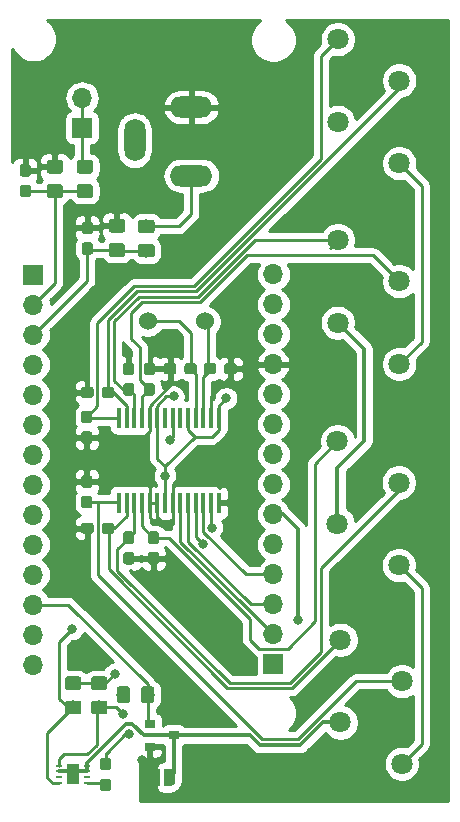
<source format=gbr>
G04 #@! TF.GenerationSoftware,KiCad,Pcbnew,(5.1.4)-1*
G04 #@! TF.CreationDate,2023-08-23T10:41:23+02:00*
G04 #@! TF.ProjectId,BeeWeight_MKRWAN_V4,42656557-6569-4676-9874-5f4d4b525741,V4*
G04 #@! TF.SameCoordinates,Original*
G04 #@! TF.FileFunction,Copper,L1,Top*
G04 #@! TF.FilePolarity,Positive*
%FSLAX46Y46*%
G04 Gerber Fmt 4.6, Leading zero omitted, Abs format (unit mm)*
G04 Created by KiCad (PCBNEW (5.1.4)-1) date 2023-08-23 10:41:23*
%MOMM*%
%LPD*%
G04 APERTURE LIST*
%ADD10O,1.700000X1.700000*%
%ADD11R,1.700000X1.700000*%
%ADD12R,0.450000X1.750000*%
%ADD13C,0.500000*%
%ADD14C,0.100000*%
%ADD15C,1.524000*%
%ADD16C,1.800000*%
%ADD17C,0.950000*%
%ADD18O,3.600000X1.800000*%
%ADD19O,1.800000X3.600000*%
%ADD20R,0.900000X0.800000*%
%ADD21C,1.150000*%
%ADD22R,0.550000X0.250000*%
%ADD23R,1.000000X1.700000*%
%ADD24C,0.800000*%
%ADD25C,0.250000*%
%ADD26C,0.300000*%
%ADD27C,0.254000*%
G04 APERTURE END LIST*
D10*
X173939200Y-72161400D03*
X173939200Y-74701400D03*
X173939200Y-77241400D03*
X173939200Y-79781400D03*
X173939200Y-82321400D03*
X173939200Y-84861400D03*
X173939200Y-87401400D03*
X173939200Y-89941400D03*
X173939200Y-92481400D03*
X173939200Y-95021400D03*
X173939200Y-97561400D03*
X173939200Y-100101400D03*
X173939200Y-102641400D03*
D11*
X173939200Y-105181400D03*
D12*
X160875000Y-84300000D03*
X169325000Y-91500000D03*
X166075000Y-84300000D03*
X166725000Y-91500000D03*
X168025000Y-91500000D03*
X162825000Y-84300000D03*
X162175000Y-91500000D03*
X162175000Y-84300000D03*
X164125000Y-84300000D03*
X160875000Y-91500000D03*
X163475000Y-91500000D03*
X164125000Y-91500000D03*
X163475000Y-84300000D03*
X165425000Y-91500000D03*
X165425000Y-84300000D03*
X164775000Y-91500000D03*
X161525000Y-91500000D03*
X166075000Y-91500000D03*
X162825000Y-91500000D03*
X168675000Y-91500000D03*
X164775000Y-84300000D03*
X167375000Y-91500000D03*
X161525000Y-84300000D03*
X169325000Y-84300000D03*
X168025000Y-84300000D03*
X168675000Y-84300000D03*
X166725000Y-84300000D03*
X167375000Y-84300000D03*
D13*
X163850000Y-114750000D03*
D14*
G36*
X163850000Y-115499398D02*
G01*
X163825466Y-115499398D01*
X163776635Y-115494588D01*
X163728510Y-115485016D01*
X163681555Y-115470772D01*
X163636222Y-115451995D01*
X163592949Y-115428864D01*
X163552150Y-115401604D01*
X163514221Y-115370476D01*
X163479524Y-115335779D01*
X163448396Y-115297850D01*
X163421136Y-115257051D01*
X163398005Y-115213778D01*
X163379228Y-115168445D01*
X163364984Y-115121490D01*
X163355412Y-115073365D01*
X163350602Y-115024534D01*
X163350602Y-115000000D01*
X163350000Y-115000000D01*
X163350000Y-114500000D01*
X163350602Y-114500000D01*
X163350602Y-114475466D01*
X163355412Y-114426635D01*
X163364984Y-114378510D01*
X163379228Y-114331555D01*
X163398005Y-114286222D01*
X163421136Y-114242949D01*
X163448396Y-114202150D01*
X163479524Y-114164221D01*
X163514221Y-114129524D01*
X163552150Y-114098396D01*
X163592949Y-114071136D01*
X163636222Y-114048005D01*
X163681555Y-114029228D01*
X163728510Y-114014984D01*
X163776635Y-114005412D01*
X163825466Y-114000602D01*
X163850000Y-114000602D01*
X163850000Y-114000000D01*
X164350000Y-114000000D01*
X164350000Y-115500000D01*
X163850000Y-115500000D01*
X163850000Y-115499398D01*
X163850000Y-115499398D01*
G37*
D13*
X165150000Y-114750000D03*
D14*
G36*
X164650000Y-114000000D02*
G01*
X165150000Y-114000000D01*
X165150000Y-114000602D01*
X165174534Y-114000602D01*
X165223365Y-114005412D01*
X165271490Y-114014984D01*
X165318445Y-114029228D01*
X165363778Y-114048005D01*
X165407051Y-114071136D01*
X165447850Y-114098396D01*
X165485779Y-114129524D01*
X165520476Y-114164221D01*
X165551604Y-114202150D01*
X165578864Y-114242949D01*
X165601995Y-114286222D01*
X165620772Y-114331555D01*
X165635016Y-114378510D01*
X165644588Y-114426635D01*
X165649398Y-114475466D01*
X165649398Y-114500000D01*
X165650000Y-114500000D01*
X165650000Y-115000000D01*
X165649398Y-115000000D01*
X165649398Y-115024534D01*
X165644588Y-115073365D01*
X165635016Y-115121490D01*
X165620772Y-115168445D01*
X165601995Y-115213778D01*
X165578864Y-115257051D01*
X165551604Y-115297850D01*
X165520476Y-115335779D01*
X165485779Y-115370476D01*
X165447850Y-115401604D01*
X165407051Y-115428864D01*
X165363778Y-115451995D01*
X165318445Y-115470772D01*
X165271490Y-115485016D01*
X165223365Y-115494588D01*
X165174534Y-115499398D01*
X165150000Y-115499398D01*
X165150000Y-115500000D01*
X164650000Y-115500000D01*
X164650000Y-114000000D01*
X164650000Y-114000000D01*
G37*
D15*
X163323200Y-76150000D03*
X168200000Y-76150000D03*
D16*
X179628300Y-103099200D03*
X184828300Y-106599200D03*
X179628300Y-110099200D03*
X184828300Y-113599200D03*
X179400000Y-69250000D03*
X184600000Y-72750000D03*
X179400000Y-76250000D03*
X184600000Y-79750000D03*
D14*
G36*
X158510779Y-93176144D02*
G01*
X158533834Y-93179563D01*
X158556443Y-93185227D01*
X158578387Y-93193079D01*
X158599457Y-93203044D01*
X158619448Y-93215026D01*
X158638168Y-93228910D01*
X158655438Y-93244562D01*
X158671090Y-93261832D01*
X158684974Y-93280552D01*
X158696956Y-93300543D01*
X158706921Y-93321613D01*
X158714773Y-93343557D01*
X158720437Y-93366166D01*
X158723856Y-93389221D01*
X158725000Y-93412500D01*
X158725000Y-93887500D01*
X158723856Y-93910779D01*
X158720437Y-93933834D01*
X158714773Y-93956443D01*
X158706921Y-93978387D01*
X158696956Y-93999457D01*
X158684974Y-94019448D01*
X158671090Y-94038168D01*
X158655438Y-94055438D01*
X158638168Y-94071090D01*
X158619448Y-94084974D01*
X158599457Y-94096956D01*
X158578387Y-94106921D01*
X158556443Y-94114773D01*
X158533834Y-94120437D01*
X158510779Y-94123856D01*
X158487500Y-94125000D01*
X157912500Y-94125000D01*
X157889221Y-94123856D01*
X157866166Y-94120437D01*
X157843557Y-94114773D01*
X157821613Y-94106921D01*
X157800543Y-94096956D01*
X157780552Y-94084974D01*
X157761832Y-94071090D01*
X157744562Y-94055438D01*
X157728910Y-94038168D01*
X157715026Y-94019448D01*
X157703044Y-93999457D01*
X157693079Y-93978387D01*
X157685227Y-93956443D01*
X157679563Y-93933834D01*
X157676144Y-93910779D01*
X157675000Y-93887500D01*
X157675000Y-93412500D01*
X157676144Y-93389221D01*
X157679563Y-93366166D01*
X157685227Y-93343557D01*
X157693079Y-93321613D01*
X157703044Y-93300543D01*
X157715026Y-93280552D01*
X157728910Y-93261832D01*
X157744562Y-93244562D01*
X157761832Y-93228910D01*
X157780552Y-93215026D01*
X157800543Y-93203044D01*
X157821613Y-93193079D01*
X157843557Y-93185227D01*
X157866166Y-93179563D01*
X157889221Y-93176144D01*
X157912500Y-93175000D01*
X158487500Y-93175000D01*
X158510779Y-93176144D01*
X158510779Y-93176144D01*
G37*
D17*
X158200000Y-93650000D03*
D14*
G36*
X160260779Y-93176144D02*
G01*
X160283834Y-93179563D01*
X160306443Y-93185227D01*
X160328387Y-93193079D01*
X160349457Y-93203044D01*
X160369448Y-93215026D01*
X160388168Y-93228910D01*
X160405438Y-93244562D01*
X160421090Y-93261832D01*
X160434974Y-93280552D01*
X160446956Y-93300543D01*
X160456921Y-93321613D01*
X160464773Y-93343557D01*
X160470437Y-93366166D01*
X160473856Y-93389221D01*
X160475000Y-93412500D01*
X160475000Y-93887500D01*
X160473856Y-93910779D01*
X160470437Y-93933834D01*
X160464773Y-93956443D01*
X160456921Y-93978387D01*
X160446956Y-93999457D01*
X160434974Y-94019448D01*
X160421090Y-94038168D01*
X160405438Y-94055438D01*
X160388168Y-94071090D01*
X160369448Y-94084974D01*
X160349457Y-94096956D01*
X160328387Y-94106921D01*
X160306443Y-94114773D01*
X160283834Y-94120437D01*
X160260779Y-94123856D01*
X160237500Y-94125000D01*
X159662500Y-94125000D01*
X159639221Y-94123856D01*
X159616166Y-94120437D01*
X159593557Y-94114773D01*
X159571613Y-94106921D01*
X159550543Y-94096956D01*
X159530552Y-94084974D01*
X159511832Y-94071090D01*
X159494562Y-94055438D01*
X159478910Y-94038168D01*
X159465026Y-94019448D01*
X159453044Y-93999457D01*
X159443079Y-93978387D01*
X159435227Y-93956443D01*
X159429563Y-93933834D01*
X159426144Y-93910779D01*
X159425000Y-93887500D01*
X159425000Y-93412500D01*
X159426144Y-93389221D01*
X159429563Y-93366166D01*
X159435227Y-93343557D01*
X159443079Y-93321613D01*
X159453044Y-93300543D01*
X159465026Y-93280552D01*
X159478910Y-93261832D01*
X159494562Y-93244562D01*
X159511832Y-93228910D01*
X159530552Y-93215026D01*
X159550543Y-93203044D01*
X159571613Y-93193079D01*
X159593557Y-93185227D01*
X159616166Y-93179563D01*
X159639221Y-93176144D01*
X159662500Y-93175000D01*
X160237500Y-93175000D01*
X160260779Y-93176144D01*
X160260779Y-93176144D01*
G37*
D17*
X159950000Y-93650000D03*
D16*
X184578300Y-96784200D03*
X179378300Y-93284200D03*
X184578300Y-89784200D03*
X179378300Y-86284200D03*
D11*
X157750000Y-59750000D03*
D10*
X157750000Y-57210000D03*
X153631900Y-105194100D03*
X153631900Y-102654100D03*
X153631900Y-100114100D03*
X153631900Y-97574100D03*
X153631900Y-95034100D03*
X153631900Y-92494100D03*
X153631900Y-89954100D03*
X153631900Y-87414100D03*
X153631900Y-84874100D03*
X153631900Y-82334100D03*
X153631900Y-79794100D03*
X153631900Y-77254100D03*
X153631900Y-74714100D03*
D11*
X153631900Y-72174100D03*
D14*
G36*
X161960779Y-79626144D02*
G01*
X161983834Y-79629563D01*
X162006443Y-79635227D01*
X162028387Y-79643079D01*
X162049457Y-79653044D01*
X162069448Y-79665026D01*
X162088168Y-79678910D01*
X162105438Y-79694562D01*
X162121090Y-79711832D01*
X162134974Y-79730552D01*
X162146956Y-79750543D01*
X162156921Y-79771613D01*
X162164773Y-79793557D01*
X162170437Y-79816166D01*
X162173856Y-79839221D01*
X162175000Y-79862500D01*
X162175000Y-80437500D01*
X162173856Y-80460779D01*
X162170437Y-80483834D01*
X162164773Y-80506443D01*
X162156921Y-80528387D01*
X162146956Y-80549457D01*
X162134974Y-80569448D01*
X162121090Y-80588168D01*
X162105438Y-80605438D01*
X162088168Y-80621090D01*
X162069448Y-80634974D01*
X162049457Y-80646956D01*
X162028387Y-80656921D01*
X162006443Y-80664773D01*
X161983834Y-80670437D01*
X161960779Y-80673856D01*
X161937500Y-80675000D01*
X161462500Y-80675000D01*
X161439221Y-80673856D01*
X161416166Y-80670437D01*
X161393557Y-80664773D01*
X161371613Y-80656921D01*
X161350543Y-80646956D01*
X161330552Y-80634974D01*
X161311832Y-80621090D01*
X161294562Y-80605438D01*
X161278910Y-80588168D01*
X161265026Y-80569448D01*
X161253044Y-80549457D01*
X161243079Y-80528387D01*
X161235227Y-80506443D01*
X161229563Y-80483834D01*
X161226144Y-80460779D01*
X161225000Y-80437500D01*
X161225000Y-79862500D01*
X161226144Y-79839221D01*
X161229563Y-79816166D01*
X161235227Y-79793557D01*
X161243079Y-79771613D01*
X161253044Y-79750543D01*
X161265026Y-79730552D01*
X161278910Y-79711832D01*
X161294562Y-79694562D01*
X161311832Y-79678910D01*
X161330552Y-79665026D01*
X161350543Y-79653044D01*
X161371613Y-79643079D01*
X161393557Y-79635227D01*
X161416166Y-79629563D01*
X161439221Y-79626144D01*
X161462500Y-79625000D01*
X161937500Y-79625000D01*
X161960779Y-79626144D01*
X161960779Y-79626144D01*
G37*
D17*
X161700000Y-80150000D03*
D14*
G36*
X161960779Y-81376144D02*
G01*
X161983834Y-81379563D01*
X162006443Y-81385227D01*
X162028387Y-81393079D01*
X162049457Y-81403044D01*
X162069448Y-81415026D01*
X162088168Y-81428910D01*
X162105438Y-81444562D01*
X162121090Y-81461832D01*
X162134974Y-81480552D01*
X162146956Y-81500543D01*
X162156921Y-81521613D01*
X162164773Y-81543557D01*
X162170437Y-81566166D01*
X162173856Y-81589221D01*
X162175000Y-81612500D01*
X162175000Y-82187500D01*
X162173856Y-82210779D01*
X162170437Y-82233834D01*
X162164773Y-82256443D01*
X162156921Y-82278387D01*
X162146956Y-82299457D01*
X162134974Y-82319448D01*
X162121090Y-82338168D01*
X162105438Y-82355438D01*
X162088168Y-82371090D01*
X162069448Y-82384974D01*
X162049457Y-82396956D01*
X162028387Y-82406921D01*
X162006443Y-82414773D01*
X161983834Y-82420437D01*
X161960779Y-82423856D01*
X161937500Y-82425000D01*
X161462500Y-82425000D01*
X161439221Y-82423856D01*
X161416166Y-82420437D01*
X161393557Y-82414773D01*
X161371613Y-82406921D01*
X161350543Y-82396956D01*
X161330552Y-82384974D01*
X161311832Y-82371090D01*
X161294562Y-82355438D01*
X161278910Y-82338168D01*
X161265026Y-82319448D01*
X161253044Y-82299457D01*
X161243079Y-82278387D01*
X161235227Y-82256443D01*
X161229563Y-82233834D01*
X161226144Y-82210779D01*
X161225000Y-82187500D01*
X161225000Y-81612500D01*
X161226144Y-81589221D01*
X161229563Y-81566166D01*
X161235227Y-81543557D01*
X161243079Y-81521613D01*
X161253044Y-81500543D01*
X161265026Y-81480552D01*
X161278910Y-81461832D01*
X161294562Y-81444562D01*
X161311832Y-81428910D01*
X161330552Y-81415026D01*
X161350543Y-81403044D01*
X161371613Y-81393079D01*
X161393557Y-81385227D01*
X161416166Y-81379563D01*
X161439221Y-81376144D01*
X161462500Y-81375000D01*
X161937500Y-81375000D01*
X161960779Y-81376144D01*
X161960779Y-81376144D01*
G37*
D17*
X161700000Y-81900000D03*
D14*
G36*
X158510779Y-81676144D02*
G01*
X158533834Y-81679563D01*
X158556443Y-81685227D01*
X158578387Y-81693079D01*
X158599457Y-81703044D01*
X158619448Y-81715026D01*
X158638168Y-81728910D01*
X158655438Y-81744562D01*
X158671090Y-81761832D01*
X158684974Y-81780552D01*
X158696956Y-81800543D01*
X158706921Y-81821613D01*
X158714773Y-81843557D01*
X158720437Y-81866166D01*
X158723856Y-81889221D01*
X158725000Y-81912500D01*
X158725000Y-82387500D01*
X158723856Y-82410779D01*
X158720437Y-82433834D01*
X158714773Y-82456443D01*
X158706921Y-82478387D01*
X158696956Y-82499457D01*
X158684974Y-82519448D01*
X158671090Y-82538168D01*
X158655438Y-82555438D01*
X158638168Y-82571090D01*
X158619448Y-82584974D01*
X158599457Y-82596956D01*
X158578387Y-82606921D01*
X158556443Y-82614773D01*
X158533834Y-82620437D01*
X158510779Y-82623856D01*
X158487500Y-82625000D01*
X157912500Y-82625000D01*
X157889221Y-82623856D01*
X157866166Y-82620437D01*
X157843557Y-82614773D01*
X157821613Y-82606921D01*
X157800543Y-82596956D01*
X157780552Y-82584974D01*
X157761832Y-82571090D01*
X157744562Y-82555438D01*
X157728910Y-82538168D01*
X157715026Y-82519448D01*
X157703044Y-82499457D01*
X157693079Y-82478387D01*
X157685227Y-82456443D01*
X157679563Y-82433834D01*
X157676144Y-82410779D01*
X157675000Y-82387500D01*
X157675000Y-81912500D01*
X157676144Y-81889221D01*
X157679563Y-81866166D01*
X157685227Y-81843557D01*
X157693079Y-81821613D01*
X157703044Y-81800543D01*
X157715026Y-81780552D01*
X157728910Y-81761832D01*
X157744562Y-81744562D01*
X157761832Y-81728910D01*
X157780552Y-81715026D01*
X157800543Y-81703044D01*
X157821613Y-81693079D01*
X157843557Y-81685227D01*
X157866166Y-81679563D01*
X157889221Y-81676144D01*
X157912500Y-81675000D01*
X158487500Y-81675000D01*
X158510779Y-81676144D01*
X158510779Y-81676144D01*
G37*
D17*
X158200000Y-82150000D03*
D14*
G36*
X160260779Y-81676144D02*
G01*
X160283834Y-81679563D01*
X160306443Y-81685227D01*
X160328387Y-81693079D01*
X160349457Y-81703044D01*
X160369448Y-81715026D01*
X160388168Y-81728910D01*
X160405438Y-81744562D01*
X160421090Y-81761832D01*
X160434974Y-81780552D01*
X160446956Y-81800543D01*
X160456921Y-81821613D01*
X160464773Y-81843557D01*
X160470437Y-81866166D01*
X160473856Y-81889221D01*
X160475000Y-81912500D01*
X160475000Y-82387500D01*
X160473856Y-82410779D01*
X160470437Y-82433834D01*
X160464773Y-82456443D01*
X160456921Y-82478387D01*
X160446956Y-82499457D01*
X160434974Y-82519448D01*
X160421090Y-82538168D01*
X160405438Y-82555438D01*
X160388168Y-82571090D01*
X160369448Y-82584974D01*
X160349457Y-82596956D01*
X160328387Y-82606921D01*
X160306443Y-82614773D01*
X160283834Y-82620437D01*
X160260779Y-82623856D01*
X160237500Y-82625000D01*
X159662500Y-82625000D01*
X159639221Y-82623856D01*
X159616166Y-82620437D01*
X159593557Y-82614773D01*
X159571613Y-82606921D01*
X159550543Y-82596956D01*
X159530552Y-82584974D01*
X159511832Y-82571090D01*
X159494562Y-82555438D01*
X159478910Y-82538168D01*
X159465026Y-82519448D01*
X159453044Y-82499457D01*
X159443079Y-82478387D01*
X159435227Y-82456443D01*
X159429563Y-82433834D01*
X159426144Y-82410779D01*
X159425000Y-82387500D01*
X159425000Y-81912500D01*
X159426144Y-81889221D01*
X159429563Y-81866166D01*
X159435227Y-81843557D01*
X159443079Y-81821613D01*
X159453044Y-81800543D01*
X159465026Y-81780552D01*
X159478910Y-81761832D01*
X159494562Y-81744562D01*
X159511832Y-81728910D01*
X159530552Y-81715026D01*
X159550543Y-81703044D01*
X159571613Y-81693079D01*
X159593557Y-81685227D01*
X159616166Y-81679563D01*
X159639221Y-81676144D01*
X159662500Y-81675000D01*
X160237500Y-81675000D01*
X160260779Y-81676144D01*
X160260779Y-81676144D01*
G37*
D17*
X159950000Y-82150000D03*
D14*
G36*
X158410779Y-90926144D02*
G01*
X158433834Y-90929563D01*
X158456443Y-90935227D01*
X158478387Y-90943079D01*
X158499457Y-90953044D01*
X158519448Y-90965026D01*
X158538168Y-90978910D01*
X158555438Y-90994562D01*
X158571090Y-91011832D01*
X158584974Y-91030552D01*
X158596956Y-91050543D01*
X158606921Y-91071613D01*
X158614773Y-91093557D01*
X158620437Y-91116166D01*
X158623856Y-91139221D01*
X158625000Y-91162500D01*
X158625000Y-91737500D01*
X158623856Y-91760779D01*
X158620437Y-91783834D01*
X158614773Y-91806443D01*
X158606921Y-91828387D01*
X158596956Y-91849457D01*
X158584974Y-91869448D01*
X158571090Y-91888168D01*
X158555438Y-91905438D01*
X158538168Y-91921090D01*
X158519448Y-91934974D01*
X158499457Y-91946956D01*
X158478387Y-91956921D01*
X158456443Y-91964773D01*
X158433834Y-91970437D01*
X158410779Y-91973856D01*
X158387500Y-91975000D01*
X157912500Y-91975000D01*
X157889221Y-91973856D01*
X157866166Y-91970437D01*
X157843557Y-91964773D01*
X157821613Y-91956921D01*
X157800543Y-91946956D01*
X157780552Y-91934974D01*
X157761832Y-91921090D01*
X157744562Y-91905438D01*
X157728910Y-91888168D01*
X157715026Y-91869448D01*
X157703044Y-91849457D01*
X157693079Y-91828387D01*
X157685227Y-91806443D01*
X157679563Y-91783834D01*
X157676144Y-91760779D01*
X157675000Y-91737500D01*
X157675000Y-91162500D01*
X157676144Y-91139221D01*
X157679563Y-91116166D01*
X157685227Y-91093557D01*
X157693079Y-91071613D01*
X157703044Y-91050543D01*
X157715026Y-91030552D01*
X157728910Y-91011832D01*
X157744562Y-90994562D01*
X157761832Y-90978910D01*
X157780552Y-90965026D01*
X157800543Y-90953044D01*
X157821613Y-90943079D01*
X157843557Y-90935227D01*
X157866166Y-90929563D01*
X157889221Y-90926144D01*
X157912500Y-90925000D01*
X158387500Y-90925000D01*
X158410779Y-90926144D01*
X158410779Y-90926144D01*
G37*
D17*
X158150000Y-91450000D03*
D14*
G36*
X158410779Y-89176144D02*
G01*
X158433834Y-89179563D01*
X158456443Y-89185227D01*
X158478387Y-89193079D01*
X158499457Y-89203044D01*
X158519448Y-89215026D01*
X158538168Y-89228910D01*
X158555438Y-89244562D01*
X158571090Y-89261832D01*
X158584974Y-89280552D01*
X158596956Y-89300543D01*
X158606921Y-89321613D01*
X158614773Y-89343557D01*
X158620437Y-89366166D01*
X158623856Y-89389221D01*
X158625000Y-89412500D01*
X158625000Y-89987500D01*
X158623856Y-90010779D01*
X158620437Y-90033834D01*
X158614773Y-90056443D01*
X158606921Y-90078387D01*
X158596956Y-90099457D01*
X158584974Y-90119448D01*
X158571090Y-90138168D01*
X158555438Y-90155438D01*
X158538168Y-90171090D01*
X158519448Y-90184974D01*
X158499457Y-90196956D01*
X158478387Y-90206921D01*
X158456443Y-90214773D01*
X158433834Y-90220437D01*
X158410779Y-90223856D01*
X158387500Y-90225000D01*
X157912500Y-90225000D01*
X157889221Y-90223856D01*
X157866166Y-90220437D01*
X157843557Y-90214773D01*
X157821613Y-90206921D01*
X157800543Y-90196956D01*
X157780552Y-90184974D01*
X157761832Y-90171090D01*
X157744562Y-90155438D01*
X157728910Y-90138168D01*
X157715026Y-90119448D01*
X157703044Y-90099457D01*
X157693079Y-90078387D01*
X157685227Y-90056443D01*
X157679563Y-90033834D01*
X157676144Y-90010779D01*
X157675000Y-89987500D01*
X157675000Y-89412500D01*
X157676144Y-89389221D01*
X157679563Y-89366166D01*
X157685227Y-89343557D01*
X157693079Y-89321613D01*
X157703044Y-89300543D01*
X157715026Y-89280552D01*
X157728910Y-89261832D01*
X157744562Y-89244562D01*
X157761832Y-89228910D01*
X157780552Y-89215026D01*
X157800543Y-89203044D01*
X157821613Y-89193079D01*
X157843557Y-89185227D01*
X157866166Y-89179563D01*
X157889221Y-89176144D01*
X157912500Y-89175000D01*
X158387500Y-89175000D01*
X158410779Y-89176144D01*
X158410779Y-89176144D01*
G37*
D17*
X158150000Y-89700000D03*
D14*
G36*
X161960779Y-93926144D02*
G01*
X161983834Y-93929563D01*
X162006443Y-93935227D01*
X162028387Y-93943079D01*
X162049457Y-93953044D01*
X162069448Y-93965026D01*
X162088168Y-93978910D01*
X162105438Y-93994562D01*
X162121090Y-94011832D01*
X162134974Y-94030552D01*
X162146956Y-94050543D01*
X162156921Y-94071613D01*
X162164773Y-94093557D01*
X162170437Y-94116166D01*
X162173856Y-94139221D01*
X162175000Y-94162500D01*
X162175000Y-94737500D01*
X162173856Y-94760779D01*
X162170437Y-94783834D01*
X162164773Y-94806443D01*
X162156921Y-94828387D01*
X162146956Y-94849457D01*
X162134974Y-94869448D01*
X162121090Y-94888168D01*
X162105438Y-94905438D01*
X162088168Y-94921090D01*
X162069448Y-94934974D01*
X162049457Y-94946956D01*
X162028387Y-94956921D01*
X162006443Y-94964773D01*
X161983834Y-94970437D01*
X161960779Y-94973856D01*
X161937500Y-94975000D01*
X161462500Y-94975000D01*
X161439221Y-94973856D01*
X161416166Y-94970437D01*
X161393557Y-94964773D01*
X161371613Y-94956921D01*
X161350543Y-94946956D01*
X161330552Y-94934974D01*
X161311832Y-94921090D01*
X161294562Y-94905438D01*
X161278910Y-94888168D01*
X161265026Y-94869448D01*
X161253044Y-94849457D01*
X161243079Y-94828387D01*
X161235227Y-94806443D01*
X161229563Y-94783834D01*
X161226144Y-94760779D01*
X161225000Y-94737500D01*
X161225000Y-94162500D01*
X161226144Y-94139221D01*
X161229563Y-94116166D01*
X161235227Y-94093557D01*
X161243079Y-94071613D01*
X161253044Y-94050543D01*
X161265026Y-94030552D01*
X161278910Y-94011832D01*
X161294562Y-93994562D01*
X161311832Y-93978910D01*
X161330552Y-93965026D01*
X161350543Y-93953044D01*
X161371613Y-93943079D01*
X161393557Y-93935227D01*
X161416166Y-93929563D01*
X161439221Y-93926144D01*
X161462500Y-93925000D01*
X161937500Y-93925000D01*
X161960779Y-93926144D01*
X161960779Y-93926144D01*
G37*
D17*
X161700000Y-94450000D03*
D14*
G36*
X161960779Y-95676144D02*
G01*
X161983834Y-95679563D01*
X162006443Y-95685227D01*
X162028387Y-95693079D01*
X162049457Y-95703044D01*
X162069448Y-95715026D01*
X162088168Y-95728910D01*
X162105438Y-95744562D01*
X162121090Y-95761832D01*
X162134974Y-95780552D01*
X162146956Y-95800543D01*
X162156921Y-95821613D01*
X162164773Y-95843557D01*
X162170437Y-95866166D01*
X162173856Y-95889221D01*
X162175000Y-95912500D01*
X162175000Y-96487500D01*
X162173856Y-96510779D01*
X162170437Y-96533834D01*
X162164773Y-96556443D01*
X162156921Y-96578387D01*
X162146956Y-96599457D01*
X162134974Y-96619448D01*
X162121090Y-96638168D01*
X162105438Y-96655438D01*
X162088168Y-96671090D01*
X162069448Y-96684974D01*
X162049457Y-96696956D01*
X162028387Y-96706921D01*
X162006443Y-96714773D01*
X161983834Y-96720437D01*
X161960779Y-96723856D01*
X161937500Y-96725000D01*
X161462500Y-96725000D01*
X161439221Y-96723856D01*
X161416166Y-96720437D01*
X161393557Y-96714773D01*
X161371613Y-96706921D01*
X161350543Y-96696956D01*
X161330552Y-96684974D01*
X161311832Y-96671090D01*
X161294562Y-96655438D01*
X161278910Y-96638168D01*
X161265026Y-96619448D01*
X161253044Y-96599457D01*
X161243079Y-96578387D01*
X161235227Y-96556443D01*
X161229563Y-96533834D01*
X161226144Y-96510779D01*
X161225000Y-96487500D01*
X161225000Y-95912500D01*
X161226144Y-95889221D01*
X161229563Y-95866166D01*
X161235227Y-95843557D01*
X161243079Y-95821613D01*
X161253044Y-95800543D01*
X161265026Y-95780552D01*
X161278910Y-95761832D01*
X161294562Y-95744562D01*
X161311832Y-95728910D01*
X161330552Y-95715026D01*
X161350543Y-95703044D01*
X161371613Y-95693079D01*
X161393557Y-95685227D01*
X161416166Y-95679563D01*
X161439221Y-95676144D01*
X161462500Y-95675000D01*
X161937500Y-95675000D01*
X161960779Y-95676144D01*
X161960779Y-95676144D01*
G37*
D17*
X161700000Y-96200000D03*
D14*
G36*
X163710779Y-81376144D02*
G01*
X163733834Y-81379563D01*
X163756443Y-81385227D01*
X163778387Y-81393079D01*
X163799457Y-81403044D01*
X163819448Y-81415026D01*
X163838168Y-81428910D01*
X163855438Y-81444562D01*
X163871090Y-81461832D01*
X163884974Y-81480552D01*
X163896956Y-81500543D01*
X163906921Y-81521613D01*
X163914773Y-81543557D01*
X163920437Y-81566166D01*
X163923856Y-81589221D01*
X163925000Y-81612500D01*
X163925000Y-82187500D01*
X163923856Y-82210779D01*
X163920437Y-82233834D01*
X163914773Y-82256443D01*
X163906921Y-82278387D01*
X163896956Y-82299457D01*
X163884974Y-82319448D01*
X163871090Y-82338168D01*
X163855438Y-82355438D01*
X163838168Y-82371090D01*
X163819448Y-82384974D01*
X163799457Y-82396956D01*
X163778387Y-82406921D01*
X163756443Y-82414773D01*
X163733834Y-82420437D01*
X163710779Y-82423856D01*
X163687500Y-82425000D01*
X163212500Y-82425000D01*
X163189221Y-82423856D01*
X163166166Y-82420437D01*
X163143557Y-82414773D01*
X163121613Y-82406921D01*
X163100543Y-82396956D01*
X163080552Y-82384974D01*
X163061832Y-82371090D01*
X163044562Y-82355438D01*
X163028910Y-82338168D01*
X163015026Y-82319448D01*
X163003044Y-82299457D01*
X162993079Y-82278387D01*
X162985227Y-82256443D01*
X162979563Y-82233834D01*
X162976144Y-82210779D01*
X162975000Y-82187500D01*
X162975000Y-81612500D01*
X162976144Y-81589221D01*
X162979563Y-81566166D01*
X162985227Y-81543557D01*
X162993079Y-81521613D01*
X163003044Y-81500543D01*
X163015026Y-81480552D01*
X163028910Y-81461832D01*
X163044562Y-81444562D01*
X163061832Y-81428910D01*
X163080552Y-81415026D01*
X163100543Y-81403044D01*
X163121613Y-81393079D01*
X163143557Y-81385227D01*
X163166166Y-81379563D01*
X163189221Y-81376144D01*
X163212500Y-81375000D01*
X163687500Y-81375000D01*
X163710779Y-81376144D01*
X163710779Y-81376144D01*
G37*
D17*
X163450000Y-81900000D03*
D14*
G36*
X163710779Y-79626144D02*
G01*
X163733834Y-79629563D01*
X163756443Y-79635227D01*
X163778387Y-79643079D01*
X163799457Y-79653044D01*
X163819448Y-79665026D01*
X163838168Y-79678910D01*
X163855438Y-79694562D01*
X163871090Y-79711832D01*
X163884974Y-79730552D01*
X163896956Y-79750543D01*
X163906921Y-79771613D01*
X163914773Y-79793557D01*
X163920437Y-79816166D01*
X163923856Y-79839221D01*
X163925000Y-79862500D01*
X163925000Y-80437500D01*
X163923856Y-80460779D01*
X163920437Y-80483834D01*
X163914773Y-80506443D01*
X163906921Y-80528387D01*
X163896956Y-80549457D01*
X163884974Y-80569448D01*
X163871090Y-80588168D01*
X163855438Y-80605438D01*
X163838168Y-80621090D01*
X163819448Y-80634974D01*
X163799457Y-80646956D01*
X163778387Y-80656921D01*
X163756443Y-80664773D01*
X163733834Y-80670437D01*
X163710779Y-80673856D01*
X163687500Y-80675000D01*
X163212500Y-80675000D01*
X163189221Y-80673856D01*
X163166166Y-80670437D01*
X163143557Y-80664773D01*
X163121613Y-80656921D01*
X163100543Y-80646956D01*
X163080552Y-80634974D01*
X163061832Y-80621090D01*
X163044562Y-80605438D01*
X163028910Y-80588168D01*
X163015026Y-80569448D01*
X163003044Y-80549457D01*
X162993079Y-80528387D01*
X162985227Y-80506443D01*
X162979563Y-80483834D01*
X162976144Y-80460779D01*
X162975000Y-80437500D01*
X162975000Y-79862500D01*
X162976144Y-79839221D01*
X162979563Y-79816166D01*
X162985227Y-79793557D01*
X162993079Y-79771613D01*
X163003044Y-79750543D01*
X163015026Y-79730552D01*
X163028910Y-79711832D01*
X163044562Y-79694562D01*
X163061832Y-79678910D01*
X163080552Y-79665026D01*
X163100543Y-79653044D01*
X163121613Y-79643079D01*
X163143557Y-79635227D01*
X163166166Y-79629563D01*
X163189221Y-79626144D01*
X163212500Y-79625000D01*
X163687500Y-79625000D01*
X163710779Y-79626144D01*
X163710779Y-79626144D01*
G37*
D17*
X163450000Y-80150000D03*
D14*
G36*
X158410779Y-83701144D02*
G01*
X158433834Y-83704563D01*
X158456443Y-83710227D01*
X158478387Y-83718079D01*
X158499457Y-83728044D01*
X158519448Y-83740026D01*
X158538168Y-83753910D01*
X158555438Y-83769562D01*
X158571090Y-83786832D01*
X158584974Y-83805552D01*
X158596956Y-83825543D01*
X158606921Y-83846613D01*
X158614773Y-83868557D01*
X158620437Y-83891166D01*
X158623856Y-83914221D01*
X158625000Y-83937500D01*
X158625000Y-84512500D01*
X158623856Y-84535779D01*
X158620437Y-84558834D01*
X158614773Y-84581443D01*
X158606921Y-84603387D01*
X158596956Y-84624457D01*
X158584974Y-84644448D01*
X158571090Y-84663168D01*
X158555438Y-84680438D01*
X158538168Y-84696090D01*
X158519448Y-84709974D01*
X158499457Y-84721956D01*
X158478387Y-84731921D01*
X158456443Y-84739773D01*
X158433834Y-84745437D01*
X158410779Y-84748856D01*
X158387500Y-84750000D01*
X157912500Y-84750000D01*
X157889221Y-84748856D01*
X157866166Y-84745437D01*
X157843557Y-84739773D01*
X157821613Y-84731921D01*
X157800543Y-84721956D01*
X157780552Y-84709974D01*
X157761832Y-84696090D01*
X157744562Y-84680438D01*
X157728910Y-84663168D01*
X157715026Y-84644448D01*
X157703044Y-84624457D01*
X157693079Y-84603387D01*
X157685227Y-84581443D01*
X157679563Y-84558834D01*
X157676144Y-84535779D01*
X157675000Y-84512500D01*
X157675000Y-83937500D01*
X157676144Y-83914221D01*
X157679563Y-83891166D01*
X157685227Y-83868557D01*
X157693079Y-83846613D01*
X157703044Y-83825543D01*
X157715026Y-83805552D01*
X157728910Y-83786832D01*
X157744562Y-83769562D01*
X157761832Y-83753910D01*
X157780552Y-83740026D01*
X157800543Y-83728044D01*
X157821613Y-83718079D01*
X157843557Y-83710227D01*
X157866166Y-83704563D01*
X157889221Y-83701144D01*
X157912500Y-83700000D01*
X158387500Y-83700000D01*
X158410779Y-83701144D01*
X158410779Y-83701144D01*
G37*
D17*
X158150000Y-84225000D03*
D14*
G36*
X158410779Y-85451144D02*
G01*
X158433834Y-85454563D01*
X158456443Y-85460227D01*
X158478387Y-85468079D01*
X158499457Y-85478044D01*
X158519448Y-85490026D01*
X158538168Y-85503910D01*
X158555438Y-85519562D01*
X158571090Y-85536832D01*
X158584974Y-85555552D01*
X158596956Y-85575543D01*
X158606921Y-85596613D01*
X158614773Y-85618557D01*
X158620437Y-85641166D01*
X158623856Y-85664221D01*
X158625000Y-85687500D01*
X158625000Y-86262500D01*
X158623856Y-86285779D01*
X158620437Y-86308834D01*
X158614773Y-86331443D01*
X158606921Y-86353387D01*
X158596956Y-86374457D01*
X158584974Y-86394448D01*
X158571090Y-86413168D01*
X158555438Y-86430438D01*
X158538168Y-86446090D01*
X158519448Y-86459974D01*
X158499457Y-86471956D01*
X158478387Y-86481921D01*
X158456443Y-86489773D01*
X158433834Y-86495437D01*
X158410779Y-86498856D01*
X158387500Y-86500000D01*
X157912500Y-86500000D01*
X157889221Y-86498856D01*
X157866166Y-86495437D01*
X157843557Y-86489773D01*
X157821613Y-86481921D01*
X157800543Y-86471956D01*
X157780552Y-86459974D01*
X157761832Y-86446090D01*
X157744562Y-86430438D01*
X157728910Y-86413168D01*
X157715026Y-86394448D01*
X157703044Y-86374457D01*
X157693079Y-86353387D01*
X157685227Y-86331443D01*
X157679563Y-86308834D01*
X157676144Y-86285779D01*
X157675000Y-86262500D01*
X157675000Y-85687500D01*
X157676144Y-85664221D01*
X157679563Y-85641166D01*
X157685227Y-85618557D01*
X157693079Y-85596613D01*
X157703044Y-85575543D01*
X157715026Y-85555552D01*
X157728910Y-85536832D01*
X157744562Y-85519562D01*
X157761832Y-85503910D01*
X157780552Y-85490026D01*
X157800543Y-85478044D01*
X157821613Y-85468079D01*
X157843557Y-85460227D01*
X157866166Y-85454563D01*
X157889221Y-85451144D01*
X157912500Y-85450000D01*
X158387500Y-85450000D01*
X158410779Y-85451144D01*
X158410779Y-85451144D01*
G37*
D17*
X158150000Y-85975000D03*
D14*
G36*
X164060779Y-95676144D02*
G01*
X164083834Y-95679563D01*
X164106443Y-95685227D01*
X164128387Y-95693079D01*
X164149457Y-95703044D01*
X164169448Y-95715026D01*
X164188168Y-95728910D01*
X164205438Y-95744562D01*
X164221090Y-95761832D01*
X164234974Y-95780552D01*
X164246956Y-95800543D01*
X164256921Y-95821613D01*
X164264773Y-95843557D01*
X164270437Y-95866166D01*
X164273856Y-95889221D01*
X164275000Y-95912500D01*
X164275000Y-96487500D01*
X164273856Y-96510779D01*
X164270437Y-96533834D01*
X164264773Y-96556443D01*
X164256921Y-96578387D01*
X164246956Y-96599457D01*
X164234974Y-96619448D01*
X164221090Y-96638168D01*
X164205438Y-96655438D01*
X164188168Y-96671090D01*
X164169448Y-96684974D01*
X164149457Y-96696956D01*
X164128387Y-96706921D01*
X164106443Y-96714773D01*
X164083834Y-96720437D01*
X164060779Y-96723856D01*
X164037500Y-96725000D01*
X163562500Y-96725000D01*
X163539221Y-96723856D01*
X163516166Y-96720437D01*
X163493557Y-96714773D01*
X163471613Y-96706921D01*
X163450543Y-96696956D01*
X163430552Y-96684974D01*
X163411832Y-96671090D01*
X163394562Y-96655438D01*
X163378910Y-96638168D01*
X163365026Y-96619448D01*
X163353044Y-96599457D01*
X163343079Y-96578387D01*
X163335227Y-96556443D01*
X163329563Y-96533834D01*
X163326144Y-96510779D01*
X163325000Y-96487500D01*
X163325000Y-95912500D01*
X163326144Y-95889221D01*
X163329563Y-95866166D01*
X163335227Y-95843557D01*
X163343079Y-95821613D01*
X163353044Y-95800543D01*
X163365026Y-95780552D01*
X163378910Y-95761832D01*
X163394562Y-95744562D01*
X163411832Y-95728910D01*
X163430552Y-95715026D01*
X163450543Y-95703044D01*
X163471613Y-95693079D01*
X163493557Y-95685227D01*
X163516166Y-95679563D01*
X163539221Y-95676144D01*
X163562500Y-95675000D01*
X164037500Y-95675000D01*
X164060779Y-95676144D01*
X164060779Y-95676144D01*
G37*
D17*
X163800000Y-96200000D03*
D14*
G36*
X164060779Y-93926144D02*
G01*
X164083834Y-93929563D01*
X164106443Y-93935227D01*
X164128387Y-93943079D01*
X164149457Y-93953044D01*
X164169448Y-93965026D01*
X164188168Y-93978910D01*
X164205438Y-93994562D01*
X164221090Y-94011832D01*
X164234974Y-94030552D01*
X164246956Y-94050543D01*
X164256921Y-94071613D01*
X164264773Y-94093557D01*
X164270437Y-94116166D01*
X164273856Y-94139221D01*
X164275000Y-94162500D01*
X164275000Y-94737500D01*
X164273856Y-94760779D01*
X164270437Y-94783834D01*
X164264773Y-94806443D01*
X164256921Y-94828387D01*
X164246956Y-94849457D01*
X164234974Y-94869448D01*
X164221090Y-94888168D01*
X164205438Y-94905438D01*
X164188168Y-94921090D01*
X164169448Y-94934974D01*
X164149457Y-94946956D01*
X164128387Y-94956921D01*
X164106443Y-94964773D01*
X164083834Y-94970437D01*
X164060779Y-94973856D01*
X164037500Y-94975000D01*
X163562500Y-94975000D01*
X163539221Y-94973856D01*
X163516166Y-94970437D01*
X163493557Y-94964773D01*
X163471613Y-94956921D01*
X163450543Y-94946956D01*
X163430552Y-94934974D01*
X163411832Y-94921090D01*
X163394562Y-94905438D01*
X163378910Y-94888168D01*
X163365026Y-94869448D01*
X163353044Y-94849457D01*
X163343079Y-94828387D01*
X163335227Y-94806443D01*
X163329563Y-94783834D01*
X163326144Y-94760779D01*
X163325000Y-94737500D01*
X163325000Y-94162500D01*
X163326144Y-94139221D01*
X163329563Y-94116166D01*
X163335227Y-94093557D01*
X163343079Y-94071613D01*
X163353044Y-94050543D01*
X163365026Y-94030552D01*
X163378910Y-94011832D01*
X163394562Y-93994562D01*
X163411832Y-93978910D01*
X163430552Y-93965026D01*
X163450543Y-93953044D01*
X163471613Y-93943079D01*
X163493557Y-93935227D01*
X163516166Y-93929563D01*
X163539221Y-93926144D01*
X163562500Y-93925000D01*
X164037500Y-93925000D01*
X164060779Y-93926144D01*
X164060779Y-93926144D01*
G37*
D17*
X163800000Y-94450000D03*
D14*
G36*
X158460779Y-69451144D02*
G01*
X158483834Y-69454563D01*
X158506443Y-69460227D01*
X158528387Y-69468079D01*
X158549457Y-69478044D01*
X158569448Y-69490026D01*
X158588168Y-69503910D01*
X158605438Y-69519562D01*
X158621090Y-69536832D01*
X158634974Y-69555552D01*
X158646956Y-69575543D01*
X158656921Y-69596613D01*
X158664773Y-69618557D01*
X158670437Y-69641166D01*
X158673856Y-69664221D01*
X158675000Y-69687500D01*
X158675000Y-70262500D01*
X158673856Y-70285779D01*
X158670437Y-70308834D01*
X158664773Y-70331443D01*
X158656921Y-70353387D01*
X158646956Y-70374457D01*
X158634974Y-70394448D01*
X158621090Y-70413168D01*
X158605438Y-70430438D01*
X158588168Y-70446090D01*
X158569448Y-70459974D01*
X158549457Y-70471956D01*
X158528387Y-70481921D01*
X158506443Y-70489773D01*
X158483834Y-70495437D01*
X158460779Y-70498856D01*
X158437500Y-70500000D01*
X157962500Y-70500000D01*
X157939221Y-70498856D01*
X157916166Y-70495437D01*
X157893557Y-70489773D01*
X157871613Y-70481921D01*
X157850543Y-70471956D01*
X157830552Y-70459974D01*
X157811832Y-70446090D01*
X157794562Y-70430438D01*
X157778910Y-70413168D01*
X157765026Y-70394448D01*
X157753044Y-70374457D01*
X157743079Y-70353387D01*
X157735227Y-70331443D01*
X157729563Y-70308834D01*
X157726144Y-70285779D01*
X157725000Y-70262500D01*
X157725000Y-69687500D01*
X157726144Y-69664221D01*
X157729563Y-69641166D01*
X157735227Y-69618557D01*
X157743079Y-69596613D01*
X157753044Y-69575543D01*
X157765026Y-69555552D01*
X157778910Y-69536832D01*
X157794562Y-69519562D01*
X157811832Y-69503910D01*
X157830552Y-69490026D01*
X157850543Y-69478044D01*
X157871613Y-69468079D01*
X157893557Y-69460227D01*
X157916166Y-69454563D01*
X157939221Y-69451144D01*
X157962500Y-69450000D01*
X158437500Y-69450000D01*
X158460779Y-69451144D01*
X158460779Y-69451144D01*
G37*
D17*
X158200000Y-69975000D03*
D14*
G36*
X158460779Y-67701144D02*
G01*
X158483834Y-67704563D01*
X158506443Y-67710227D01*
X158528387Y-67718079D01*
X158549457Y-67728044D01*
X158569448Y-67740026D01*
X158588168Y-67753910D01*
X158605438Y-67769562D01*
X158621090Y-67786832D01*
X158634974Y-67805552D01*
X158646956Y-67825543D01*
X158656921Y-67846613D01*
X158664773Y-67868557D01*
X158670437Y-67891166D01*
X158673856Y-67914221D01*
X158675000Y-67937500D01*
X158675000Y-68512500D01*
X158673856Y-68535779D01*
X158670437Y-68558834D01*
X158664773Y-68581443D01*
X158656921Y-68603387D01*
X158646956Y-68624457D01*
X158634974Y-68644448D01*
X158621090Y-68663168D01*
X158605438Y-68680438D01*
X158588168Y-68696090D01*
X158569448Y-68709974D01*
X158549457Y-68721956D01*
X158528387Y-68731921D01*
X158506443Y-68739773D01*
X158483834Y-68745437D01*
X158460779Y-68748856D01*
X158437500Y-68750000D01*
X157962500Y-68750000D01*
X157939221Y-68748856D01*
X157916166Y-68745437D01*
X157893557Y-68739773D01*
X157871613Y-68731921D01*
X157850543Y-68721956D01*
X157830552Y-68709974D01*
X157811832Y-68696090D01*
X157794562Y-68680438D01*
X157778910Y-68663168D01*
X157765026Y-68644448D01*
X157753044Y-68624457D01*
X157743079Y-68603387D01*
X157735227Y-68581443D01*
X157729563Y-68558834D01*
X157726144Y-68535779D01*
X157725000Y-68512500D01*
X157725000Y-67937500D01*
X157726144Y-67914221D01*
X157729563Y-67891166D01*
X157735227Y-67868557D01*
X157743079Y-67846613D01*
X157753044Y-67825543D01*
X157765026Y-67805552D01*
X157778910Y-67786832D01*
X157794562Y-67769562D01*
X157811832Y-67753910D01*
X157830552Y-67740026D01*
X157850543Y-67728044D01*
X157871613Y-67718079D01*
X157893557Y-67710227D01*
X157916166Y-67704563D01*
X157939221Y-67701144D01*
X157962500Y-67700000D01*
X158437500Y-67700000D01*
X158460779Y-67701144D01*
X158460779Y-67701144D01*
G37*
D17*
X158200000Y-68225000D03*
D14*
G36*
X153210779Y-64576144D02*
G01*
X153233834Y-64579563D01*
X153256443Y-64585227D01*
X153278387Y-64593079D01*
X153299457Y-64603044D01*
X153319448Y-64615026D01*
X153338168Y-64628910D01*
X153355438Y-64644562D01*
X153371090Y-64661832D01*
X153384974Y-64680552D01*
X153396956Y-64700543D01*
X153406921Y-64721613D01*
X153414773Y-64743557D01*
X153420437Y-64766166D01*
X153423856Y-64789221D01*
X153425000Y-64812500D01*
X153425000Y-65387500D01*
X153423856Y-65410779D01*
X153420437Y-65433834D01*
X153414773Y-65456443D01*
X153406921Y-65478387D01*
X153396956Y-65499457D01*
X153384974Y-65519448D01*
X153371090Y-65538168D01*
X153355438Y-65555438D01*
X153338168Y-65571090D01*
X153319448Y-65584974D01*
X153299457Y-65596956D01*
X153278387Y-65606921D01*
X153256443Y-65614773D01*
X153233834Y-65620437D01*
X153210779Y-65623856D01*
X153187500Y-65625000D01*
X152712500Y-65625000D01*
X152689221Y-65623856D01*
X152666166Y-65620437D01*
X152643557Y-65614773D01*
X152621613Y-65606921D01*
X152600543Y-65596956D01*
X152580552Y-65584974D01*
X152561832Y-65571090D01*
X152544562Y-65555438D01*
X152528910Y-65538168D01*
X152515026Y-65519448D01*
X152503044Y-65499457D01*
X152493079Y-65478387D01*
X152485227Y-65456443D01*
X152479563Y-65433834D01*
X152476144Y-65410779D01*
X152475000Y-65387500D01*
X152475000Y-64812500D01*
X152476144Y-64789221D01*
X152479563Y-64766166D01*
X152485227Y-64743557D01*
X152493079Y-64721613D01*
X152503044Y-64700543D01*
X152515026Y-64680552D01*
X152528910Y-64661832D01*
X152544562Y-64644562D01*
X152561832Y-64628910D01*
X152580552Y-64615026D01*
X152600543Y-64603044D01*
X152621613Y-64593079D01*
X152643557Y-64585227D01*
X152666166Y-64579563D01*
X152689221Y-64576144D01*
X152712500Y-64575000D01*
X153187500Y-64575000D01*
X153210779Y-64576144D01*
X153210779Y-64576144D01*
G37*
D17*
X152950000Y-65100000D03*
D14*
G36*
X153210779Y-62826144D02*
G01*
X153233834Y-62829563D01*
X153256443Y-62835227D01*
X153278387Y-62843079D01*
X153299457Y-62853044D01*
X153319448Y-62865026D01*
X153338168Y-62878910D01*
X153355438Y-62894562D01*
X153371090Y-62911832D01*
X153384974Y-62930552D01*
X153396956Y-62950543D01*
X153406921Y-62971613D01*
X153414773Y-62993557D01*
X153420437Y-63016166D01*
X153423856Y-63039221D01*
X153425000Y-63062500D01*
X153425000Y-63637500D01*
X153423856Y-63660779D01*
X153420437Y-63683834D01*
X153414773Y-63706443D01*
X153406921Y-63728387D01*
X153396956Y-63749457D01*
X153384974Y-63769448D01*
X153371090Y-63788168D01*
X153355438Y-63805438D01*
X153338168Y-63821090D01*
X153319448Y-63834974D01*
X153299457Y-63846956D01*
X153278387Y-63856921D01*
X153256443Y-63864773D01*
X153233834Y-63870437D01*
X153210779Y-63873856D01*
X153187500Y-63875000D01*
X152712500Y-63875000D01*
X152689221Y-63873856D01*
X152666166Y-63870437D01*
X152643557Y-63864773D01*
X152621613Y-63856921D01*
X152600543Y-63846956D01*
X152580552Y-63834974D01*
X152561832Y-63821090D01*
X152544562Y-63805438D01*
X152528910Y-63788168D01*
X152515026Y-63769448D01*
X152503044Y-63749457D01*
X152493079Y-63728387D01*
X152485227Y-63706443D01*
X152479563Y-63683834D01*
X152476144Y-63660779D01*
X152475000Y-63637500D01*
X152475000Y-63062500D01*
X152476144Y-63039221D01*
X152479563Y-63016166D01*
X152485227Y-62993557D01*
X152493079Y-62971613D01*
X152503044Y-62950543D01*
X152515026Y-62930552D01*
X152528910Y-62911832D01*
X152544562Y-62894562D01*
X152561832Y-62878910D01*
X152580552Y-62865026D01*
X152600543Y-62853044D01*
X152621613Y-62843079D01*
X152643557Y-62835227D01*
X152666166Y-62829563D01*
X152689221Y-62826144D01*
X152712500Y-62825000D01*
X153187500Y-62825000D01*
X153210779Y-62826144D01*
X153210779Y-62826144D01*
G37*
D17*
X152950000Y-63350000D03*
D14*
G36*
X168885779Y-79676144D02*
G01*
X168908834Y-79679563D01*
X168931443Y-79685227D01*
X168953387Y-79693079D01*
X168974457Y-79703044D01*
X168994448Y-79715026D01*
X169013168Y-79728910D01*
X169030438Y-79744562D01*
X169046090Y-79761832D01*
X169059974Y-79780552D01*
X169071956Y-79800543D01*
X169081921Y-79821613D01*
X169089773Y-79843557D01*
X169095437Y-79866166D01*
X169098856Y-79889221D01*
X169100000Y-79912500D01*
X169100000Y-80387500D01*
X169098856Y-80410779D01*
X169095437Y-80433834D01*
X169089773Y-80456443D01*
X169081921Y-80478387D01*
X169071956Y-80499457D01*
X169059974Y-80519448D01*
X169046090Y-80538168D01*
X169030438Y-80555438D01*
X169013168Y-80571090D01*
X168994448Y-80584974D01*
X168974457Y-80596956D01*
X168953387Y-80606921D01*
X168931443Y-80614773D01*
X168908834Y-80620437D01*
X168885779Y-80623856D01*
X168862500Y-80625000D01*
X168287500Y-80625000D01*
X168264221Y-80623856D01*
X168241166Y-80620437D01*
X168218557Y-80614773D01*
X168196613Y-80606921D01*
X168175543Y-80596956D01*
X168155552Y-80584974D01*
X168136832Y-80571090D01*
X168119562Y-80555438D01*
X168103910Y-80538168D01*
X168090026Y-80519448D01*
X168078044Y-80499457D01*
X168068079Y-80478387D01*
X168060227Y-80456443D01*
X168054563Y-80433834D01*
X168051144Y-80410779D01*
X168050000Y-80387500D01*
X168050000Y-79912500D01*
X168051144Y-79889221D01*
X168054563Y-79866166D01*
X168060227Y-79843557D01*
X168068079Y-79821613D01*
X168078044Y-79800543D01*
X168090026Y-79780552D01*
X168103910Y-79761832D01*
X168119562Y-79744562D01*
X168136832Y-79728910D01*
X168155552Y-79715026D01*
X168175543Y-79703044D01*
X168196613Y-79693079D01*
X168218557Y-79685227D01*
X168241166Y-79679563D01*
X168264221Y-79676144D01*
X168287500Y-79675000D01*
X168862500Y-79675000D01*
X168885779Y-79676144D01*
X168885779Y-79676144D01*
G37*
D17*
X168575000Y-80150000D03*
D14*
G36*
X170635779Y-79676144D02*
G01*
X170658834Y-79679563D01*
X170681443Y-79685227D01*
X170703387Y-79693079D01*
X170724457Y-79703044D01*
X170744448Y-79715026D01*
X170763168Y-79728910D01*
X170780438Y-79744562D01*
X170796090Y-79761832D01*
X170809974Y-79780552D01*
X170821956Y-79800543D01*
X170831921Y-79821613D01*
X170839773Y-79843557D01*
X170845437Y-79866166D01*
X170848856Y-79889221D01*
X170850000Y-79912500D01*
X170850000Y-80387500D01*
X170848856Y-80410779D01*
X170845437Y-80433834D01*
X170839773Y-80456443D01*
X170831921Y-80478387D01*
X170821956Y-80499457D01*
X170809974Y-80519448D01*
X170796090Y-80538168D01*
X170780438Y-80555438D01*
X170763168Y-80571090D01*
X170744448Y-80584974D01*
X170724457Y-80596956D01*
X170703387Y-80606921D01*
X170681443Y-80614773D01*
X170658834Y-80620437D01*
X170635779Y-80623856D01*
X170612500Y-80625000D01*
X170037500Y-80625000D01*
X170014221Y-80623856D01*
X169991166Y-80620437D01*
X169968557Y-80614773D01*
X169946613Y-80606921D01*
X169925543Y-80596956D01*
X169905552Y-80584974D01*
X169886832Y-80571090D01*
X169869562Y-80555438D01*
X169853910Y-80538168D01*
X169840026Y-80519448D01*
X169828044Y-80499457D01*
X169818079Y-80478387D01*
X169810227Y-80456443D01*
X169804563Y-80433834D01*
X169801144Y-80410779D01*
X169800000Y-80387500D01*
X169800000Y-79912500D01*
X169801144Y-79889221D01*
X169804563Y-79866166D01*
X169810227Y-79843557D01*
X169818079Y-79821613D01*
X169828044Y-79800543D01*
X169840026Y-79780552D01*
X169853910Y-79761832D01*
X169869562Y-79744562D01*
X169886832Y-79728910D01*
X169905552Y-79715026D01*
X169925543Y-79703044D01*
X169946613Y-79693079D01*
X169968557Y-79685227D01*
X169991166Y-79679563D01*
X170014221Y-79676144D01*
X170037500Y-79675000D01*
X170612500Y-79675000D01*
X170635779Y-79676144D01*
X170635779Y-79676144D01*
G37*
D17*
X170325000Y-80150000D03*
D14*
G36*
X165510779Y-79676144D02*
G01*
X165533834Y-79679563D01*
X165556443Y-79685227D01*
X165578387Y-79693079D01*
X165599457Y-79703044D01*
X165619448Y-79715026D01*
X165638168Y-79728910D01*
X165655438Y-79744562D01*
X165671090Y-79761832D01*
X165684974Y-79780552D01*
X165696956Y-79800543D01*
X165706921Y-79821613D01*
X165714773Y-79843557D01*
X165720437Y-79866166D01*
X165723856Y-79889221D01*
X165725000Y-79912500D01*
X165725000Y-80387500D01*
X165723856Y-80410779D01*
X165720437Y-80433834D01*
X165714773Y-80456443D01*
X165706921Y-80478387D01*
X165696956Y-80499457D01*
X165684974Y-80519448D01*
X165671090Y-80538168D01*
X165655438Y-80555438D01*
X165638168Y-80571090D01*
X165619448Y-80584974D01*
X165599457Y-80596956D01*
X165578387Y-80606921D01*
X165556443Y-80614773D01*
X165533834Y-80620437D01*
X165510779Y-80623856D01*
X165487500Y-80625000D01*
X164912500Y-80625000D01*
X164889221Y-80623856D01*
X164866166Y-80620437D01*
X164843557Y-80614773D01*
X164821613Y-80606921D01*
X164800543Y-80596956D01*
X164780552Y-80584974D01*
X164761832Y-80571090D01*
X164744562Y-80555438D01*
X164728910Y-80538168D01*
X164715026Y-80519448D01*
X164703044Y-80499457D01*
X164693079Y-80478387D01*
X164685227Y-80456443D01*
X164679563Y-80433834D01*
X164676144Y-80410779D01*
X164675000Y-80387500D01*
X164675000Y-79912500D01*
X164676144Y-79889221D01*
X164679563Y-79866166D01*
X164685227Y-79843557D01*
X164693079Y-79821613D01*
X164703044Y-79800543D01*
X164715026Y-79780552D01*
X164728910Y-79761832D01*
X164744562Y-79744562D01*
X164761832Y-79728910D01*
X164780552Y-79715026D01*
X164800543Y-79703044D01*
X164821613Y-79693079D01*
X164843557Y-79685227D01*
X164866166Y-79679563D01*
X164889221Y-79676144D01*
X164912500Y-79675000D01*
X165487500Y-79675000D01*
X165510779Y-79676144D01*
X165510779Y-79676144D01*
G37*
D17*
X165200000Y-80150000D03*
D14*
G36*
X167260779Y-79676144D02*
G01*
X167283834Y-79679563D01*
X167306443Y-79685227D01*
X167328387Y-79693079D01*
X167349457Y-79703044D01*
X167369448Y-79715026D01*
X167388168Y-79728910D01*
X167405438Y-79744562D01*
X167421090Y-79761832D01*
X167434974Y-79780552D01*
X167446956Y-79800543D01*
X167456921Y-79821613D01*
X167464773Y-79843557D01*
X167470437Y-79866166D01*
X167473856Y-79889221D01*
X167475000Y-79912500D01*
X167475000Y-80387500D01*
X167473856Y-80410779D01*
X167470437Y-80433834D01*
X167464773Y-80456443D01*
X167456921Y-80478387D01*
X167446956Y-80499457D01*
X167434974Y-80519448D01*
X167421090Y-80538168D01*
X167405438Y-80555438D01*
X167388168Y-80571090D01*
X167369448Y-80584974D01*
X167349457Y-80596956D01*
X167328387Y-80606921D01*
X167306443Y-80614773D01*
X167283834Y-80620437D01*
X167260779Y-80623856D01*
X167237500Y-80625000D01*
X166662500Y-80625000D01*
X166639221Y-80623856D01*
X166616166Y-80620437D01*
X166593557Y-80614773D01*
X166571613Y-80606921D01*
X166550543Y-80596956D01*
X166530552Y-80584974D01*
X166511832Y-80571090D01*
X166494562Y-80555438D01*
X166478910Y-80538168D01*
X166465026Y-80519448D01*
X166453044Y-80499457D01*
X166443079Y-80478387D01*
X166435227Y-80456443D01*
X166429563Y-80433834D01*
X166426144Y-80410779D01*
X166425000Y-80387500D01*
X166425000Y-79912500D01*
X166426144Y-79889221D01*
X166429563Y-79866166D01*
X166435227Y-79843557D01*
X166443079Y-79821613D01*
X166453044Y-79800543D01*
X166465026Y-79780552D01*
X166478910Y-79761832D01*
X166494562Y-79744562D01*
X166511832Y-79728910D01*
X166530552Y-79715026D01*
X166550543Y-79703044D01*
X166571613Y-79693079D01*
X166593557Y-79685227D01*
X166616166Y-79679563D01*
X166639221Y-79676144D01*
X166662500Y-79675000D01*
X167237500Y-79675000D01*
X167260779Y-79676144D01*
X167260779Y-79676144D01*
G37*
D17*
X166950000Y-80150000D03*
D14*
G36*
X160010779Y-114851144D02*
G01*
X160033834Y-114854563D01*
X160056443Y-114860227D01*
X160078387Y-114868079D01*
X160099457Y-114878044D01*
X160119448Y-114890026D01*
X160138168Y-114903910D01*
X160155438Y-114919562D01*
X160171090Y-114936832D01*
X160184974Y-114955552D01*
X160196956Y-114975543D01*
X160206921Y-114996613D01*
X160214773Y-115018557D01*
X160220437Y-115041166D01*
X160223856Y-115064221D01*
X160225000Y-115087500D01*
X160225000Y-115662500D01*
X160223856Y-115685779D01*
X160220437Y-115708834D01*
X160214773Y-115731443D01*
X160206921Y-115753387D01*
X160196956Y-115774457D01*
X160184974Y-115794448D01*
X160171090Y-115813168D01*
X160155438Y-115830438D01*
X160138168Y-115846090D01*
X160119448Y-115859974D01*
X160099457Y-115871956D01*
X160078387Y-115881921D01*
X160056443Y-115889773D01*
X160033834Y-115895437D01*
X160010779Y-115898856D01*
X159987500Y-115900000D01*
X159512500Y-115900000D01*
X159489221Y-115898856D01*
X159466166Y-115895437D01*
X159443557Y-115889773D01*
X159421613Y-115881921D01*
X159400543Y-115871956D01*
X159380552Y-115859974D01*
X159361832Y-115846090D01*
X159344562Y-115830438D01*
X159328910Y-115813168D01*
X159315026Y-115794448D01*
X159303044Y-115774457D01*
X159293079Y-115753387D01*
X159285227Y-115731443D01*
X159279563Y-115708834D01*
X159276144Y-115685779D01*
X159275000Y-115662500D01*
X159275000Y-115087500D01*
X159276144Y-115064221D01*
X159279563Y-115041166D01*
X159285227Y-115018557D01*
X159293079Y-114996613D01*
X159303044Y-114975543D01*
X159315026Y-114955552D01*
X159328910Y-114936832D01*
X159344562Y-114919562D01*
X159361832Y-114903910D01*
X159380552Y-114890026D01*
X159400543Y-114878044D01*
X159421613Y-114868079D01*
X159443557Y-114860227D01*
X159466166Y-114854563D01*
X159489221Y-114851144D01*
X159512500Y-114850000D01*
X159987500Y-114850000D01*
X160010779Y-114851144D01*
X160010779Y-114851144D01*
G37*
D17*
X159750000Y-115375000D03*
D14*
G36*
X160010779Y-113101144D02*
G01*
X160033834Y-113104563D01*
X160056443Y-113110227D01*
X160078387Y-113118079D01*
X160099457Y-113128044D01*
X160119448Y-113140026D01*
X160138168Y-113153910D01*
X160155438Y-113169562D01*
X160171090Y-113186832D01*
X160184974Y-113205552D01*
X160196956Y-113225543D01*
X160206921Y-113246613D01*
X160214773Y-113268557D01*
X160220437Y-113291166D01*
X160223856Y-113314221D01*
X160225000Y-113337500D01*
X160225000Y-113912500D01*
X160223856Y-113935779D01*
X160220437Y-113958834D01*
X160214773Y-113981443D01*
X160206921Y-114003387D01*
X160196956Y-114024457D01*
X160184974Y-114044448D01*
X160171090Y-114063168D01*
X160155438Y-114080438D01*
X160138168Y-114096090D01*
X160119448Y-114109974D01*
X160099457Y-114121956D01*
X160078387Y-114131921D01*
X160056443Y-114139773D01*
X160033834Y-114145437D01*
X160010779Y-114148856D01*
X159987500Y-114150000D01*
X159512500Y-114150000D01*
X159489221Y-114148856D01*
X159466166Y-114145437D01*
X159443557Y-114139773D01*
X159421613Y-114131921D01*
X159400543Y-114121956D01*
X159380552Y-114109974D01*
X159361832Y-114096090D01*
X159344562Y-114080438D01*
X159328910Y-114063168D01*
X159315026Y-114044448D01*
X159303044Y-114024457D01*
X159293079Y-114003387D01*
X159285227Y-113981443D01*
X159279563Y-113958834D01*
X159276144Y-113935779D01*
X159275000Y-113912500D01*
X159275000Y-113337500D01*
X159276144Y-113314221D01*
X159279563Y-113291166D01*
X159285227Y-113268557D01*
X159293079Y-113246613D01*
X159303044Y-113225543D01*
X159315026Y-113205552D01*
X159328910Y-113186832D01*
X159344562Y-113169562D01*
X159361832Y-113153910D01*
X159380552Y-113140026D01*
X159400543Y-113128044D01*
X159421613Y-113118079D01*
X159443557Y-113110227D01*
X159466166Y-113104563D01*
X159489221Y-113101144D01*
X159512500Y-113100000D01*
X159987500Y-113100000D01*
X160010779Y-113101144D01*
X160010779Y-113101144D01*
G37*
D17*
X159750000Y-113625000D03*
D16*
X179400000Y-52250000D03*
X184600000Y-55750000D03*
X179400000Y-59250000D03*
X184600000Y-62750000D03*
D18*
X167000000Y-58000000D03*
X167000000Y-63800000D03*
D19*
X162200000Y-60800000D03*
D20*
X163500000Y-110250000D03*
X163500000Y-112150000D03*
X165500000Y-111200000D03*
D14*
G36*
X163649505Y-107051204D02*
G01*
X163673773Y-107054804D01*
X163697572Y-107060765D01*
X163720671Y-107069030D01*
X163742850Y-107079520D01*
X163763893Y-107092132D01*
X163783599Y-107106747D01*
X163801777Y-107123223D01*
X163818253Y-107141401D01*
X163832868Y-107161107D01*
X163845480Y-107182150D01*
X163855970Y-107204329D01*
X163864235Y-107227428D01*
X163870196Y-107251227D01*
X163873796Y-107275495D01*
X163875000Y-107299999D01*
X163875000Y-108200001D01*
X163873796Y-108224505D01*
X163870196Y-108248773D01*
X163864235Y-108272572D01*
X163855970Y-108295671D01*
X163845480Y-108317850D01*
X163832868Y-108338893D01*
X163818253Y-108358599D01*
X163801777Y-108376777D01*
X163783599Y-108393253D01*
X163763893Y-108407868D01*
X163742850Y-108420480D01*
X163720671Y-108430970D01*
X163697572Y-108439235D01*
X163673773Y-108445196D01*
X163649505Y-108448796D01*
X163625001Y-108450000D01*
X162974999Y-108450000D01*
X162950495Y-108448796D01*
X162926227Y-108445196D01*
X162902428Y-108439235D01*
X162879329Y-108430970D01*
X162857150Y-108420480D01*
X162836107Y-108407868D01*
X162816401Y-108393253D01*
X162798223Y-108376777D01*
X162781747Y-108358599D01*
X162767132Y-108338893D01*
X162754520Y-108317850D01*
X162744030Y-108295671D01*
X162735765Y-108272572D01*
X162729804Y-108248773D01*
X162726204Y-108224505D01*
X162725000Y-108200001D01*
X162725000Y-107299999D01*
X162726204Y-107275495D01*
X162729804Y-107251227D01*
X162735765Y-107227428D01*
X162744030Y-107204329D01*
X162754520Y-107182150D01*
X162767132Y-107161107D01*
X162781747Y-107141401D01*
X162798223Y-107123223D01*
X162816401Y-107106747D01*
X162836107Y-107092132D01*
X162857150Y-107079520D01*
X162879329Y-107069030D01*
X162902428Y-107060765D01*
X162926227Y-107054804D01*
X162950495Y-107051204D01*
X162974999Y-107050000D01*
X163625001Y-107050000D01*
X163649505Y-107051204D01*
X163649505Y-107051204D01*
G37*
D21*
X163300000Y-107750000D03*
D14*
G36*
X161599505Y-107051204D02*
G01*
X161623773Y-107054804D01*
X161647572Y-107060765D01*
X161670671Y-107069030D01*
X161692850Y-107079520D01*
X161713893Y-107092132D01*
X161733599Y-107106747D01*
X161751777Y-107123223D01*
X161768253Y-107141401D01*
X161782868Y-107161107D01*
X161795480Y-107182150D01*
X161805970Y-107204329D01*
X161814235Y-107227428D01*
X161820196Y-107251227D01*
X161823796Y-107275495D01*
X161825000Y-107299999D01*
X161825000Y-108200001D01*
X161823796Y-108224505D01*
X161820196Y-108248773D01*
X161814235Y-108272572D01*
X161805970Y-108295671D01*
X161795480Y-108317850D01*
X161782868Y-108338893D01*
X161768253Y-108358599D01*
X161751777Y-108376777D01*
X161733599Y-108393253D01*
X161713893Y-108407868D01*
X161692850Y-108420480D01*
X161670671Y-108430970D01*
X161647572Y-108439235D01*
X161623773Y-108445196D01*
X161599505Y-108448796D01*
X161575001Y-108450000D01*
X160924999Y-108450000D01*
X160900495Y-108448796D01*
X160876227Y-108445196D01*
X160852428Y-108439235D01*
X160829329Y-108430970D01*
X160807150Y-108420480D01*
X160786107Y-108407868D01*
X160766401Y-108393253D01*
X160748223Y-108376777D01*
X160731747Y-108358599D01*
X160717132Y-108338893D01*
X160704520Y-108317850D01*
X160694030Y-108295671D01*
X160685765Y-108272572D01*
X160679804Y-108248773D01*
X160676204Y-108224505D01*
X160675000Y-108200001D01*
X160675000Y-107299999D01*
X160676204Y-107275495D01*
X160679804Y-107251227D01*
X160685765Y-107227428D01*
X160694030Y-107204329D01*
X160704520Y-107182150D01*
X160717132Y-107161107D01*
X160731747Y-107141401D01*
X160748223Y-107123223D01*
X160766401Y-107106747D01*
X160786107Y-107092132D01*
X160807150Y-107079520D01*
X160829329Y-107069030D01*
X160852428Y-107060765D01*
X160876227Y-107054804D01*
X160900495Y-107051204D01*
X160924999Y-107050000D01*
X161575001Y-107050000D01*
X161599505Y-107051204D01*
X161599505Y-107051204D01*
G37*
D21*
X161250000Y-107750000D03*
D14*
G36*
X163674505Y-69576204D02*
G01*
X163698773Y-69579804D01*
X163722572Y-69585765D01*
X163745671Y-69594030D01*
X163767850Y-69604520D01*
X163788893Y-69617132D01*
X163808599Y-69631747D01*
X163826777Y-69648223D01*
X163843253Y-69666401D01*
X163857868Y-69686107D01*
X163870480Y-69707150D01*
X163880970Y-69729329D01*
X163889235Y-69752428D01*
X163895196Y-69776227D01*
X163898796Y-69800495D01*
X163900000Y-69824999D01*
X163900000Y-70475001D01*
X163898796Y-70499505D01*
X163895196Y-70523773D01*
X163889235Y-70547572D01*
X163880970Y-70570671D01*
X163870480Y-70592850D01*
X163857868Y-70613893D01*
X163843253Y-70633599D01*
X163826777Y-70651777D01*
X163808599Y-70668253D01*
X163788893Y-70682868D01*
X163767850Y-70695480D01*
X163745671Y-70705970D01*
X163722572Y-70714235D01*
X163698773Y-70720196D01*
X163674505Y-70723796D01*
X163650001Y-70725000D01*
X162749999Y-70725000D01*
X162725495Y-70723796D01*
X162701227Y-70720196D01*
X162677428Y-70714235D01*
X162654329Y-70705970D01*
X162632150Y-70695480D01*
X162611107Y-70682868D01*
X162591401Y-70668253D01*
X162573223Y-70651777D01*
X162556747Y-70633599D01*
X162542132Y-70613893D01*
X162529520Y-70592850D01*
X162519030Y-70570671D01*
X162510765Y-70547572D01*
X162504804Y-70523773D01*
X162501204Y-70499505D01*
X162500000Y-70475001D01*
X162500000Y-69824999D01*
X162501204Y-69800495D01*
X162504804Y-69776227D01*
X162510765Y-69752428D01*
X162519030Y-69729329D01*
X162529520Y-69707150D01*
X162542132Y-69686107D01*
X162556747Y-69666401D01*
X162573223Y-69648223D01*
X162591401Y-69631747D01*
X162611107Y-69617132D01*
X162632150Y-69604520D01*
X162654329Y-69594030D01*
X162677428Y-69585765D01*
X162701227Y-69579804D01*
X162725495Y-69576204D01*
X162749999Y-69575000D01*
X163650001Y-69575000D01*
X163674505Y-69576204D01*
X163674505Y-69576204D01*
G37*
D21*
X163200000Y-70150000D03*
D14*
G36*
X163674505Y-67526204D02*
G01*
X163698773Y-67529804D01*
X163722572Y-67535765D01*
X163745671Y-67544030D01*
X163767850Y-67554520D01*
X163788893Y-67567132D01*
X163808599Y-67581747D01*
X163826777Y-67598223D01*
X163843253Y-67616401D01*
X163857868Y-67636107D01*
X163870480Y-67657150D01*
X163880970Y-67679329D01*
X163889235Y-67702428D01*
X163895196Y-67726227D01*
X163898796Y-67750495D01*
X163900000Y-67774999D01*
X163900000Y-68425001D01*
X163898796Y-68449505D01*
X163895196Y-68473773D01*
X163889235Y-68497572D01*
X163880970Y-68520671D01*
X163870480Y-68542850D01*
X163857868Y-68563893D01*
X163843253Y-68583599D01*
X163826777Y-68601777D01*
X163808599Y-68618253D01*
X163788893Y-68632868D01*
X163767850Y-68645480D01*
X163745671Y-68655970D01*
X163722572Y-68664235D01*
X163698773Y-68670196D01*
X163674505Y-68673796D01*
X163650001Y-68675000D01*
X162749999Y-68675000D01*
X162725495Y-68673796D01*
X162701227Y-68670196D01*
X162677428Y-68664235D01*
X162654329Y-68655970D01*
X162632150Y-68645480D01*
X162611107Y-68632868D01*
X162591401Y-68618253D01*
X162573223Y-68601777D01*
X162556747Y-68583599D01*
X162542132Y-68563893D01*
X162529520Y-68542850D01*
X162519030Y-68520671D01*
X162510765Y-68497572D01*
X162504804Y-68473773D01*
X162501204Y-68449505D01*
X162500000Y-68425001D01*
X162500000Y-67774999D01*
X162501204Y-67750495D01*
X162504804Y-67726227D01*
X162510765Y-67702428D01*
X162519030Y-67679329D01*
X162529520Y-67657150D01*
X162542132Y-67636107D01*
X162556747Y-67616401D01*
X162573223Y-67598223D01*
X162591401Y-67581747D01*
X162611107Y-67567132D01*
X162632150Y-67554520D01*
X162654329Y-67544030D01*
X162677428Y-67535765D01*
X162701227Y-67529804D01*
X162725495Y-67526204D01*
X162749999Y-67525000D01*
X163650001Y-67525000D01*
X163674505Y-67526204D01*
X163674505Y-67526204D01*
G37*
D21*
X163200000Y-68100000D03*
D14*
G36*
X161174505Y-69526204D02*
G01*
X161198773Y-69529804D01*
X161222572Y-69535765D01*
X161245671Y-69544030D01*
X161267850Y-69554520D01*
X161288893Y-69567132D01*
X161308599Y-69581747D01*
X161326777Y-69598223D01*
X161343253Y-69616401D01*
X161357868Y-69636107D01*
X161370480Y-69657150D01*
X161380970Y-69679329D01*
X161389235Y-69702428D01*
X161395196Y-69726227D01*
X161398796Y-69750495D01*
X161400000Y-69774999D01*
X161400000Y-70425001D01*
X161398796Y-70449505D01*
X161395196Y-70473773D01*
X161389235Y-70497572D01*
X161380970Y-70520671D01*
X161370480Y-70542850D01*
X161357868Y-70563893D01*
X161343253Y-70583599D01*
X161326777Y-70601777D01*
X161308599Y-70618253D01*
X161288893Y-70632868D01*
X161267850Y-70645480D01*
X161245671Y-70655970D01*
X161222572Y-70664235D01*
X161198773Y-70670196D01*
X161174505Y-70673796D01*
X161150001Y-70675000D01*
X160249999Y-70675000D01*
X160225495Y-70673796D01*
X160201227Y-70670196D01*
X160177428Y-70664235D01*
X160154329Y-70655970D01*
X160132150Y-70645480D01*
X160111107Y-70632868D01*
X160091401Y-70618253D01*
X160073223Y-70601777D01*
X160056747Y-70583599D01*
X160042132Y-70563893D01*
X160029520Y-70542850D01*
X160019030Y-70520671D01*
X160010765Y-70497572D01*
X160004804Y-70473773D01*
X160001204Y-70449505D01*
X160000000Y-70425001D01*
X160000000Y-69774999D01*
X160001204Y-69750495D01*
X160004804Y-69726227D01*
X160010765Y-69702428D01*
X160019030Y-69679329D01*
X160029520Y-69657150D01*
X160042132Y-69636107D01*
X160056747Y-69616401D01*
X160073223Y-69598223D01*
X160091401Y-69581747D01*
X160111107Y-69567132D01*
X160132150Y-69554520D01*
X160154329Y-69544030D01*
X160177428Y-69535765D01*
X160201227Y-69529804D01*
X160225495Y-69526204D01*
X160249999Y-69525000D01*
X161150001Y-69525000D01*
X161174505Y-69526204D01*
X161174505Y-69526204D01*
G37*
D21*
X160700000Y-70100000D03*
D14*
G36*
X161174505Y-67476204D02*
G01*
X161198773Y-67479804D01*
X161222572Y-67485765D01*
X161245671Y-67494030D01*
X161267850Y-67504520D01*
X161288893Y-67517132D01*
X161308599Y-67531747D01*
X161326777Y-67548223D01*
X161343253Y-67566401D01*
X161357868Y-67586107D01*
X161370480Y-67607150D01*
X161380970Y-67629329D01*
X161389235Y-67652428D01*
X161395196Y-67676227D01*
X161398796Y-67700495D01*
X161400000Y-67724999D01*
X161400000Y-68375001D01*
X161398796Y-68399505D01*
X161395196Y-68423773D01*
X161389235Y-68447572D01*
X161380970Y-68470671D01*
X161370480Y-68492850D01*
X161357868Y-68513893D01*
X161343253Y-68533599D01*
X161326777Y-68551777D01*
X161308599Y-68568253D01*
X161288893Y-68582868D01*
X161267850Y-68595480D01*
X161245671Y-68605970D01*
X161222572Y-68614235D01*
X161198773Y-68620196D01*
X161174505Y-68623796D01*
X161150001Y-68625000D01*
X160249999Y-68625000D01*
X160225495Y-68623796D01*
X160201227Y-68620196D01*
X160177428Y-68614235D01*
X160154329Y-68605970D01*
X160132150Y-68595480D01*
X160111107Y-68582868D01*
X160091401Y-68568253D01*
X160073223Y-68551777D01*
X160056747Y-68533599D01*
X160042132Y-68513893D01*
X160029520Y-68492850D01*
X160019030Y-68470671D01*
X160010765Y-68447572D01*
X160004804Y-68423773D01*
X160001204Y-68399505D01*
X160000000Y-68375001D01*
X160000000Y-67724999D01*
X160001204Y-67700495D01*
X160004804Y-67676227D01*
X160010765Y-67652428D01*
X160019030Y-67629329D01*
X160029520Y-67607150D01*
X160042132Y-67586107D01*
X160056747Y-67566401D01*
X160073223Y-67548223D01*
X160091401Y-67531747D01*
X160111107Y-67517132D01*
X160132150Y-67504520D01*
X160154329Y-67494030D01*
X160177428Y-67485765D01*
X160201227Y-67479804D01*
X160225495Y-67476204D01*
X160249999Y-67475000D01*
X161150001Y-67475000D01*
X161174505Y-67476204D01*
X161174505Y-67476204D01*
G37*
D21*
X160700000Y-68050000D03*
D14*
G36*
X158460105Y-64526204D02*
G01*
X158484373Y-64529804D01*
X158508172Y-64535765D01*
X158531271Y-64544030D01*
X158553450Y-64554520D01*
X158574493Y-64567132D01*
X158594199Y-64581747D01*
X158612377Y-64598223D01*
X158628853Y-64616401D01*
X158643468Y-64636107D01*
X158656080Y-64657150D01*
X158666570Y-64679329D01*
X158674835Y-64702428D01*
X158680796Y-64726227D01*
X158684396Y-64750495D01*
X158685600Y-64774999D01*
X158685600Y-65425001D01*
X158684396Y-65449505D01*
X158680796Y-65473773D01*
X158674835Y-65497572D01*
X158666570Y-65520671D01*
X158656080Y-65542850D01*
X158643468Y-65563893D01*
X158628853Y-65583599D01*
X158612377Y-65601777D01*
X158594199Y-65618253D01*
X158574493Y-65632868D01*
X158553450Y-65645480D01*
X158531271Y-65655970D01*
X158508172Y-65664235D01*
X158484373Y-65670196D01*
X158460105Y-65673796D01*
X158435601Y-65675000D01*
X157535599Y-65675000D01*
X157511095Y-65673796D01*
X157486827Y-65670196D01*
X157463028Y-65664235D01*
X157439929Y-65655970D01*
X157417750Y-65645480D01*
X157396707Y-65632868D01*
X157377001Y-65618253D01*
X157358823Y-65601777D01*
X157342347Y-65583599D01*
X157327732Y-65563893D01*
X157315120Y-65542850D01*
X157304630Y-65520671D01*
X157296365Y-65497572D01*
X157290404Y-65473773D01*
X157286804Y-65449505D01*
X157285600Y-65425001D01*
X157285600Y-64774999D01*
X157286804Y-64750495D01*
X157290404Y-64726227D01*
X157296365Y-64702428D01*
X157304630Y-64679329D01*
X157315120Y-64657150D01*
X157327732Y-64636107D01*
X157342347Y-64616401D01*
X157358823Y-64598223D01*
X157377001Y-64581747D01*
X157396707Y-64567132D01*
X157417750Y-64554520D01*
X157439929Y-64544030D01*
X157463028Y-64535765D01*
X157486827Y-64529804D01*
X157511095Y-64526204D01*
X157535599Y-64525000D01*
X158435601Y-64525000D01*
X158460105Y-64526204D01*
X158460105Y-64526204D01*
G37*
D21*
X157985600Y-65100000D03*
D14*
G36*
X158460105Y-62476204D02*
G01*
X158484373Y-62479804D01*
X158508172Y-62485765D01*
X158531271Y-62494030D01*
X158553450Y-62504520D01*
X158574493Y-62517132D01*
X158594199Y-62531747D01*
X158612377Y-62548223D01*
X158628853Y-62566401D01*
X158643468Y-62586107D01*
X158656080Y-62607150D01*
X158666570Y-62629329D01*
X158674835Y-62652428D01*
X158680796Y-62676227D01*
X158684396Y-62700495D01*
X158685600Y-62724999D01*
X158685600Y-63375001D01*
X158684396Y-63399505D01*
X158680796Y-63423773D01*
X158674835Y-63447572D01*
X158666570Y-63470671D01*
X158656080Y-63492850D01*
X158643468Y-63513893D01*
X158628853Y-63533599D01*
X158612377Y-63551777D01*
X158594199Y-63568253D01*
X158574493Y-63582868D01*
X158553450Y-63595480D01*
X158531271Y-63605970D01*
X158508172Y-63614235D01*
X158484373Y-63620196D01*
X158460105Y-63623796D01*
X158435601Y-63625000D01*
X157535599Y-63625000D01*
X157511095Y-63623796D01*
X157486827Y-63620196D01*
X157463028Y-63614235D01*
X157439929Y-63605970D01*
X157417750Y-63595480D01*
X157396707Y-63582868D01*
X157377001Y-63568253D01*
X157358823Y-63551777D01*
X157342347Y-63533599D01*
X157327732Y-63513893D01*
X157315120Y-63492850D01*
X157304630Y-63470671D01*
X157296365Y-63447572D01*
X157290404Y-63423773D01*
X157286804Y-63399505D01*
X157285600Y-63375001D01*
X157285600Y-62724999D01*
X157286804Y-62700495D01*
X157290404Y-62676227D01*
X157296365Y-62652428D01*
X157304630Y-62629329D01*
X157315120Y-62607150D01*
X157327732Y-62586107D01*
X157342347Y-62566401D01*
X157358823Y-62548223D01*
X157377001Y-62531747D01*
X157396707Y-62517132D01*
X157417750Y-62504520D01*
X157439929Y-62494030D01*
X157463028Y-62485765D01*
X157486827Y-62479804D01*
X157511095Y-62476204D01*
X157535599Y-62475000D01*
X158435601Y-62475000D01*
X158460105Y-62476204D01*
X158460105Y-62476204D01*
G37*
D21*
X157985600Y-63050000D03*
D14*
G36*
X155924505Y-64526204D02*
G01*
X155948773Y-64529804D01*
X155972572Y-64535765D01*
X155995671Y-64544030D01*
X156017850Y-64554520D01*
X156038893Y-64567132D01*
X156058599Y-64581747D01*
X156076777Y-64598223D01*
X156093253Y-64616401D01*
X156107868Y-64636107D01*
X156120480Y-64657150D01*
X156130970Y-64679329D01*
X156139235Y-64702428D01*
X156145196Y-64726227D01*
X156148796Y-64750495D01*
X156150000Y-64774999D01*
X156150000Y-65425001D01*
X156148796Y-65449505D01*
X156145196Y-65473773D01*
X156139235Y-65497572D01*
X156130970Y-65520671D01*
X156120480Y-65542850D01*
X156107868Y-65563893D01*
X156093253Y-65583599D01*
X156076777Y-65601777D01*
X156058599Y-65618253D01*
X156038893Y-65632868D01*
X156017850Y-65645480D01*
X155995671Y-65655970D01*
X155972572Y-65664235D01*
X155948773Y-65670196D01*
X155924505Y-65673796D01*
X155900001Y-65675000D01*
X154999999Y-65675000D01*
X154975495Y-65673796D01*
X154951227Y-65670196D01*
X154927428Y-65664235D01*
X154904329Y-65655970D01*
X154882150Y-65645480D01*
X154861107Y-65632868D01*
X154841401Y-65618253D01*
X154823223Y-65601777D01*
X154806747Y-65583599D01*
X154792132Y-65563893D01*
X154779520Y-65542850D01*
X154769030Y-65520671D01*
X154760765Y-65497572D01*
X154754804Y-65473773D01*
X154751204Y-65449505D01*
X154750000Y-65425001D01*
X154750000Y-64774999D01*
X154751204Y-64750495D01*
X154754804Y-64726227D01*
X154760765Y-64702428D01*
X154769030Y-64679329D01*
X154779520Y-64657150D01*
X154792132Y-64636107D01*
X154806747Y-64616401D01*
X154823223Y-64598223D01*
X154841401Y-64581747D01*
X154861107Y-64567132D01*
X154882150Y-64554520D01*
X154904329Y-64544030D01*
X154927428Y-64535765D01*
X154951227Y-64529804D01*
X154975495Y-64526204D01*
X154999999Y-64525000D01*
X155900001Y-64525000D01*
X155924505Y-64526204D01*
X155924505Y-64526204D01*
G37*
D21*
X155450000Y-65100000D03*
D14*
G36*
X155924505Y-62476204D02*
G01*
X155948773Y-62479804D01*
X155972572Y-62485765D01*
X155995671Y-62494030D01*
X156017850Y-62504520D01*
X156038893Y-62517132D01*
X156058599Y-62531747D01*
X156076777Y-62548223D01*
X156093253Y-62566401D01*
X156107868Y-62586107D01*
X156120480Y-62607150D01*
X156130970Y-62629329D01*
X156139235Y-62652428D01*
X156145196Y-62676227D01*
X156148796Y-62700495D01*
X156150000Y-62724999D01*
X156150000Y-63375001D01*
X156148796Y-63399505D01*
X156145196Y-63423773D01*
X156139235Y-63447572D01*
X156130970Y-63470671D01*
X156120480Y-63492850D01*
X156107868Y-63513893D01*
X156093253Y-63533599D01*
X156076777Y-63551777D01*
X156058599Y-63568253D01*
X156038893Y-63582868D01*
X156017850Y-63595480D01*
X155995671Y-63605970D01*
X155972572Y-63614235D01*
X155948773Y-63620196D01*
X155924505Y-63623796D01*
X155900001Y-63625000D01*
X154999999Y-63625000D01*
X154975495Y-63623796D01*
X154951227Y-63620196D01*
X154927428Y-63614235D01*
X154904329Y-63605970D01*
X154882150Y-63595480D01*
X154861107Y-63582868D01*
X154841401Y-63568253D01*
X154823223Y-63551777D01*
X154806747Y-63533599D01*
X154792132Y-63513893D01*
X154779520Y-63492850D01*
X154769030Y-63470671D01*
X154760765Y-63447572D01*
X154754804Y-63423773D01*
X154751204Y-63399505D01*
X154750000Y-63375001D01*
X154750000Y-62724999D01*
X154751204Y-62700495D01*
X154754804Y-62676227D01*
X154760765Y-62652428D01*
X154769030Y-62629329D01*
X154779520Y-62607150D01*
X154792132Y-62586107D01*
X154806747Y-62566401D01*
X154823223Y-62548223D01*
X154841401Y-62531747D01*
X154861107Y-62517132D01*
X154882150Y-62504520D01*
X154904329Y-62494030D01*
X154927428Y-62485765D01*
X154951227Y-62479804D01*
X154975495Y-62476204D01*
X154999999Y-62475000D01*
X155900001Y-62475000D01*
X155924505Y-62476204D01*
X155924505Y-62476204D01*
G37*
D21*
X155450000Y-63050000D03*
D14*
G36*
X157474505Y-108251204D02*
G01*
X157498773Y-108254804D01*
X157522572Y-108260765D01*
X157545671Y-108269030D01*
X157567850Y-108279520D01*
X157588893Y-108292132D01*
X157608599Y-108306747D01*
X157626777Y-108323223D01*
X157643253Y-108341401D01*
X157657868Y-108361107D01*
X157670480Y-108382150D01*
X157680970Y-108404329D01*
X157689235Y-108427428D01*
X157695196Y-108451227D01*
X157698796Y-108475495D01*
X157700000Y-108499999D01*
X157700000Y-109150001D01*
X157698796Y-109174505D01*
X157695196Y-109198773D01*
X157689235Y-109222572D01*
X157680970Y-109245671D01*
X157670480Y-109267850D01*
X157657868Y-109288893D01*
X157643253Y-109308599D01*
X157626777Y-109326777D01*
X157608599Y-109343253D01*
X157588893Y-109357868D01*
X157567850Y-109370480D01*
X157545671Y-109380970D01*
X157522572Y-109389235D01*
X157498773Y-109395196D01*
X157474505Y-109398796D01*
X157450001Y-109400000D01*
X156549999Y-109400000D01*
X156525495Y-109398796D01*
X156501227Y-109395196D01*
X156477428Y-109389235D01*
X156454329Y-109380970D01*
X156432150Y-109370480D01*
X156411107Y-109357868D01*
X156391401Y-109343253D01*
X156373223Y-109326777D01*
X156356747Y-109308599D01*
X156342132Y-109288893D01*
X156329520Y-109267850D01*
X156319030Y-109245671D01*
X156310765Y-109222572D01*
X156304804Y-109198773D01*
X156301204Y-109174505D01*
X156300000Y-109150001D01*
X156300000Y-108499999D01*
X156301204Y-108475495D01*
X156304804Y-108451227D01*
X156310765Y-108427428D01*
X156319030Y-108404329D01*
X156329520Y-108382150D01*
X156342132Y-108361107D01*
X156356747Y-108341401D01*
X156373223Y-108323223D01*
X156391401Y-108306747D01*
X156411107Y-108292132D01*
X156432150Y-108279520D01*
X156454329Y-108269030D01*
X156477428Y-108260765D01*
X156501227Y-108254804D01*
X156525495Y-108251204D01*
X156549999Y-108250000D01*
X157450001Y-108250000D01*
X157474505Y-108251204D01*
X157474505Y-108251204D01*
G37*
D21*
X157000000Y-108825000D03*
D14*
G36*
X157474505Y-106201204D02*
G01*
X157498773Y-106204804D01*
X157522572Y-106210765D01*
X157545671Y-106219030D01*
X157567850Y-106229520D01*
X157588893Y-106242132D01*
X157608599Y-106256747D01*
X157626777Y-106273223D01*
X157643253Y-106291401D01*
X157657868Y-106311107D01*
X157670480Y-106332150D01*
X157680970Y-106354329D01*
X157689235Y-106377428D01*
X157695196Y-106401227D01*
X157698796Y-106425495D01*
X157700000Y-106449999D01*
X157700000Y-107100001D01*
X157698796Y-107124505D01*
X157695196Y-107148773D01*
X157689235Y-107172572D01*
X157680970Y-107195671D01*
X157670480Y-107217850D01*
X157657868Y-107238893D01*
X157643253Y-107258599D01*
X157626777Y-107276777D01*
X157608599Y-107293253D01*
X157588893Y-107307868D01*
X157567850Y-107320480D01*
X157545671Y-107330970D01*
X157522572Y-107339235D01*
X157498773Y-107345196D01*
X157474505Y-107348796D01*
X157450001Y-107350000D01*
X156549999Y-107350000D01*
X156525495Y-107348796D01*
X156501227Y-107345196D01*
X156477428Y-107339235D01*
X156454329Y-107330970D01*
X156432150Y-107320480D01*
X156411107Y-107307868D01*
X156391401Y-107293253D01*
X156373223Y-107276777D01*
X156356747Y-107258599D01*
X156342132Y-107238893D01*
X156329520Y-107217850D01*
X156319030Y-107195671D01*
X156310765Y-107172572D01*
X156304804Y-107148773D01*
X156301204Y-107124505D01*
X156300000Y-107100001D01*
X156300000Y-106449999D01*
X156301204Y-106425495D01*
X156304804Y-106401227D01*
X156310765Y-106377428D01*
X156319030Y-106354329D01*
X156329520Y-106332150D01*
X156342132Y-106311107D01*
X156356747Y-106291401D01*
X156373223Y-106273223D01*
X156391401Y-106256747D01*
X156411107Y-106242132D01*
X156432150Y-106229520D01*
X156454329Y-106219030D01*
X156477428Y-106210765D01*
X156501227Y-106204804D01*
X156525495Y-106201204D01*
X156549999Y-106200000D01*
X157450001Y-106200000D01*
X157474505Y-106201204D01*
X157474505Y-106201204D01*
G37*
D21*
X157000000Y-106775000D03*
D14*
G36*
X159674505Y-108251204D02*
G01*
X159698773Y-108254804D01*
X159722572Y-108260765D01*
X159745671Y-108269030D01*
X159767850Y-108279520D01*
X159788893Y-108292132D01*
X159808599Y-108306747D01*
X159826777Y-108323223D01*
X159843253Y-108341401D01*
X159857868Y-108361107D01*
X159870480Y-108382150D01*
X159880970Y-108404329D01*
X159889235Y-108427428D01*
X159895196Y-108451227D01*
X159898796Y-108475495D01*
X159900000Y-108499999D01*
X159900000Y-109150001D01*
X159898796Y-109174505D01*
X159895196Y-109198773D01*
X159889235Y-109222572D01*
X159880970Y-109245671D01*
X159870480Y-109267850D01*
X159857868Y-109288893D01*
X159843253Y-109308599D01*
X159826777Y-109326777D01*
X159808599Y-109343253D01*
X159788893Y-109357868D01*
X159767850Y-109370480D01*
X159745671Y-109380970D01*
X159722572Y-109389235D01*
X159698773Y-109395196D01*
X159674505Y-109398796D01*
X159650001Y-109400000D01*
X158749999Y-109400000D01*
X158725495Y-109398796D01*
X158701227Y-109395196D01*
X158677428Y-109389235D01*
X158654329Y-109380970D01*
X158632150Y-109370480D01*
X158611107Y-109357868D01*
X158591401Y-109343253D01*
X158573223Y-109326777D01*
X158556747Y-109308599D01*
X158542132Y-109288893D01*
X158529520Y-109267850D01*
X158519030Y-109245671D01*
X158510765Y-109222572D01*
X158504804Y-109198773D01*
X158501204Y-109174505D01*
X158500000Y-109150001D01*
X158500000Y-108499999D01*
X158501204Y-108475495D01*
X158504804Y-108451227D01*
X158510765Y-108427428D01*
X158519030Y-108404329D01*
X158529520Y-108382150D01*
X158542132Y-108361107D01*
X158556747Y-108341401D01*
X158573223Y-108323223D01*
X158591401Y-108306747D01*
X158611107Y-108292132D01*
X158632150Y-108279520D01*
X158654329Y-108269030D01*
X158677428Y-108260765D01*
X158701227Y-108254804D01*
X158725495Y-108251204D01*
X158749999Y-108250000D01*
X159650001Y-108250000D01*
X159674505Y-108251204D01*
X159674505Y-108251204D01*
G37*
D21*
X159200000Y-108825000D03*
D14*
G36*
X159674505Y-106201204D02*
G01*
X159698773Y-106204804D01*
X159722572Y-106210765D01*
X159745671Y-106219030D01*
X159767850Y-106229520D01*
X159788893Y-106242132D01*
X159808599Y-106256747D01*
X159826777Y-106273223D01*
X159843253Y-106291401D01*
X159857868Y-106311107D01*
X159870480Y-106332150D01*
X159880970Y-106354329D01*
X159889235Y-106377428D01*
X159895196Y-106401227D01*
X159898796Y-106425495D01*
X159900000Y-106449999D01*
X159900000Y-107100001D01*
X159898796Y-107124505D01*
X159895196Y-107148773D01*
X159889235Y-107172572D01*
X159880970Y-107195671D01*
X159870480Y-107217850D01*
X159857868Y-107238893D01*
X159843253Y-107258599D01*
X159826777Y-107276777D01*
X159808599Y-107293253D01*
X159788893Y-107307868D01*
X159767850Y-107320480D01*
X159745671Y-107330970D01*
X159722572Y-107339235D01*
X159698773Y-107345196D01*
X159674505Y-107348796D01*
X159650001Y-107350000D01*
X158749999Y-107350000D01*
X158725495Y-107348796D01*
X158701227Y-107345196D01*
X158677428Y-107339235D01*
X158654329Y-107330970D01*
X158632150Y-107320480D01*
X158611107Y-107307868D01*
X158591401Y-107293253D01*
X158573223Y-107276777D01*
X158556747Y-107258599D01*
X158542132Y-107238893D01*
X158529520Y-107217850D01*
X158519030Y-107195671D01*
X158510765Y-107172572D01*
X158504804Y-107148773D01*
X158501204Y-107124505D01*
X158500000Y-107100001D01*
X158500000Y-106449999D01*
X158501204Y-106425495D01*
X158504804Y-106401227D01*
X158510765Y-106377428D01*
X158519030Y-106354329D01*
X158529520Y-106332150D01*
X158542132Y-106311107D01*
X158556747Y-106291401D01*
X158573223Y-106273223D01*
X158591401Y-106256747D01*
X158611107Y-106242132D01*
X158632150Y-106229520D01*
X158654329Y-106219030D01*
X158677428Y-106210765D01*
X158701227Y-106204804D01*
X158725495Y-106201204D01*
X158749999Y-106200000D01*
X159650001Y-106200000D01*
X159674505Y-106201204D01*
X159674505Y-106201204D01*
G37*
D21*
X159200000Y-106775000D03*
D22*
X155825000Y-113750000D03*
X155825000Y-114250000D03*
X155825000Y-114750000D03*
X155825000Y-115250000D03*
X158175000Y-113750000D03*
X158175000Y-114250000D03*
X158175000Y-114750000D03*
X158175000Y-115250000D03*
D23*
X157000000Y-114500000D03*
D24*
X161600000Y-78700000D03*
X166250000Y-100150000D03*
X165600000Y-77550000D03*
X169500000Y-113500000D03*
X157000000Y-98000000D03*
X167500000Y-109000000D03*
X162800000Y-113300000D03*
X158000000Y-103700000D03*
X169950000Y-82650000D03*
X165500000Y-82500000D03*
X164775000Y-89225000D03*
X161700000Y-111100000D03*
X160500000Y-106000000D03*
X165200000Y-86150000D03*
X168750000Y-93600000D03*
X156900000Y-102200000D03*
X161200000Y-109400000D03*
X176000000Y-101400000D03*
X168000000Y-95000000D03*
D25*
X168675000Y-84300000D02*
X168675000Y-82425000D01*
X170325000Y-80775000D02*
X170325000Y-80150000D01*
X168675000Y-82425000D02*
X170325000Y-80775000D01*
X161700000Y-79150000D02*
X161200000Y-78650000D01*
X161700000Y-80150000D02*
X161700000Y-79150000D01*
X163475000Y-91500000D02*
X163475000Y-89675000D01*
X164125000Y-91500000D02*
X163475000Y-91500000D01*
X165425000Y-91500000D02*
X165425000Y-89925000D01*
X165425000Y-89925000D02*
X166450000Y-88900000D01*
X169325000Y-91500000D02*
X170600000Y-91500000D01*
X163475000Y-83264998D02*
X165200000Y-81539998D01*
X163475000Y-84300000D02*
X163475000Y-83264998D01*
X163475000Y-84300000D02*
X163475000Y-85425000D01*
X163475000Y-85425000D02*
X162750000Y-86150000D01*
X165200000Y-80150000D02*
X165200000Y-81539998D01*
X164125000Y-91500000D02*
X164125000Y-92725000D01*
X165425000Y-93275000D02*
X165425000Y-91500000D01*
X165050000Y-93650000D02*
X165425000Y-93275000D01*
X163475000Y-91500000D02*
X163475000Y-92775000D01*
X163825000Y-93125000D02*
X164525000Y-93125000D01*
X163475000Y-92775000D02*
X163825000Y-93125000D01*
X164525000Y-93125000D02*
X165050000Y-93650000D01*
X164125000Y-92725000D02*
X164525000Y-93125000D01*
X162175000Y-82375000D02*
X161700000Y-81900000D01*
X162175000Y-84300000D02*
X162175000Y-82375000D01*
X178750010Y-69899990D02*
X179400000Y-69250000D01*
X161200000Y-81900000D02*
X161700000Y-81900000D01*
X160450000Y-81150000D02*
X161200000Y-81900000D01*
X160450000Y-76150000D02*
X160450000Y-81150000D01*
X167586420Y-74049990D02*
X162550010Y-74049990D01*
X162550010Y-74049990D02*
X160450000Y-76150000D01*
X172386410Y-69250000D02*
X167586420Y-74049990D01*
X179400000Y-69250000D02*
X172386410Y-69250000D01*
X161525000Y-84300000D02*
X161525000Y-83264998D01*
X160410002Y-82150000D02*
X159950000Y-82150000D01*
X161525000Y-83264998D02*
X160410002Y-82150000D01*
X159950000Y-76013590D02*
X159950000Y-82150000D01*
X162363609Y-73599981D02*
X159950000Y-76013590D01*
X167400019Y-73599981D02*
X162363609Y-73599981D01*
X184600000Y-56400000D02*
X167400019Y-73599981D01*
X184600000Y-55750000D02*
X184600000Y-56400000D01*
X160825000Y-91450000D02*
X160875000Y-91500000D01*
X158150000Y-91450000D02*
X159100000Y-91450000D01*
X159100000Y-91450000D02*
X160825000Y-91450000D01*
X159100000Y-97650000D02*
X159100000Y-91450000D01*
X172975000Y-111525000D02*
X159100000Y-97650000D01*
X176025000Y-111525000D02*
X172975000Y-111525000D01*
X180950800Y-106599200D02*
X176025000Y-111525000D01*
X184828300Y-106599200D02*
X180950800Y-106599200D01*
X162175000Y-93975000D02*
X162175000Y-91500000D01*
X161700000Y-94450000D02*
X162175000Y-93975000D01*
X184578300Y-90421700D02*
X184578300Y-89784200D01*
X178000000Y-97000000D02*
X184578300Y-90421700D01*
X178000000Y-104091090D02*
X178000000Y-97000000D01*
X170250000Y-106750000D02*
X175341090Y-106750000D01*
X175341090Y-106750000D02*
X178000000Y-104091090D01*
X160750000Y-97250000D02*
X170250000Y-106750000D01*
X160750000Y-95400000D02*
X160750000Y-97250000D01*
X161700000Y-94450000D02*
X160750000Y-95400000D01*
X162825000Y-82525000D02*
X163450000Y-81900000D01*
X162825000Y-84300000D02*
X162825000Y-82525000D01*
X162649990Y-81099990D02*
X163450000Y-81900000D01*
X162649990Y-80099990D02*
X162649990Y-81099990D01*
X162649990Y-79779480D02*
X162649990Y-80099990D01*
X182800010Y-70950010D02*
X184600000Y-72750000D01*
X161900000Y-77600000D02*
X161900000Y-75450000D01*
X162649990Y-78349990D02*
X161900000Y-77600000D01*
X161900000Y-75450000D02*
X162850000Y-74500000D01*
X162649990Y-80099990D02*
X162649990Y-78349990D01*
X182400000Y-70550000D02*
X184600000Y-72750000D01*
X171722820Y-70550000D02*
X167772820Y-74500000D01*
X175250000Y-70550000D02*
X171722820Y-70550000D01*
X167772820Y-74500000D02*
X167300000Y-74500000D01*
X162850000Y-74500000D02*
X167300000Y-74500000D01*
X175250000Y-70550000D02*
X182400000Y-70550000D01*
X158225000Y-84300000D02*
X158150000Y-84225000D01*
X160875000Y-84300000D02*
X158225000Y-84300000D01*
X167213619Y-73149971D02*
X177970385Y-62393205D01*
X177970385Y-53679615D02*
X179400000Y-52250000D01*
X162177209Y-73149971D02*
X167213619Y-73149971D01*
X177970385Y-62393205D02*
X177970385Y-53679615D01*
X159050010Y-83324990D02*
X159050010Y-76277170D01*
X159050010Y-76277170D02*
X162177209Y-73149971D01*
X158150000Y-84225000D02*
X159050010Y-83324990D01*
X161525000Y-92600000D02*
X161525000Y-91500000D01*
X160475000Y-93650000D02*
X161525000Y-92600000D01*
X159950000Y-93650000D02*
X160475000Y-93650000D01*
X160000000Y-93700000D02*
X159950000Y-93650000D01*
X160000000Y-97136410D02*
X160000000Y-93700000D01*
X170063599Y-107200009D02*
X160000000Y-97136410D01*
X175527490Y-107200010D02*
X170063599Y-107200009D01*
X179628300Y-103099200D02*
X175527490Y-107200010D01*
X162825000Y-93475000D02*
X163800000Y-94450000D01*
X162825000Y-91500000D02*
X162825000Y-93475000D01*
X177481795Y-88180705D02*
X179378300Y-86284200D01*
X175150000Y-103850000D02*
X177481795Y-101518205D01*
X177481795Y-101518205D02*
X177481795Y-88180705D01*
X172750000Y-103850000D02*
X175150000Y-103850000D01*
X172000000Y-103100000D02*
X172750000Y-103850000D01*
X172000000Y-101338610D02*
X172000000Y-103100000D01*
X165111390Y-94450000D02*
X172000000Y-101338610D01*
X163800000Y-94450000D02*
X165111390Y-94450000D01*
X160750000Y-70150000D02*
X160700000Y-70100000D01*
X163200000Y-70150000D02*
X160750000Y-70150000D01*
X158325000Y-70100000D02*
X158200000Y-69975000D01*
X160700000Y-70100000D02*
X158325000Y-70100000D01*
X158200000Y-72686000D02*
X155818000Y-75068000D01*
X158200000Y-69975000D02*
X158200000Y-72686000D01*
X155818000Y-75068000D02*
X156000000Y-74886000D01*
X153631900Y-77254100D02*
X155818000Y-75068000D01*
X184600000Y-79750000D02*
X186500000Y-77850000D01*
X186500000Y-64650000D02*
X184600000Y-62750000D01*
X186500000Y-77850000D02*
X186500000Y-64650000D01*
X184578300Y-96784200D02*
X186500000Y-98705900D01*
X186500000Y-111927500D02*
X184828300Y-113599200D01*
X186500000Y-98705900D02*
X186500000Y-111927500D01*
X169325000Y-85335002D02*
X168760002Y-85900000D01*
X169325000Y-84300000D02*
X169325000Y-85335002D01*
X166725000Y-85335002D02*
X166725000Y-84300000D01*
X167289998Y-85900000D02*
X166725000Y-85335002D01*
X168760002Y-85900000D02*
X167289998Y-85900000D01*
X164775000Y-88414998D02*
X167289998Y-85900000D01*
X164775000Y-91500000D02*
X164775000Y-89225000D01*
X164125000Y-87764998D02*
X164775000Y-88414998D01*
X164125000Y-84300000D02*
X164125000Y-87764998D01*
X169325000Y-83275000D02*
X169950000Y-82650000D01*
X169325000Y-84300000D02*
X169325000Y-83275000D01*
X164125000Y-84300000D02*
X164125000Y-83264998D01*
X164125000Y-83264998D02*
X164889998Y-82500000D01*
X164889998Y-82500000D02*
X165500000Y-82500000D01*
X164775000Y-89225000D02*
X164775000Y-88414998D01*
X159750000Y-113625000D02*
X159750000Y-112650000D01*
X159750000Y-112650000D02*
X159850000Y-112650000D01*
X159850000Y-112650000D02*
X161400000Y-111100000D01*
X161400000Y-111100000D02*
X161700000Y-111100000D01*
X159200000Y-106775000D02*
X157000000Y-106775000D01*
X159200000Y-106775000D02*
X159725000Y-106775000D01*
X159725000Y-106775000D02*
X160500000Y-106000000D01*
X157985600Y-65100000D02*
X155450000Y-65100000D01*
X152950000Y-65100000D02*
X155450000Y-65100000D01*
X155450000Y-72896000D02*
X153631900Y-74714100D01*
X155450000Y-65100000D02*
X155450000Y-72896000D01*
X168388400Y-79838400D02*
X168700000Y-80150000D01*
X168025000Y-80825000D02*
X168025000Y-84300000D01*
X168700000Y-80150000D02*
X168025000Y-80825000D01*
X168200000Y-76150000D02*
X168200000Y-76400000D01*
X168388400Y-76588400D02*
X168388400Y-79838400D01*
X168200000Y-76400000D02*
X168388400Y-76588400D01*
X168388400Y-76150000D02*
X168388400Y-76588400D01*
X167375000Y-80575000D02*
X166950000Y-80150000D01*
X167375000Y-84300000D02*
X167375000Y-80575000D01*
X166950000Y-77100000D02*
X166950000Y-80150000D01*
X166000000Y-76150000D02*
X166950000Y-77100000D01*
X163323200Y-76150000D02*
X164250000Y-76150000D01*
X164250000Y-76150000D02*
X166000000Y-76150000D01*
X163511600Y-76150000D02*
X164250000Y-76150000D01*
D26*
X179162500Y-93500000D02*
X179378300Y-93284200D01*
X165500000Y-114400000D02*
X165150000Y-114750000D01*
X165500000Y-111200000D02*
X165500000Y-114400000D01*
X181650000Y-78500000D02*
X179400000Y-76250000D01*
X179378300Y-88521700D02*
X181650000Y-86250000D01*
X179378300Y-93284200D02*
X179378300Y-88521700D01*
X181650000Y-86250000D02*
X181650000Y-78500000D01*
X178122564Y-110099200D02*
X179628300Y-110099200D01*
X176221755Y-112000010D02*
X178122564Y-110099200D01*
X172778246Y-112000010D02*
X176221755Y-112000010D01*
X171978236Y-111200000D02*
X172778246Y-112000010D01*
X165500000Y-111200000D02*
X171978236Y-111200000D01*
X158175000Y-114250000D02*
X158175000Y-113750000D01*
X156750000Y-114250000D02*
X157000000Y-114500000D01*
X155825000Y-114250000D02*
X156750000Y-114250000D01*
X157250000Y-114250000D02*
X157000000Y-114500000D01*
X158175000Y-114250000D02*
X157250000Y-114250000D01*
X158175000Y-113750000D02*
X158175000Y-113625000D01*
X158175000Y-113496764D02*
X160100000Y-111571764D01*
X158175000Y-113750000D02*
X158175000Y-113496764D01*
X160100000Y-111571764D02*
X160128236Y-111571764D01*
X160128236Y-111571764D02*
X161500000Y-110200000D01*
X161500000Y-110200000D02*
X162000000Y-110200000D01*
X163000000Y-111200000D02*
X165500000Y-111200000D01*
X162000000Y-110200000D02*
X163000000Y-111200000D01*
D25*
X158002000Y-63033600D02*
X157985600Y-63050000D01*
X157750000Y-59750000D02*
X157750000Y-57210000D01*
X157750000Y-62814400D02*
X157985600Y-63050000D01*
X157750000Y-59750000D02*
X157750000Y-62814400D01*
X165450000Y-84325000D02*
X165425000Y-84300000D01*
X165425000Y-85925000D02*
X165200000Y-86150000D01*
X165425000Y-84300000D02*
X165425000Y-85925000D01*
X168675000Y-93525000D02*
X168750000Y-93600000D01*
X168675000Y-91500000D02*
X168675000Y-93525000D01*
X163300000Y-109850000D02*
X163500000Y-110050000D01*
X163300000Y-107750000D02*
X163300000Y-109850000D01*
X163300000Y-107750000D02*
X163300000Y-106850000D01*
X156564100Y-100114100D02*
X153631900Y-100114100D01*
X163300000Y-106850000D02*
X156564100Y-100114100D01*
X163234000Y-68066000D02*
X163200000Y-68100000D01*
X163200000Y-68100000D02*
X165400000Y-68100000D01*
X167000000Y-63800000D02*
X167000000Y-67050000D01*
X165950000Y-68100000D02*
X163200000Y-68100000D01*
X167000000Y-67050000D02*
X165950000Y-68100000D01*
X155825000Y-115250000D02*
X155250000Y-115250000D01*
X155250000Y-115250000D02*
X154800000Y-114800000D01*
X154800000Y-111025000D02*
X157000000Y-108825000D01*
X154800000Y-114800000D02*
X154800000Y-111025000D01*
X157000000Y-108825000D02*
X156525000Y-108825000D01*
X156525000Y-108825000D02*
X155800000Y-108100000D01*
X155800000Y-108100000D02*
X155800000Y-103300000D01*
X155800000Y-103300000D02*
X156900000Y-102200000D01*
D26*
X176000000Y-93700000D02*
X174781400Y-92481400D01*
X176000000Y-101400000D02*
X176000000Y-93700000D01*
X174781400Y-92481400D02*
X173939200Y-92481400D01*
D25*
X159000000Y-109025000D02*
X159200000Y-108825000D01*
X159000000Y-112000000D02*
X159000000Y-109025000D01*
X158200000Y-112800000D02*
X159000000Y-112000000D01*
X156250000Y-112800000D02*
X158200000Y-112800000D01*
X155825000Y-113750000D02*
X155825000Y-113225000D01*
X155825000Y-113225000D02*
X156250000Y-112800000D01*
X160625000Y-108825000D02*
X161200000Y-109400000D01*
X159200000Y-108825000D02*
X160625000Y-108825000D01*
X167375000Y-91500000D02*
X167375000Y-92625000D01*
X167375000Y-94375000D02*
X168000000Y-95000000D01*
X167375000Y-92625000D02*
X167375000Y-94375000D01*
X173661400Y-97561400D02*
X173939200Y-97561400D01*
X168025000Y-91500000D02*
X168025000Y-92535002D01*
X171634402Y-97561400D02*
X173939200Y-97561400D01*
X168025000Y-93951998D02*
X171634402Y-97561400D01*
X168025000Y-91500000D02*
X168025000Y-93951998D01*
X173939200Y-100012202D02*
X173939200Y-100101400D01*
X166725000Y-92611410D02*
X166725000Y-91500000D01*
X166725000Y-91500000D02*
X166725000Y-94790790D01*
X172035610Y-100101400D02*
X173939200Y-100101400D01*
X166725000Y-94790790D02*
X172035610Y-100101400D01*
X166075000Y-94777200D02*
X171648900Y-100351100D01*
X166075000Y-91500000D02*
X166075000Y-94777200D01*
X173939200Y-102641400D02*
X171648900Y-100351100D01*
X159625000Y-115250000D02*
X159750000Y-115375000D01*
X158175000Y-115250000D02*
X159625000Y-115250000D01*
D27*
G36*
X172693901Y-50769439D02*
G01*
X172419439Y-51043901D01*
X172203796Y-51366634D01*
X172055258Y-51725236D01*
X171979534Y-52105926D01*
X171979534Y-52494074D01*
X172055258Y-52874764D01*
X172203796Y-53233366D01*
X172419439Y-53556099D01*
X172693901Y-53830561D01*
X173016634Y-54046204D01*
X173375236Y-54194742D01*
X173755926Y-54270466D01*
X174144074Y-54270466D01*
X174524764Y-54194742D01*
X174883366Y-54046204D01*
X175206099Y-53830561D01*
X175480561Y-53556099D01*
X175696204Y-53233366D01*
X175844742Y-52874764D01*
X175920466Y-52494074D01*
X175920466Y-52105926D01*
X175844742Y-51725236D01*
X175696204Y-51366634D01*
X175480561Y-51043901D01*
X175206099Y-50769439D01*
X175042312Y-50660000D01*
X188740001Y-50660000D01*
X188740000Y-116740000D01*
X162660000Y-116740000D01*
X162660000Y-113051398D01*
X162695506Y-113080537D01*
X162805820Y-113139502D01*
X162925518Y-113175812D01*
X163050000Y-113188072D01*
X163214250Y-113185000D01*
X163373000Y-113026250D01*
X163373000Y-112277000D01*
X163627000Y-112277000D01*
X163627000Y-113026250D01*
X163785750Y-113185000D01*
X163950000Y-113188072D01*
X164074482Y-113175812D01*
X164194180Y-113139502D01*
X164304494Y-113080537D01*
X164401185Y-113001185D01*
X164480537Y-112904494D01*
X164539502Y-112794180D01*
X164575812Y-112674482D01*
X164588072Y-112550000D01*
X164585000Y-112435750D01*
X164426250Y-112277000D01*
X163627000Y-112277000D01*
X163373000Y-112277000D01*
X163353000Y-112277000D01*
X163353000Y-112023000D01*
X163373000Y-112023000D01*
X163373000Y-112003000D01*
X163627000Y-112003000D01*
X163627000Y-112023000D01*
X164426250Y-112023000D01*
X164464250Y-111985000D01*
X164544499Y-111985000D01*
X164598815Y-112051185D01*
X164695506Y-112130537D01*
X164715000Y-112140957D01*
X164715001Y-113361928D01*
X164650000Y-113361928D01*
X164525518Y-113374188D01*
X164405820Y-113410498D01*
X164295506Y-113469463D01*
X164198815Y-113548815D01*
X164119463Y-113645506D01*
X164060498Y-113755820D01*
X164024188Y-113875518D01*
X164011928Y-114000000D01*
X164011928Y-115500000D01*
X164024188Y-115624482D01*
X164060498Y-115744180D01*
X164119463Y-115854494D01*
X164198815Y-115951185D01*
X164295506Y-116030537D01*
X164405820Y-116089502D01*
X164525518Y-116125812D01*
X164650000Y-116138072D01*
X165150000Y-116138072D01*
X165174450Y-116135664D01*
X165199009Y-116135664D01*
X165323490Y-116123404D01*
X165419623Y-116104282D01*
X165539319Y-116067973D01*
X165629875Y-116030464D01*
X165740192Y-115971498D01*
X165821691Y-115917042D01*
X165918382Y-115837690D01*
X165987690Y-115768382D01*
X166067042Y-115671691D01*
X166121498Y-115590192D01*
X166180464Y-115479875D01*
X166217973Y-115389319D01*
X166254282Y-115269623D01*
X166273404Y-115173490D01*
X166285664Y-115049009D01*
X166285664Y-115024450D01*
X166288072Y-115000000D01*
X166288072Y-114500000D01*
X166285664Y-114475550D01*
X166285664Y-114450991D01*
X166284720Y-114441405D01*
X166285000Y-114438561D01*
X166285000Y-114438556D01*
X166288797Y-114400000D01*
X166285000Y-114361444D01*
X166285000Y-112140957D01*
X166304494Y-112130537D01*
X166401185Y-112051185D01*
X166455501Y-111985000D01*
X171653079Y-111985000D01*
X172195903Y-112527825D01*
X172220482Y-112557774D01*
X172250430Y-112582352D01*
X172250433Y-112582355D01*
X172272743Y-112600664D01*
X172340013Y-112655872D01*
X172476386Y-112728764D01*
X172624359Y-112773651D01*
X172739685Y-112785010D01*
X172739693Y-112785010D01*
X172778246Y-112788807D01*
X172816799Y-112785010D01*
X176183200Y-112785010D01*
X176221755Y-112788807D01*
X176260308Y-112785010D01*
X176260316Y-112785010D01*
X176375642Y-112773651D01*
X176523615Y-112728764D01*
X176659988Y-112655872D01*
X176779519Y-112557774D01*
X176804102Y-112527820D01*
X178363181Y-110968741D01*
X178435988Y-111077705D01*
X178649795Y-111291512D01*
X178901205Y-111459499D01*
X179180557Y-111575211D01*
X179477116Y-111634200D01*
X179779484Y-111634200D01*
X180076043Y-111575211D01*
X180355395Y-111459499D01*
X180606805Y-111291512D01*
X180820612Y-111077705D01*
X180988599Y-110826295D01*
X181104311Y-110546943D01*
X181163300Y-110250384D01*
X181163300Y-109948016D01*
X181104311Y-109651457D01*
X180988599Y-109372105D01*
X180820612Y-109120695D01*
X180606805Y-108906888D01*
X180355395Y-108738901D01*
X180076043Y-108623189D01*
X180013961Y-108610840D01*
X181265602Y-107359200D01*
X183489987Y-107359200D01*
X183635988Y-107577705D01*
X183849795Y-107791512D01*
X184101205Y-107959499D01*
X184380557Y-108075211D01*
X184677116Y-108134200D01*
X184979484Y-108134200D01*
X185276043Y-108075211D01*
X185555395Y-107959499D01*
X185740001Y-107836149D01*
X185740001Y-111612697D01*
X185237230Y-112115469D01*
X184979484Y-112064200D01*
X184677116Y-112064200D01*
X184380557Y-112123189D01*
X184101205Y-112238901D01*
X183849795Y-112406888D01*
X183635988Y-112620695D01*
X183468001Y-112872105D01*
X183352289Y-113151457D01*
X183293300Y-113448016D01*
X183293300Y-113750384D01*
X183352289Y-114046943D01*
X183468001Y-114326295D01*
X183635988Y-114577705D01*
X183849795Y-114791512D01*
X184101205Y-114959499D01*
X184380557Y-115075211D01*
X184677116Y-115134200D01*
X184979484Y-115134200D01*
X185276043Y-115075211D01*
X185555395Y-114959499D01*
X185806805Y-114791512D01*
X186020612Y-114577705D01*
X186188599Y-114326295D01*
X186304311Y-114046943D01*
X186363300Y-113750384D01*
X186363300Y-113448016D01*
X186312031Y-113190270D01*
X187011003Y-112491299D01*
X187040001Y-112467501D01*
X187134974Y-112351776D01*
X187205546Y-112219747D01*
X187249003Y-112076486D01*
X187260000Y-111964833D01*
X187260000Y-111964823D01*
X187263676Y-111927500D01*
X187260000Y-111890177D01*
X187260000Y-98743222D01*
X187263676Y-98705899D01*
X187260000Y-98668576D01*
X187260000Y-98668567D01*
X187249003Y-98556914D01*
X187205546Y-98413653D01*
X187134974Y-98281624D01*
X187040001Y-98165899D01*
X187011004Y-98142102D01*
X186062031Y-97193130D01*
X186113300Y-96935384D01*
X186113300Y-96633016D01*
X186054311Y-96336457D01*
X185938599Y-96057105D01*
X185770612Y-95805695D01*
X185556805Y-95591888D01*
X185305395Y-95423901D01*
X185026043Y-95308189D01*
X184729484Y-95249200D01*
X184427116Y-95249200D01*
X184130557Y-95308189D01*
X183851205Y-95423901D01*
X183599795Y-95591888D01*
X183385988Y-95805695D01*
X183218001Y-96057105D01*
X183102289Y-96336457D01*
X183043300Y-96633016D01*
X183043300Y-96935384D01*
X183102289Y-97231943D01*
X183218001Y-97511295D01*
X183385988Y-97762705D01*
X183599795Y-97976512D01*
X183851205Y-98144499D01*
X184130557Y-98260211D01*
X184427116Y-98319200D01*
X184729484Y-98319200D01*
X184987230Y-98267931D01*
X185740000Y-99020702D01*
X185740001Y-105362251D01*
X185555395Y-105238901D01*
X185276043Y-105123189D01*
X184979484Y-105064200D01*
X184677116Y-105064200D01*
X184380557Y-105123189D01*
X184101205Y-105238901D01*
X183849795Y-105406888D01*
X183635988Y-105620695D01*
X183489987Y-105839200D01*
X180988122Y-105839200D01*
X180950799Y-105835524D01*
X180913476Y-105839200D01*
X180913467Y-105839200D01*
X180801814Y-105850197D01*
X180658553Y-105893654D01*
X180526524Y-105964226D01*
X180410799Y-106059199D01*
X180387001Y-106088197D01*
X175710199Y-110765000D01*
X175260860Y-110765000D01*
X175469761Y-110556099D01*
X175685404Y-110233366D01*
X175833942Y-109874764D01*
X175909666Y-109494074D01*
X175909666Y-109105926D01*
X175833942Y-108725236D01*
X175685404Y-108366634D01*
X175469761Y-108043901D01*
X175385870Y-107960010D01*
X175490167Y-107960010D01*
X175527490Y-107963686D01*
X175564812Y-107960010D01*
X175564822Y-107960010D01*
X175676475Y-107949013D01*
X175819736Y-107905556D01*
X175819740Y-107905554D01*
X175951766Y-107834984D01*
X176038492Y-107763809D01*
X176038493Y-107763808D01*
X176067490Y-107740011D01*
X176091288Y-107711013D01*
X179219370Y-104582931D01*
X179477116Y-104634200D01*
X179779484Y-104634200D01*
X180076043Y-104575211D01*
X180355395Y-104459499D01*
X180606805Y-104291512D01*
X180820612Y-104077705D01*
X180988599Y-103826295D01*
X181104311Y-103546943D01*
X181163300Y-103250384D01*
X181163300Y-102948016D01*
X181104311Y-102651457D01*
X180988599Y-102372105D01*
X180820612Y-102120695D01*
X180606805Y-101906888D01*
X180355395Y-101738901D01*
X180076043Y-101623189D01*
X179779484Y-101564200D01*
X179477116Y-101564200D01*
X179180557Y-101623189D01*
X178901205Y-101738901D01*
X178760000Y-101833251D01*
X178760000Y-97314801D01*
X184762087Y-91312715D01*
X185026043Y-91260211D01*
X185305395Y-91144499D01*
X185556805Y-90976512D01*
X185770612Y-90762705D01*
X185938599Y-90511295D01*
X186054311Y-90231943D01*
X186113300Y-89935384D01*
X186113300Y-89633016D01*
X186054311Y-89336457D01*
X185938599Y-89057105D01*
X185770612Y-88805695D01*
X185556805Y-88591888D01*
X185305395Y-88423901D01*
X185026043Y-88308189D01*
X184729484Y-88249200D01*
X184427116Y-88249200D01*
X184130557Y-88308189D01*
X183851205Y-88423901D01*
X183599795Y-88591888D01*
X183385988Y-88805695D01*
X183218001Y-89057105D01*
X183102289Y-89336457D01*
X183043300Y-89633016D01*
X183043300Y-89935384D01*
X183102289Y-90231943D01*
X183218001Y-90511295D01*
X183296468Y-90628730D01*
X180893205Y-93031993D01*
X180854311Y-92836457D01*
X180738599Y-92557105D01*
X180570612Y-92305695D01*
X180356805Y-92091888D01*
X180163300Y-91962592D01*
X180163300Y-88846857D01*
X182177817Y-86832341D01*
X182207764Y-86807764D01*
X182305862Y-86688233D01*
X182378754Y-86551860D01*
X182394486Y-86500000D01*
X182423642Y-86403887D01*
X182431020Y-86328974D01*
X182435000Y-86288561D01*
X182435000Y-86288556D01*
X182438797Y-86250000D01*
X182435000Y-86211445D01*
X182435000Y-78538556D01*
X182438797Y-78500000D01*
X182435000Y-78461444D01*
X182435000Y-78461439D01*
X182427964Y-78390001D01*
X182423642Y-78346113D01*
X182378754Y-78198140D01*
X182305862Y-78061767D01*
X182207764Y-77942236D01*
X182177810Y-77917653D01*
X180889597Y-76629440D01*
X180935000Y-76401184D01*
X180935000Y-76098816D01*
X180876011Y-75802257D01*
X180760299Y-75522905D01*
X180592312Y-75271495D01*
X180378505Y-75057688D01*
X180127095Y-74889701D01*
X179847743Y-74773989D01*
X179551184Y-74715000D01*
X179248816Y-74715000D01*
X178952257Y-74773989D01*
X178672905Y-74889701D01*
X178421495Y-75057688D01*
X178207688Y-75271495D01*
X178039701Y-75522905D01*
X177923989Y-75802257D01*
X177865000Y-76098816D01*
X177865000Y-76401184D01*
X177923989Y-76697743D01*
X178039701Y-76977095D01*
X178207688Y-77228505D01*
X178421495Y-77442312D01*
X178672905Y-77610299D01*
X178952257Y-77726011D01*
X179248816Y-77785000D01*
X179551184Y-77785000D01*
X179779440Y-77739597D01*
X180865001Y-78825158D01*
X180865000Y-85890195D01*
X180854311Y-85836457D01*
X180738599Y-85557105D01*
X180570612Y-85305695D01*
X180356805Y-85091888D01*
X180105395Y-84923901D01*
X179826043Y-84808189D01*
X179529484Y-84749200D01*
X179227116Y-84749200D01*
X178930557Y-84808189D01*
X178651205Y-84923901D01*
X178399795Y-85091888D01*
X178185988Y-85305695D01*
X178018001Y-85557105D01*
X177902289Y-85836457D01*
X177843300Y-86133016D01*
X177843300Y-86435384D01*
X177894569Y-86693130D01*
X176970793Y-87616906D01*
X176941795Y-87640704D01*
X176917997Y-87669702D01*
X176917996Y-87669703D01*
X176846821Y-87756429D01*
X176776249Y-87888459D01*
X176732793Y-88031720D01*
X176718119Y-88180705D01*
X176721796Y-88218037D01*
X176721796Y-93385122D01*
X176716432Y-93375087D01*
X176655862Y-93261767D01*
X176557764Y-93142236D01*
X176527810Y-93117653D01*
X175363747Y-91953590D01*
X175339164Y-91923636D01*
X175313739Y-91902770D01*
X175179906Y-91652386D01*
X174994334Y-91426266D01*
X174768214Y-91240694D01*
X174713409Y-91211400D01*
X174768214Y-91182106D01*
X174994334Y-90996534D01*
X175179906Y-90770414D01*
X175317799Y-90512434D01*
X175402713Y-90232511D01*
X175431385Y-89941400D01*
X175402713Y-89650289D01*
X175317799Y-89370366D01*
X175179906Y-89112386D01*
X174994334Y-88886266D01*
X174768214Y-88700694D01*
X174713409Y-88671400D01*
X174768214Y-88642106D01*
X174994334Y-88456534D01*
X175179906Y-88230414D01*
X175317799Y-87972434D01*
X175402713Y-87692511D01*
X175431385Y-87401400D01*
X175402713Y-87110289D01*
X175317799Y-86830366D01*
X175179906Y-86572386D01*
X174994334Y-86346266D01*
X174768214Y-86160694D01*
X174713409Y-86131400D01*
X174768214Y-86102106D01*
X174994334Y-85916534D01*
X175179906Y-85690414D01*
X175317799Y-85432434D01*
X175402713Y-85152511D01*
X175431385Y-84861400D01*
X175402713Y-84570289D01*
X175317799Y-84290366D01*
X175179906Y-84032386D01*
X174994334Y-83806266D01*
X174768214Y-83620694D01*
X174713409Y-83591400D01*
X174768214Y-83562106D01*
X174994334Y-83376534D01*
X175179906Y-83150414D01*
X175317799Y-82892434D01*
X175402713Y-82612511D01*
X175431385Y-82321400D01*
X175402713Y-82030289D01*
X175317799Y-81750366D01*
X175179906Y-81492386D01*
X174994334Y-81266266D01*
X174768214Y-81080694D01*
X174703677Y-81046199D01*
X174820555Y-80976578D01*
X175036788Y-80781669D01*
X175210841Y-80548320D01*
X175336025Y-80285499D01*
X175380676Y-80138290D01*
X175259355Y-79908400D01*
X174066200Y-79908400D01*
X174066200Y-79928400D01*
X173812200Y-79928400D01*
X173812200Y-79908400D01*
X172619045Y-79908400D01*
X172497724Y-80138290D01*
X172542375Y-80285499D01*
X172667559Y-80548320D01*
X172841612Y-80781669D01*
X173057845Y-80976578D01*
X173174723Y-81046199D01*
X173110186Y-81080694D01*
X172884066Y-81266266D01*
X172698494Y-81492386D01*
X172560601Y-81750366D01*
X172475687Y-82030289D01*
X172447015Y-82321400D01*
X172475687Y-82612511D01*
X172560601Y-82892434D01*
X172698494Y-83150414D01*
X172884066Y-83376534D01*
X173110186Y-83562106D01*
X173164991Y-83591400D01*
X173110186Y-83620694D01*
X172884066Y-83806266D01*
X172698494Y-84032386D01*
X172560601Y-84290366D01*
X172475687Y-84570289D01*
X172447015Y-84861400D01*
X172475687Y-85152511D01*
X172560601Y-85432434D01*
X172698494Y-85690414D01*
X172884066Y-85916534D01*
X173110186Y-86102106D01*
X173164991Y-86131400D01*
X173110186Y-86160694D01*
X172884066Y-86346266D01*
X172698494Y-86572386D01*
X172560601Y-86830366D01*
X172475687Y-87110289D01*
X172447015Y-87401400D01*
X172475687Y-87692511D01*
X172560601Y-87972434D01*
X172698494Y-88230414D01*
X172884066Y-88456534D01*
X173110186Y-88642106D01*
X173164991Y-88671400D01*
X173110186Y-88700694D01*
X172884066Y-88886266D01*
X172698494Y-89112386D01*
X172560601Y-89370366D01*
X172475687Y-89650289D01*
X172447015Y-89941400D01*
X172475687Y-90232511D01*
X172560601Y-90512434D01*
X172698494Y-90770414D01*
X172884066Y-90996534D01*
X173110186Y-91182106D01*
X173164991Y-91211400D01*
X173110186Y-91240694D01*
X172884066Y-91426266D01*
X172698494Y-91652386D01*
X172560601Y-91910366D01*
X172475687Y-92190289D01*
X172447015Y-92481400D01*
X172475687Y-92772511D01*
X172560601Y-93052434D01*
X172698494Y-93310414D01*
X172884066Y-93536534D01*
X173110186Y-93722106D01*
X173164991Y-93751400D01*
X173110186Y-93780694D01*
X172884066Y-93966266D01*
X172698494Y-94192386D01*
X172560601Y-94450366D01*
X172475687Y-94730289D01*
X172447015Y-95021400D01*
X172475687Y-95312511D01*
X172560601Y-95592434D01*
X172698494Y-95850414D01*
X172884066Y-96076534D01*
X173110186Y-96262106D01*
X173164991Y-96291400D01*
X173110186Y-96320694D01*
X172884066Y-96506266D01*
X172698494Y-96732386D01*
X172661605Y-96801400D01*
X171949204Y-96801400D01*
X169480757Y-94332954D01*
X169553937Y-94259774D01*
X169667205Y-94090256D01*
X169745226Y-93901898D01*
X169785000Y-93701939D01*
X169785000Y-93498061D01*
X169745226Y-93298102D01*
X169667205Y-93109744D01*
X169599294Y-93008107D01*
X169682801Y-92999099D01*
X169802005Y-92961199D01*
X169911524Y-92900772D01*
X170007151Y-92820139D01*
X170085209Y-92722400D01*
X170142700Y-92611311D01*
X170177413Y-92491140D01*
X170188015Y-92366507D01*
X170185000Y-91785750D01*
X170026250Y-91627000D01*
X169538072Y-91627000D01*
X169538072Y-91373000D01*
X170026250Y-91373000D01*
X170185000Y-91214250D01*
X170188015Y-90633493D01*
X170177413Y-90508860D01*
X170142700Y-90388689D01*
X170085209Y-90277600D01*
X170007151Y-90179861D01*
X169911524Y-90099228D01*
X169802005Y-90038801D01*
X169682801Y-90000901D01*
X169581750Y-89990000D01*
X169423000Y-90148750D01*
X169423000Y-90261322D01*
X169351185Y-90173815D01*
X169254494Y-90094463D01*
X169144180Y-90035498D01*
X169100497Y-90022247D01*
X169068250Y-89990000D01*
X169002838Y-89997056D01*
X168900000Y-89986928D01*
X168450000Y-89986928D01*
X168350000Y-89996777D01*
X168250000Y-89986928D01*
X167800000Y-89986928D01*
X167700000Y-89996777D01*
X167600000Y-89986928D01*
X167150000Y-89986928D01*
X167050000Y-89996777D01*
X166950000Y-89986928D01*
X166500000Y-89986928D01*
X166400000Y-89996777D01*
X166300000Y-89986928D01*
X165850000Y-89986928D01*
X165747162Y-89997056D01*
X165681750Y-89990000D01*
X165649503Y-90022247D01*
X165605820Y-90035498D01*
X165552002Y-90064265D01*
X165552002Y-89990000D01*
X165535000Y-89990000D01*
X165535000Y-89928711D01*
X165578937Y-89884774D01*
X165692205Y-89715256D01*
X165770226Y-89526898D01*
X165810000Y-89326939D01*
X165810000Y-89123061D01*
X165770226Y-88923102D01*
X165692205Y-88734744D01*
X165627257Y-88637542D01*
X167604800Y-86660000D01*
X168722680Y-86660000D01*
X168760002Y-86663676D01*
X168797324Y-86660000D01*
X168797335Y-86660000D01*
X168908988Y-86649003D01*
X169052249Y-86605546D01*
X169184278Y-86534974D01*
X169300003Y-86440001D01*
X169323805Y-86410998D01*
X169836002Y-85898802D01*
X169865001Y-85875003D01*
X169959974Y-85759278D01*
X170030546Y-85627249D01*
X170048274Y-85568807D01*
X170080537Y-85529494D01*
X170139502Y-85419180D01*
X170175812Y-85299482D01*
X170188072Y-85175000D01*
X170188072Y-83657922D01*
X170251898Y-83645226D01*
X170440256Y-83567205D01*
X170609774Y-83453937D01*
X170753937Y-83309774D01*
X170867205Y-83140256D01*
X170945226Y-82951898D01*
X170985000Y-82751939D01*
X170985000Y-82548061D01*
X170945226Y-82348102D01*
X170867205Y-82159744D01*
X170753937Y-81990226D01*
X170609774Y-81846063D01*
X170440256Y-81732795D01*
X170251898Y-81654774D01*
X170051939Y-81615000D01*
X169848061Y-81615000D01*
X169648102Y-81654774D01*
X169459744Y-81732795D01*
X169290226Y-81846063D01*
X169146063Y-81990226D01*
X169032795Y-82159744D01*
X168954774Y-82348102D01*
X168915000Y-82548061D01*
X168915000Y-82610199D01*
X168813997Y-82711202D01*
X168785000Y-82734999D01*
X168785000Y-81263072D01*
X168862500Y-81263072D01*
X169033316Y-81246248D01*
X169197567Y-81196423D01*
X169348942Y-81115512D01*
X169372839Y-81095901D01*
X169445506Y-81155537D01*
X169555820Y-81214502D01*
X169675518Y-81250812D01*
X169800000Y-81263072D01*
X170039250Y-81260000D01*
X170198000Y-81101250D01*
X170198000Y-80277000D01*
X170452000Y-80277000D01*
X170452000Y-81101250D01*
X170610750Y-81260000D01*
X170850000Y-81263072D01*
X170974482Y-81250812D01*
X171094180Y-81214502D01*
X171204494Y-81155537D01*
X171301185Y-81076185D01*
X171380537Y-80979494D01*
X171439502Y-80869180D01*
X171475812Y-80749482D01*
X171488072Y-80625000D01*
X171485000Y-80435750D01*
X171326250Y-80277000D01*
X170452000Y-80277000D01*
X170198000Y-80277000D01*
X170178000Y-80277000D01*
X170178000Y-80023000D01*
X170198000Y-80023000D01*
X170198000Y-79198750D01*
X170452000Y-79198750D01*
X170452000Y-80023000D01*
X171326250Y-80023000D01*
X171485000Y-79864250D01*
X171488072Y-79675000D01*
X171475812Y-79550518D01*
X171439502Y-79430820D01*
X171380537Y-79320506D01*
X171301185Y-79223815D01*
X171204494Y-79144463D01*
X171094180Y-79085498D01*
X170974482Y-79049188D01*
X170850000Y-79036928D01*
X170610750Y-79040000D01*
X170452000Y-79198750D01*
X170198000Y-79198750D01*
X170039250Y-79040000D01*
X169800000Y-79036928D01*
X169675518Y-79049188D01*
X169555820Y-79085498D01*
X169445506Y-79144463D01*
X169372839Y-79204099D01*
X169348942Y-79184488D01*
X169197567Y-79103577D01*
X169148400Y-79088662D01*
X169148400Y-77177255D01*
X169285120Y-77040535D01*
X169438005Y-76811727D01*
X169543314Y-76557490D01*
X169597000Y-76287592D01*
X169597000Y-76012408D01*
X169543314Y-75742510D01*
X169438005Y-75488273D01*
X169285120Y-75259465D01*
X169090535Y-75064880D01*
X168861727Y-74911995D01*
X168607490Y-74806686D01*
X168551977Y-74795644D01*
X172037622Y-71310000D01*
X172716866Y-71310000D01*
X172698494Y-71332386D01*
X172560601Y-71590366D01*
X172475687Y-71870289D01*
X172447015Y-72161400D01*
X172475687Y-72452511D01*
X172560601Y-72732434D01*
X172698494Y-72990414D01*
X172884066Y-73216534D01*
X173110186Y-73402106D01*
X173164991Y-73431400D01*
X173110186Y-73460694D01*
X172884066Y-73646266D01*
X172698494Y-73872386D01*
X172560601Y-74130366D01*
X172475687Y-74410289D01*
X172447015Y-74701400D01*
X172475687Y-74992511D01*
X172560601Y-75272434D01*
X172698494Y-75530414D01*
X172884066Y-75756534D01*
X173110186Y-75942106D01*
X173164991Y-75971400D01*
X173110186Y-76000694D01*
X172884066Y-76186266D01*
X172698494Y-76412386D01*
X172560601Y-76670366D01*
X172475687Y-76950289D01*
X172447015Y-77241400D01*
X172475687Y-77532511D01*
X172560601Y-77812434D01*
X172698494Y-78070414D01*
X172884066Y-78296534D01*
X173110186Y-78482106D01*
X173174723Y-78516601D01*
X173057845Y-78586222D01*
X172841612Y-78781131D01*
X172667559Y-79014480D01*
X172542375Y-79277301D01*
X172497724Y-79424510D01*
X172619045Y-79654400D01*
X173812200Y-79654400D01*
X173812200Y-79634400D01*
X174066200Y-79634400D01*
X174066200Y-79654400D01*
X175259355Y-79654400D01*
X175380676Y-79424510D01*
X175336025Y-79277301D01*
X175210841Y-79014480D01*
X175036788Y-78781131D01*
X174820555Y-78586222D01*
X174703677Y-78516601D01*
X174768214Y-78482106D01*
X174994334Y-78296534D01*
X175179906Y-78070414D01*
X175317799Y-77812434D01*
X175402713Y-77532511D01*
X175431385Y-77241400D01*
X175402713Y-76950289D01*
X175317799Y-76670366D01*
X175179906Y-76412386D01*
X174994334Y-76186266D01*
X174768214Y-76000694D01*
X174713409Y-75971400D01*
X174768214Y-75942106D01*
X174994334Y-75756534D01*
X175179906Y-75530414D01*
X175317799Y-75272434D01*
X175402713Y-74992511D01*
X175431385Y-74701400D01*
X175402713Y-74410289D01*
X175317799Y-74130366D01*
X175179906Y-73872386D01*
X174994334Y-73646266D01*
X174768214Y-73460694D01*
X174713409Y-73431400D01*
X174768214Y-73402106D01*
X174994334Y-73216534D01*
X175179906Y-72990414D01*
X175317799Y-72732434D01*
X175402713Y-72452511D01*
X175431385Y-72161400D01*
X175402713Y-71870289D01*
X175317799Y-71590366D01*
X175179906Y-71332386D01*
X175161534Y-71310000D01*
X182085199Y-71310000D01*
X183116269Y-72341070D01*
X183065000Y-72598816D01*
X183065000Y-72901184D01*
X183123989Y-73197743D01*
X183239701Y-73477095D01*
X183407688Y-73728505D01*
X183621495Y-73942312D01*
X183872905Y-74110299D01*
X184152257Y-74226011D01*
X184448816Y-74285000D01*
X184751184Y-74285000D01*
X185047743Y-74226011D01*
X185327095Y-74110299D01*
X185578505Y-73942312D01*
X185740000Y-73780817D01*
X185740000Y-77535198D01*
X185008930Y-78266269D01*
X184751184Y-78215000D01*
X184448816Y-78215000D01*
X184152257Y-78273989D01*
X183872905Y-78389701D01*
X183621495Y-78557688D01*
X183407688Y-78771495D01*
X183239701Y-79022905D01*
X183123989Y-79302257D01*
X183065000Y-79598816D01*
X183065000Y-79901184D01*
X183123989Y-80197743D01*
X183239701Y-80477095D01*
X183407688Y-80728505D01*
X183621495Y-80942312D01*
X183872905Y-81110299D01*
X184152257Y-81226011D01*
X184448816Y-81285000D01*
X184751184Y-81285000D01*
X185047743Y-81226011D01*
X185327095Y-81110299D01*
X185578505Y-80942312D01*
X185792312Y-80728505D01*
X185960299Y-80477095D01*
X186076011Y-80197743D01*
X186135000Y-79901184D01*
X186135000Y-79598816D01*
X186083731Y-79341070D01*
X187011004Y-78413798D01*
X187040001Y-78390001D01*
X187134974Y-78274276D01*
X187205546Y-78142247D01*
X187249003Y-77998986D01*
X187260000Y-77887333D01*
X187260000Y-77887325D01*
X187263676Y-77850000D01*
X187260000Y-77812675D01*
X187260000Y-64687325D01*
X187263676Y-64650000D01*
X187260000Y-64612675D01*
X187260000Y-64612667D01*
X187249003Y-64501014D01*
X187205546Y-64357753D01*
X187134974Y-64225724D01*
X187040001Y-64109999D01*
X187011003Y-64086201D01*
X186083731Y-63158930D01*
X186135000Y-62901184D01*
X186135000Y-62598816D01*
X186076011Y-62302257D01*
X185960299Y-62022905D01*
X185792312Y-61771495D01*
X185578505Y-61557688D01*
X185327095Y-61389701D01*
X185047743Y-61273989D01*
X184751184Y-61215000D01*
X184448816Y-61215000D01*
X184152257Y-61273989D01*
X183872905Y-61389701D01*
X183621495Y-61557688D01*
X183407688Y-61771495D01*
X183239701Y-62022905D01*
X183123989Y-62302257D01*
X183065000Y-62598816D01*
X183065000Y-62901184D01*
X183123989Y-63197743D01*
X183239701Y-63477095D01*
X183407688Y-63728505D01*
X183621495Y-63942312D01*
X183872905Y-64110299D01*
X184152257Y-64226011D01*
X184448816Y-64285000D01*
X184751184Y-64285000D01*
X185008930Y-64233731D01*
X185740001Y-64964803D01*
X185740000Y-71719183D01*
X185578505Y-71557688D01*
X185327095Y-71389701D01*
X185047743Y-71273989D01*
X184751184Y-71215000D01*
X184448816Y-71215000D01*
X184191070Y-71266269D01*
X182963804Y-70039003D01*
X182940001Y-70009999D01*
X182824276Y-69915026D01*
X182692247Y-69844454D01*
X182548986Y-69800997D01*
X182437333Y-69790000D01*
X182437322Y-69790000D01*
X182400000Y-69786324D01*
X182362678Y-69790000D01*
X180837797Y-69790000D01*
X180876011Y-69697743D01*
X180935000Y-69401184D01*
X180935000Y-69098816D01*
X180876011Y-68802257D01*
X180760299Y-68522905D01*
X180592312Y-68271495D01*
X180378505Y-68057688D01*
X180127095Y-67889701D01*
X179847743Y-67773989D01*
X179551184Y-67715000D01*
X179248816Y-67715000D01*
X178952257Y-67773989D01*
X178672905Y-67889701D01*
X178421495Y-68057688D01*
X178207688Y-68271495D01*
X178061687Y-68490000D01*
X173584802Y-68490000D01*
X184799392Y-57275411D01*
X185047743Y-57226011D01*
X185327095Y-57110299D01*
X185578505Y-56942312D01*
X185792312Y-56728505D01*
X185960299Y-56477095D01*
X186076011Y-56197743D01*
X186135000Y-55901184D01*
X186135000Y-55598816D01*
X186076011Y-55302257D01*
X185960299Y-55022905D01*
X185792312Y-54771495D01*
X185578505Y-54557688D01*
X185327095Y-54389701D01*
X185047743Y-54273989D01*
X184751184Y-54215000D01*
X184448816Y-54215000D01*
X184152257Y-54273989D01*
X183872905Y-54389701D01*
X183621495Y-54557688D01*
X183407688Y-54771495D01*
X183239701Y-55022905D01*
X183123989Y-55302257D01*
X183065000Y-55598816D01*
X183065000Y-55901184D01*
X183123989Y-56197743D01*
X183239701Y-56477095D01*
X183323175Y-56602022D01*
X180916979Y-59008218D01*
X180876011Y-58802257D01*
X180760299Y-58522905D01*
X180592312Y-58271495D01*
X180378505Y-58057688D01*
X180127095Y-57889701D01*
X179847743Y-57773989D01*
X179551184Y-57715000D01*
X179248816Y-57715000D01*
X178952257Y-57773989D01*
X178730385Y-57865892D01*
X178730385Y-53994416D01*
X178991070Y-53733731D01*
X179248816Y-53785000D01*
X179551184Y-53785000D01*
X179847743Y-53726011D01*
X180127095Y-53610299D01*
X180378505Y-53442312D01*
X180592312Y-53228505D01*
X180760299Y-52977095D01*
X180876011Y-52697743D01*
X180935000Y-52401184D01*
X180935000Y-52098816D01*
X180876011Y-51802257D01*
X180760299Y-51522905D01*
X180592312Y-51271495D01*
X180378505Y-51057688D01*
X180127095Y-50889701D01*
X179847743Y-50773989D01*
X179551184Y-50715000D01*
X179248816Y-50715000D01*
X178952257Y-50773989D01*
X178672905Y-50889701D01*
X178421495Y-51057688D01*
X178207688Y-51271495D01*
X178039701Y-51522905D01*
X177923989Y-51802257D01*
X177865000Y-52098816D01*
X177865000Y-52401184D01*
X177916269Y-52658930D01*
X177459383Y-53115816D01*
X177430385Y-53139614D01*
X177406587Y-53168612D01*
X177406586Y-53168613D01*
X177335411Y-53255339D01*
X177264839Y-53387369D01*
X177221383Y-53530630D01*
X177206709Y-53679615D01*
X177210386Y-53716947D01*
X177210385Y-62078403D01*
X166898818Y-72389971D01*
X162214531Y-72389971D01*
X162177208Y-72386295D01*
X162139885Y-72389971D01*
X162139876Y-72389971D01*
X162028223Y-72400968D01*
X161884962Y-72444425D01*
X161752933Y-72514997D01*
X161637208Y-72609970D01*
X161613410Y-72638968D01*
X158539008Y-75713371D01*
X158510010Y-75737169D01*
X158486212Y-75766167D01*
X158486211Y-75766168D01*
X158415036Y-75852894D01*
X158344464Y-75984924D01*
X158314190Y-76084728D01*
X158301008Y-76128184D01*
X158294033Y-76199002D01*
X158286334Y-76277170D01*
X158290011Y-76314502D01*
X158290010Y-82297000D01*
X158073000Y-82297000D01*
X158073000Y-82277000D01*
X157198750Y-82277000D01*
X157040000Y-82435750D01*
X157036928Y-82625000D01*
X157049188Y-82749482D01*
X157085498Y-82869180D01*
X157144463Y-82979494D01*
X157223815Y-83076185D01*
X157320506Y-83155537D01*
X157424236Y-83210983D01*
X157293377Y-83318377D01*
X157184488Y-83451058D01*
X157103577Y-83602433D01*
X157053752Y-83766684D01*
X157036928Y-83937500D01*
X157036928Y-84512500D01*
X157053752Y-84683316D01*
X157103577Y-84847567D01*
X157184488Y-84998942D01*
X157204099Y-85022839D01*
X157144463Y-85095506D01*
X157085498Y-85205820D01*
X157049188Y-85325518D01*
X157036928Y-85450000D01*
X157040000Y-85689250D01*
X157198750Y-85848000D01*
X158023000Y-85848000D01*
X158023000Y-85828000D01*
X158277000Y-85828000D01*
X158277000Y-85848000D01*
X159101250Y-85848000D01*
X159260000Y-85689250D01*
X159263072Y-85450000D01*
X159250812Y-85325518D01*
X159214502Y-85205820D01*
X159155537Y-85095506D01*
X159126398Y-85060000D01*
X160011928Y-85060000D01*
X160011928Y-85175000D01*
X160024188Y-85299482D01*
X160060498Y-85419180D01*
X160119463Y-85529494D01*
X160198815Y-85626185D01*
X160295506Y-85705537D01*
X160405820Y-85764502D01*
X160525518Y-85800812D01*
X160650000Y-85813072D01*
X161100000Y-85813072D01*
X161200000Y-85803223D01*
X161300000Y-85813072D01*
X161750000Y-85813072D01*
X161850000Y-85803223D01*
X161950000Y-85813072D01*
X162400000Y-85813072D01*
X162500000Y-85803223D01*
X162600000Y-85813072D01*
X163050000Y-85813072D01*
X163152838Y-85802944D01*
X163218250Y-85810000D01*
X163250497Y-85777753D01*
X163294180Y-85764502D01*
X163347998Y-85735735D01*
X163347998Y-85810000D01*
X163365000Y-85810000D01*
X163365001Y-87727666D01*
X163361324Y-87764998D01*
X163365001Y-87802331D01*
X163366663Y-87819200D01*
X163375998Y-87913983D01*
X163419454Y-88057244D01*
X163490026Y-88189274D01*
X163534212Y-88243114D01*
X163585000Y-88304999D01*
X163613998Y-88328797D01*
X163922743Y-88637542D01*
X163857795Y-88734744D01*
X163779774Y-88923102D01*
X163740000Y-89123061D01*
X163740000Y-89326939D01*
X163779774Y-89526898D01*
X163857795Y-89715256D01*
X163971063Y-89884774D01*
X164015001Y-89928712D01*
X164015001Y-89990000D01*
X163997998Y-89990000D01*
X163997998Y-90064178D01*
X163952005Y-90038801D01*
X163900757Y-90022507D01*
X163868250Y-89990000D01*
X163800000Y-89997363D01*
X163731750Y-89990000D01*
X163699243Y-90022507D01*
X163647995Y-90038801D01*
X163538476Y-90099228D01*
X163475256Y-90152536D01*
X163404494Y-90094463D01*
X163294180Y-90035498D01*
X163250497Y-90022247D01*
X163218250Y-89990000D01*
X163152838Y-89997056D01*
X163050000Y-89986928D01*
X162600000Y-89986928D01*
X162500000Y-89996777D01*
X162400000Y-89986928D01*
X161950000Y-89986928D01*
X161850000Y-89996777D01*
X161750000Y-89986928D01*
X161300000Y-89986928D01*
X161200000Y-89996777D01*
X161100000Y-89986928D01*
X160650000Y-89986928D01*
X160525518Y-89999188D01*
X160405820Y-90035498D01*
X160295506Y-90094463D01*
X160198815Y-90173815D01*
X160119463Y-90270506D01*
X160060498Y-90380820D01*
X160024188Y-90500518D01*
X160011928Y-90625000D01*
X160011928Y-90690000D01*
X159137333Y-90690000D01*
X159122166Y-90688506D01*
X159115512Y-90676058D01*
X159095901Y-90652161D01*
X159155537Y-90579494D01*
X159214502Y-90469180D01*
X159250812Y-90349482D01*
X159263072Y-90225000D01*
X159260000Y-89985750D01*
X159101250Y-89827000D01*
X158277000Y-89827000D01*
X158277000Y-89847000D01*
X158023000Y-89847000D01*
X158023000Y-89827000D01*
X157198750Y-89827000D01*
X157040000Y-89985750D01*
X157036928Y-90225000D01*
X157049188Y-90349482D01*
X157085498Y-90469180D01*
X157144463Y-90579494D01*
X157204099Y-90652161D01*
X157184488Y-90676058D01*
X157103577Y-90827433D01*
X157053752Y-90991684D01*
X157036928Y-91162500D01*
X157036928Y-91737500D01*
X157053752Y-91908316D01*
X157103577Y-92072567D01*
X157184488Y-92223942D01*
X157293377Y-92356623D01*
X157426058Y-92465512D01*
X157577433Y-92546423D01*
X157577717Y-92546509D01*
X157550518Y-92549188D01*
X157430820Y-92585498D01*
X157320506Y-92644463D01*
X157223815Y-92723815D01*
X157144463Y-92820506D01*
X157085498Y-92930820D01*
X157049188Y-93050518D01*
X157036928Y-93175000D01*
X157040000Y-93364250D01*
X157198750Y-93523000D01*
X158073000Y-93523000D01*
X158073000Y-93503000D01*
X158327000Y-93503000D01*
X158327000Y-93523000D01*
X158340001Y-93523000D01*
X158340001Y-93777000D01*
X158327000Y-93777000D01*
X158327000Y-94601250D01*
X158340000Y-94614250D01*
X158340000Y-97612677D01*
X158336324Y-97650000D01*
X158340000Y-97687322D01*
X158340000Y-97687332D01*
X158350997Y-97798985D01*
X158394447Y-97942223D01*
X158394454Y-97942246D01*
X158465026Y-98074276D01*
X158504871Y-98122826D01*
X158559999Y-98190001D01*
X158589003Y-98213804D01*
X170790198Y-110415000D01*
X166455501Y-110415000D01*
X166401185Y-110348815D01*
X166304494Y-110269463D01*
X166194180Y-110210498D01*
X166074482Y-110174188D01*
X165950000Y-110161928D01*
X165050000Y-110161928D01*
X164925518Y-110174188D01*
X164805820Y-110210498D01*
X164695506Y-110269463D01*
X164598815Y-110348815D01*
X164588072Y-110361905D01*
X164588072Y-109850000D01*
X164575812Y-109725518D01*
X164539502Y-109605820D01*
X164480537Y-109495506D01*
X164401185Y-109398815D01*
X164304494Y-109319463D01*
X164194180Y-109260498D01*
X164074482Y-109224188D01*
X164060000Y-109222762D01*
X164060000Y-108969614D01*
X164118387Y-108938405D01*
X164252962Y-108827962D01*
X164363405Y-108693387D01*
X164445472Y-108539851D01*
X164496008Y-108373255D01*
X164513072Y-108200001D01*
X164513072Y-107299999D01*
X164496008Y-107126745D01*
X164445472Y-106960149D01*
X164363405Y-106806613D01*
X164252962Y-106672038D01*
X164118387Y-106561595D01*
X163964851Y-106479528D01*
X163963517Y-106479123D01*
X163934974Y-106425723D01*
X163863799Y-106338997D01*
X163840001Y-106309999D01*
X163811003Y-106286201D01*
X157127904Y-99603103D01*
X157104101Y-99574099D01*
X156988376Y-99479126D01*
X156856347Y-99408554D01*
X156713086Y-99365097D01*
X156601433Y-99354100D01*
X156601422Y-99354100D01*
X156564100Y-99350424D01*
X156526778Y-99354100D01*
X154909495Y-99354100D01*
X154872606Y-99285086D01*
X154687034Y-99058966D01*
X154460914Y-98873394D01*
X154406109Y-98844100D01*
X154460914Y-98814806D01*
X154687034Y-98629234D01*
X154872606Y-98403114D01*
X155010499Y-98145134D01*
X155095413Y-97865211D01*
X155124085Y-97574100D01*
X155095413Y-97282989D01*
X155010499Y-97003066D01*
X154872606Y-96745086D01*
X154687034Y-96518966D01*
X154460914Y-96333394D01*
X154406109Y-96304100D01*
X154460914Y-96274806D01*
X154687034Y-96089234D01*
X154872606Y-95863114D01*
X155010499Y-95605134D01*
X155095413Y-95325211D01*
X155124085Y-95034100D01*
X155095413Y-94742989D01*
X155010499Y-94463066D01*
X154872606Y-94205086D01*
X154806882Y-94125000D01*
X157036928Y-94125000D01*
X157049188Y-94249482D01*
X157085498Y-94369180D01*
X157144463Y-94479494D01*
X157223815Y-94576185D01*
X157320506Y-94655537D01*
X157430820Y-94714502D01*
X157550518Y-94750812D01*
X157675000Y-94763072D01*
X157914250Y-94760000D01*
X158073000Y-94601250D01*
X158073000Y-93777000D01*
X157198750Y-93777000D01*
X157040000Y-93935750D01*
X157036928Y-94125000D01*
X154806882Y-94125000D01*
X154687034Y-93978966D01*
X154460914Y-93793394D01*
X154406109Y-93764100D01*
X154460914Y-93734806D01*
X154687034Y-93549234D01*
X154872606Y-93323114D01*
X155010499Y-93065134D01*
X155095413Y-92785211D01*
X155124085Y-92494100D01*
X155095413Y-92202989D01*
X155010499Y-91923066D01*
X154872606Y-91665086D01*
X154687034Y-91438966D01*
X154460914Y-91253394D01*
X154406109Y-91224100D01*
X154460914Y-91194806D01*
X154687034Y-91009234D01*
X154872606Y-90783114D01*
X155010499Y-90525134D01*
X155095413Y-90245211D01*
X155124085Y-89954100D01*
X155095413Y-89662989D01*
X155010499Y-89383066D01*
X154899286Y-89175000D01*
X157036928Y-89175000D01*
X157040000Y-89414250D01*
X157198750Y-89573000D01*
X158023000Y-89573000D01*
X158023000Y-88698750D01*
X158277000Y-88698750D01*
X158277000Y-89573000D01*
X159101250Y-89573000D01*
X159260000Y-89414250D01*
X159263072Y-89175000D01*
X159250812Y-89050518D01*
X159214502Y-88930820D01*
X159155537Y-88820506D01*
X159076185Y-88723815D01*
X158979494Y-88644463D01*
X158869180Y-88585498D01*
X158749482Y-88549188D01*
X158625000Y-88536928D01*
X158435750Y-88540000D01*
X158277000Y-88698750D01*
X158023000Y-88698750D01*
X157864250Y-88540000D01*
X157675000Y-88536928D01*
X157550518Y-88549188D01*
X157430820Y-88585498D01*
X157320506Y-88644463D01*
X157223815Y-88723815D01*
X157144463Y-88820506D01*
X157085498Y-88930820D01*
X157049188Y-89050518D01*
X157036928Y-89175000D01*
X154899286Y-89175000D01*
X154872606Y-89125086D01*
X154687034Y-88898966D01*
X154460914Y-88713394D01*
X154406109Y-88684100D01*
X154460914Y-88654806D01*
X154687034Y-88469234D01*
X154872606Y-88243114D01*
X155010499Y-87985134D01*
X155095413Y-87705211D01*
X155124085Y-87414100D01*
X155095413Y-87122989D01*
X155010499Y-86843066D01*
X154872606Y-86585086D01*
X154802778Y-86500000D01*
X157036928Y-86500000D01*
X157049188Y-86624482D01*
X157085498Y-86744180D01*
X157144463Y-86854494D01*
X157223815Y-86951185D01*
X157320506Y-87030537D01*
X157430820Y-87089502D01*
X157550518Y-87125812D01*
X157675000Y-87138072D01*
X157864250Y-87135000D01*
X158023000Y-86976250D01*
X158023000Y-86102000D01*
X158277000Y-86102000D01*
X158277000Y-86976250D01*
X158435750Y-87135000D01*
X158625000Y-87138072D01*
X158749482Y-87125812D01*
X158869180Y-87089502D01*
X158979494Y-87030537D01*
X159076185Y-86951185D01*
X159155537Y-86854494D01*
X159214502Y-86744180D01*
X159250812Y-86624482D01*
X159263072Y-86500000D01*
X159260000Y-86260750D01*
X159101250Y-86102000D01*
X158277000Y-86102000D01*
X158023000Y-86102000D01*
X157198750Y-86102000D01*
X157040000Y-86260750D01*
X157036928Y-86500000D01*
X154802778Y-86500000D01*
X154687034Y-86358966D01*
X154460914Y-86173394D01*
X154406109Y-86144100D01*
X154460914Y-86114806D01*
X154687034Y-85929234D01*
X154872606Y-85703114D01*
X155010499Y-85445134D01*
X155095413Y-85165211D01*
X155124085Y-84874100D01*
X155095413Y-84582989D01*
X155010499Y-84303066D01*
X154872606Y-84045086D01*
X154687034Y-83818966D01*
X154460914Y-83633394D01*
X154406109Y-83604100D01*
X154460914Y-83574806D01*
X154687034Y-83389234D01*
X154872606Y-83163114D01*
X155010499Y-82905134D01*
X155095413Y-82625211D01*
X155124085Y-82334100D01*
X155095413Y-82042989D01*
X155010499Y-81763066D01*
X154963427Y-81675000D01*
X157036928Y-81675000D01*
X157040000Y-81864250D01*
X157198750Y-82023000D01*
X158073000Y-82023000D01*
X158073000Y-81198750D01*
X157914250Y-81040000D01*
X157675000Y-81036928D01*
X157550518Y-81049188D01*
X157430820Y-81085498D01*
X157320506Y-81144463D01*
X157223815Y-81223815D01*
X157144463Y-81320506D01*
X157085498Y-81430820D01*
X157049188Y-81550518D01*
X157036928Y-81675000D01*
X154963427Y-81675000D01*
X154872606Y-81505086D01*
X154687034Y-81278966D01*
X154460914Y-81093394D01*
X154406109Y-81064100D01*
X154460914Y-81034806D01*
X154687034Y-80849234D01*
X154872606Y-80623114D01*
X155010499Y-80365134D01*
X155095413Y-80085211D01*
X155124085Y-79794100D01*
X155095413Y-79502989D01*
X155010499Y-79223066D01*
X154872606Y-78965086D01*
X154687034Y-78738966D01*
X154460914Y-78553394D01*
X154406109Y-78524100D01*
X154460914Y-78494806D01*
X154687034Y-78309234D01*
X154872606Y-78083114D01*
X155010499Y-77825134D01*
X155095413Y-77545211D01*
X155124085Y-77254100D01*
X155095413Y-76962989D01*
X155072697Y-76888104D01*
X156381799Y-75579003D01*
X156381803Y-75578998D01*
X158711003Y-73249799D01*
X158740001Y-73226001D01*
X158834974Y-73110276D01*
X158905546Y-72978247D01*
X158949003Y-72834986D01*
X158960000Y-72723333D01*
X158960000Y-72723325D01*
X158963676Y-72686000D01*
X158960000Y-72648675D01*
X158960000Y-70960920D01*
X159056623Y-70881623D01*
X159074369Y-70860000D01*
X159480386Y-70860000D01*
X159511595Y-70918387D01*
X159622038Y-71052962D01*
X159756613Y-71163405D01*
X159910149Y-71245472D01*
X160076745Y-71296008D01*
X160249999Y-71313072D01*
X161150001Y-71313072D01*
X161323255Y-71296008D01*
X161489851Y-71245472D01*
X161643387Y-71163405D01*
X161777962Y-71052962D01*
X161888405Y-70918387D01*
X161892888Y-70910000D01*
X161980386Y-70910000D01*
X162011595Y-70968387D01*
X162122038Y-71102962D01*
X162256613Y-71213405D01*
X162410149Y-71295472D01*
X162576745Y-71346008D01*
X162749999Y-71363072D01*
X163650001Y-71363072D01*
X163823255Y-71346008D01*
X163989851Y-71295472D01*
X164143387Y-71213405D01*
X164277962Y-71102962D01*
X164388405Y-70968387D01*
X164470472Y-70814851D01*
X164521008Y-70648255D01*
X164538072Y-70475001D01*
X164538072Y-69824999D01*
X164521008Y-69651745D01*
X164470472Y-69485149D01*
X164388405Y-69331613D01*
X164277962Y-69197038D01*
X164190184Y-69125000D01*
X164277962Y-69052962D01*
X164388405Y-68918387D01*
X164419614Y-68860000D01*
X165912678Y-68860000D01*
X165950000Y-68863676D01*
X165987322Y-68860000D01*
X165987333Y-68860000D01*
X166098986Y-68849003D01*
X166242247Y-68805546D01*
X166374276Y-68734974D01*
X166490001Y-68640001D01*
X166513804Y-68610998D01*
X167511003Y-67613799D01*
X167540001Y-67590001D01*
X167634974Y-67474276D01*
X167705546Y-67342247D01*
X167749003Y-67198986D01*
X167760000Y-67087333D01*
X167760000Y-67087324D01*
X167763676Y-67050001D01*
X167760000Y-67012678D01*
X167760000Y-65335000D01*
X167975408Y-65335000D01*
X168200913Y-65312790D01*
X168490261Y-65225017D01*
X168756927Y-65082481D01*
X168990661Y-64890661D01*
X169182481Y-64656927D01*
X169325017Y-64390261D01*
X169412790Y-64100913D01*
X169442427Y-63800000D01*
X169412790Y-63499087D01*
X169325017Y-63209739D01*
X169182481Y-62943073D01*
X168990661Y-62709339D01*
X168756927Y-62517519D01*
X168490261Y-62374983D01*
X168200913Y-62287210D01*
X167975408Y-62265000D01*
X166024592Y-62265000D01*
X165799087Y-62287210D01*
X165509739Y-62374983D01*
X165243073Y-62517519D01*
X165009339Y-62709339D01*
X164817519Y-62943073D01*
X164674983Y-63209739D01*
X164587210Y-63499087D01*
X164557573Y-63800000D01*
X164587210Y-64100913D01*
X164674983Y-64390261D01*
X164817519Y-64656927D01*
X165009339Y-64890661D01*
X165243073Y-65082481D01*
X165509739Y-65225017D01*
X165799087Y-65312790D01*
X166024592Y-65335000D01*
X166240000Y-65335000D01*
X166240001Y-66735197D01*
X165635199Y-67340000D01*
X164419614Y-67340000D01*
X164388405Y-67281613D01*
X164277962Y-67147038D01*
X164143387Y-67036595D01*
X163989851Y-66954528D01*
X163823255Y-66903992D01*
X163650001Y-66886928D01*
X162749999Y-66886928D01*
X162576745Y-66903992D01*
X162410149Y-66954528D01*
X162256613Y-67036595D01*
X162122038Y-67147038D01*
X162011595Y-67281613D01*
X162007330Y-67289592D01*
X161989502Y-67230820D01*
X161930537Y-67120506D01*
X161851185Y-67023815D01*
X161754494Y-66944463D01*
X161644180Y-66885498D01*
X161524482Y-66849188D01*
X161400000Y-66836928D01*
X160985750Y-66840000D01*
X160827000Y-66998750D01*
X160827000Y-67923000D01*
X160847000Y-67923000D01*
X160847000Y-68177000D01*
X160827000Y-68177000D01*
X160827000Y-68197000D01*
X160573000Y-68197000D01*
X160573000Y-68177000D01*
X159523750Y-68177000D01*
X159365000Y-68335750D01*
X159361928Y-68625000D01*
X159374188Y-68749482D01*
X159410498Y-68869180D01*
X159469463Y-68979494D01*
X159548815Y-69076185D01*
X159628594Y-69141658D01*
X159622038Y-69147038D01*
X159511595Y-69281613D01*
X159480386Y-69340000D01*
X159239777Y-69340000D01*
X159165512Y-69201058D01*
X159145901Y-69177161D01*
X159205537Y-69104494D01*
X159264502Y-68994180D01*
X159300812Y-68874482D01*
X159313072Y-68750000D01*
X159310000Y-68510750D01*
X159151250Y-68352000D01*
X158327000Y-68352000D01*
X158327000Y-68372000D01*
X158073000Y-68372000D01*
X158073000Y-68352000D01*
X157248750Y-68352000D01*
X157090000Y-68510750D01*
X157086928Y-68750000D01*
X157099188Y-68874482D01*
X157135498Y-68994180D01*
X157194463Y-69104494D01*
X157254099Y-69177161D01*
X157234488Y-69201058D01*
X157153577Y-69352433D01*
X157103752Y-69516684D01*
X157086928Y-69687500D01*
X157086928Y-70262500D01*
X157103752Y-70433316D01*
X157153577Y-70597567D01*
X157234488Y-70748942D01*
X157343377Y-70881623D01*
X157440000Y-70960920D01*
X157440001Y-72371197D01*
X155488997Y-74322201D01*
X155488998Y-74322201D01*
X155307003Y-74504196D01*
X155306997Y-74504201D01*
X155121665Y-74689533D01*
X155095413Y-74422989D01*
X155072697Y-74348105D01*
X155961003Y-73459799D01*
X155990001Y-73436001D01*
X156084974Y-73320276D01*
X156155546Y-73188247D01*
X156199003Y-73044986D01*
X156210000Y-72933333D01*
X156210000Y-72933325D01*
X156213676Y-72896000D01*
X156210000Y-72858675D01*
X156210000Y-67700000D01*
X157086928Y-67700000D01*
X157090000Y-67939250D01*
X157248750Y-68098000D01*
X158073000Y-68098000D01*
X158073000Y-67223750D01*
X158327000Y-67223750D01*
X158327000Y-68098000D01*
X159151250Y-68098000D01*
X159310000Y-67939250D01*
X159313072Y-67700000D01*
X159300812Y-67575518D01*
X159270321Y-67475000D01*
X159361928Y-67475000D01*
X159365000Y-67764250D01*
X159523750Y-67923000D01*
X160573000Y-67923000D01*
X160573000Y-66998750D01*
X160414250Y-66840000D01*
X160000000Y-66836928D01*
X159875518Y-66849188D01*
X159755820Y-66885498D01*
X159645506Y-66944463D01*
X159548815Y-67023815D01*
X159469463Y-67120506D01*
X159410498Y-67230820D01*
X159374188Y-67350518D01*
X159361928Y-67475000D01*
X159270321Y-67475000D01*
X159264502Y-67455820D01*
X159205537Y-67345506D01*
X159126185Y-67248815D01*
X159029494Y-67169463D01*
X158919180Y-67110498D01*
X158799482Y-67074188D01*
X158675000Y-67061928D01*
X158485750Y-67065000D01*
X158327000Y-67223750D01*
X158073000Y-67223750D01*
X157914250Y-67065000D01*
X157725000Y-67061928D01*
X157600518Y-67074188D01*
X157480820Y-67110498D01*
X157370506Y-67169463D01*
X157273815Y-67248815D01*
X157194463Y-67345506D01*
X157135498Y-67455820D01*
X157099188Y-67575518D01*
X157086928Y-67700000D01*
X156210000Y-67700000D01*
X156210000Y-66254527D01*
X156239851Y-66245472D01*
X156393387Y-66163405D01*
X156527962Y-66052962D01*
X156638405Y-65918387D01*
X156669614Y-65860000D01*
X156765986Y-65860000D01*
X156797195Y-65918387D01*
X156907638Y-66052962D01*
X157042213Y-66163405D01*
X157195749Y-66245472D01*
X157362345Y-66296008D01*
X157535599Y-66313072D01*
X158435601Y-66313072D01*
X158608855Y-66296008D01*
X158775451Y-66245472D01*
X158928987Y-66163405D01*
X159063562Y-66052962D01*
X159174005Y-65918387D01*
X159256072Y-65764851D01*
X159306608Y-65598255D01*
X159323672Y-65425001D01*
X159323672Y-64774999D01*
X159306608Y-64601745D01*
X159256072Y-64435149D01*
X159174005Y-64281613D01*
X159063562Y-64147038D01*
X158975784Y-64075000D01*
X159063562Y-64002962D01*
X159174005Y-63868387D01*
X159256072Y-63714851D01*
X159306608Y-63548255D01*
X159323672Y-63375001D01*
X159323672Y-62724999D01*
X159306608Y-62551745D01*
X159256072Y-62385149D01*
X159174005Y-62231613D01*
X159063562Y-62097038D01*
X158928987Y-61986595D01*
X158775451Y-61904528D01*
X158608855Y-61853992D01*
X158510000Y-61844256D01*
X158510000Y-61238072D01*
X158600000Y-61238072D01*
X158724482Y-61225812D01*
X158844180Y-61189502D01*
X158954494Y-61130537D01*
X159051185Y-61051185D01*
X159130537Y-60954494D01*
X159189502Y-60844180D01*
X159225812Y-60724482D01*
X159238072Y-60600000D01*
X159238072Y-59824592D01*
X160665000Y-59824592D01*
X160665000Y-61775407D01*
X160687210Y-62000912D01*
X160774983Y-62290260D01*
X160917519Y-62556926D01*
X161109339Y-62790661D01*
X161343073Y-62982481D01*
X161609739Y-63125017D01*
X161899087Y-63212790D01*
X162200000Y-63242427D01*
X162500912Y-63212790D01*
X162790260Y-63125017D01*
X163056926Y-62982481D01*
X163290661Y-62790661D01*
X163482481Y-62556927D01*
X163625017Y-62290261D01*
X163712790Y-62000913D01*
X163735000Y-61775408D01*
X163735000Y-59824592D01*
X163712790Y-59599087D01*
X163625017Y-59309739D01*
X163482481Y-59043073D01*
X163290661Y-58809339D01*
X163056927Y-58617519D01*
X162790261Y-58474983D01*
X162500913Y-58387210D01*
X162272769Y-58364740D01*
X164608964Y-58364740D01*
X164633245Y-58470087D01*
X164753138Y-58747204D01*
X164924790Y-58995606D01*
X165141604Y-59205748D01*
X165395249Y-59369554D01*
X165675977Y-59480729D01*
X165973000Y-59535000D01*
X166873000Y-59535000D01*
X166873000Y-58127000D01*
X167127000Y-58127000D01*
X167127000Y-59535000D01*
X168027000Y-59535000D01*
X168324023Y-59480729D01*
X168604751Y-59369554D01*
X168858396Y-59205748D01*
X169075210Y-58995606D01*
X169246862Y-58747204D01*
X169366755Y-58470087D01*
X169391036Y-58364740D01*
X169270378Y-58127000D01*
X167127000Y-58127000D01*
X166873000Y-58127000D01*
X164729622Y-58127000D01*
X164608964Y-58364740D01*
X162272769Y-58364740D01*
X162200000Y-58357573D01*
X161899088Y-58387210D01*
X161609740Y-58474983D01*
X161343074Y-58617519D01*
X161109340Y-58809339D01*
X160917520Y-59043073D01*
X160774984Y-59309739D01*
X160687211Y-59599087D01*
X160665000Y-59824592D01*
X159238072Y-59824592D01*
X159238072Y-58900000D01*
X159225812Y-58775518D01*
X159189502Y-58655820D01*
X159130537Y-58545506D01*
X159051185Y-58448815D01*
X158954494Y-58369463D01*
X158844180Y-58310498D01*
X158775313Y-58289607D01*
X158805134Y-58265134D01*
X158990706Y-58039014D01*
X159128599Y-57781034D01*
X159172819Y-57635260D01*
X164608964Y-57635260D01*
X164729622Y-57873000D01*
X166873000Y-57873000D01*
X166873000Y-56465000D01*
X167127000Y-56465000D01*
X167127000Y-57873000D01*
X169270378Y-57873000D01*
X169391036Y-57635260D01*
X169366755Y-57529913D01*
X169246862Y-57252796D01*
X169075210Y-57004394D01*
X168858396Y-56794252D01*
X168604751Y-56630446D01*
X168324023Y-56519271D01*
X168027000Y-56465000D01*
X167127000Y-56465000D01*
X166873000Y-56465000D01*
X165973000Y-56465000D01*
X165675977Y-56519271D01*
X165395249Y-56630446D01*
X165141604Y-56794252D01*
X164924790Y-57004394D01*
X164753138Y-57252796D01*
X164633245Y-57529913D01*
X164608964Y-57635260D01*
X159172819Y-57635260D01*
X159213513Y-57501111D01*
X159242185Y-57210000D01*
X159213513Y-56918889D01*
X159128599Y-56638966D01*
X158990706Y-56380986D01*
X158805134Y-56154866D01*
X158579014Y-55969294D01*
X158321034Y-55831401D01*
X158041111Y-55746487D01*
X157822950Y-55725000D01*
X157677050Y-55725000D01*
X157458889Y-55746487D01*
X157178966Y-55831401D01*
X156920986Y-55969294D01*
X156694866Y-56154866D01*
X156509294Y-56380986D01*
X156371401Y-56638966D01*
X156286487Y-56918889D01*
X156257815Y-57210000D01*
X156286487Y-57501111D01*
X156371401Y-57781034D01*
X156509294Y-58039014D01*
X156694866Y-58265134D01*
X156724687Y-58289607D01*
X156655820Y-58310498D01*
X156545506Y-58369463D01*
X156448815Y-58448815D01*
X156369463Y-58545506D01*
X156310498Y-58655820D01*
X156274188Y-58775518D01*
X156261928Y-58900000D01*
X156261928Y-60600000D01*
X156274188Y-60724482D01*
X156310498Y-60844180D01*
X156369463Y-60954494D01*
X156448815Y-61051185D01*
X156545506Y-61130537D01*
X156655820Y-61189502D01*
X156775518Y-61225812D01*
X156900000Y-61238072D01*
X156990000Y-61238072D01*
X156990001Y-62029445D01*
X156907638Y-62097038D01*
X156797195Y-62231613D01*
X156760543Y-62300183D01*
X156739502Y-62230820D01*
X156680537Y-62120506D01*
X156601185Y-62023815D01*
X156504494Y-61944463D01*
X156394180Y-61885498D01*
X156274482Y-61849188D01*
X156150000Y-61836928D01*
X155735750Y-61840000D01*
X155577000Y-61998750D01*
X155577000Y-62923000D01*
X155597000Y-62923000D01*
X155597000Y-63177000D01*
X155577000Y-63177000D01*
X155577000Y-63197000D01*
X155323000Y-63197000D01*
X155323000Y-63177000D01*
X154273750Y-63177000D01*
X154115000Y-63335750D01*
X154111928Y-63625000D01*
X154124188Y-63749482D01*
X154160498Y-63869180D01*
X154219463Y-63979494D01*
X154298815Y-64076185D01*
X154378594Y-64141658D01*
X154372038Y-64147038D01*
X154261595Y-64281613D01*
X154230386Y-64340000D01*
X153922964Y-64340000D01*
X153915512Y-64326058D01*
X153895901Y-64302161D01*
X153955537Y-64229494D01*
X154014502Y-64119180D01*
X154050812Y-63999482D01*
X154063072Y-63875000D01*
X154060000Y-63635750D01*
X153901250Y-63477000D01*
X153077000Y-63477000D01*
X153077000Y-63497000D01*
X152823000Y-63497000D01*
X152823000Y-63477000D01*
X152803000Y-63477000D01*
X152803000Y-63223000D01*
X152823000Y-63223000D01*
X152823000Y-62348750D01*
X153077000Y-62348750D01*
X153077000Y-63223000D01*
X153901250Y-63223000D01*
X154060000Y-63064250D01*
X154063072Y-62825000D01*
X154050812Y-62700518D01*
X154014502Y-62580820D01*
X153957940Y-62475000D01*
X154111928Y-62475000D01*
X154115000Y-62764250D01*
X154273750Y-62923000D01*
X155323000Y-62923000D01*
X155323000Y-61998750D01*
X155164250Y-61840000D01*
X154750000Y-61836928D01*
X154625518Y-61849188D01*
X154505820Y-61885498D01*
X154395506Y-61944463D01*
X154298815Y-62023815D01*
X154219463Y-62120506D01*
X154160498Y-62230820D01*
X154124188Y-62350518D01*
X154111928Y-62475000D01*
X153957940Y-62475000D01*
X153955537Y-62470506D01*
X153876185Y-62373815D01*
X153779494Y-62294463D01*
X153669180Y-62235498D01*
X153549482Y-62199188D01*
X153425000Y-62186928D01*
X153235750Y-62190000D01*
X153077000Y-62348750D01*
X152823000Y-62348750D01*
X152664250Y-62190000D01*
X152475000Y-62186928D01*
X152350518Y-62199188D01*
X152230820Y-62235498D01*
X152120506Y-62294463D01*
X152023815Y-62373815D01*
X151944463Y-62470506D01*
X151885498Y-62580820D01*
X151860000Y-62664876D01*
X151860000Y-53077633D01*
X151903796Y-53183366D01*
X152119439Y-53506099D01*
X152393901Y-53780561D01*
X152716634Y-53996204D01*
X153075236Y-54144742D01*
X153455926Y-54220466D01*
X153844074Y-54220466D01*
X154224764Y-54144742D01*
X154583366Y-53996204D01*
X154906099Y-53780561D01*
X155180561Y-53506099D01*
X155396204Y-53183366D01*
X155544742Y-52824764D01*
X155620466Y-52444074D01*
X155620466Y-52055926D01*
X155544742Y-51675236D01*
X155396204Y-51316634D01*
X155180561Y-50993901D01*
X154906099Y-50719439D01*
X154817142Y-50660000D01*
X172857688Y-50660000D01*
X172693901Y-50769439D01*
X172693901Y-50769439D01*
G37*
X172693901Y-50769439D02*
X172419439Y-51043901D01*
X172203796Y-51366634D01*
X172055258Y-51725236D01*
X171979534Y-52105926D01*
X171979534Y-52494074D01*
X172055258Y-52874764D01*
X172203796Y-53233366D01*
X172419439Y-53556099D01*
X172693901Y-53830561D01*
X173016634Y-54046204D01*
X173375236Y-54194742D01*
X173755926Y-54270466D01*
X174144074Y-54270466D01*
X174524764Y-54194742D01*
X174883366Y-54046204D01*
X175206099Y-53830561D01*
X175480561Y-53556099D01*
X175696204Y-53233366D01*
X175844742Y-52874764D01*
X175920466Y-52494074D01*
X175920466Y-52105926D01*
X175844742Y-51725236D01*
X175696204Y-51366634D01*
X175480561Y-51043901D01*
X175206099Y-50769439D01*
X175042312Y-50660000D01*
X188740001Y-50660000D01*
X188740000Y-116740000D01*
X162660000Y-116740000D01*
X162660000Y-113051398D01*
X162695506Y-113080537D01*
X162805820Y-113139502D01*
X162925518Y-113175812D01*
X163050000Y-113188072D01*
X163214250Y-113185000D01*
X163373000Y-113026250D01*
X163373000Y-112277000D01*
X163627000Y-112277000D01*
X163627000Y-113026250D01*
X163785750Y-113185000D01*
X163950000Y-113188072D01*
X164074482Y-113175812D01*
X164194180Y-113139502D01*
X164304494Y-113080537D01*
X164401185Y-113001185D01*
X164480537Y-112904494D01*
X164539502Y-112794180D01*
X164575812Y-112674482D01*
X164588072Y-112550000D01*
X164585000Y-112435750D01*
X164426250Y-112277000D01*
X163627000Y-112277000D01*
X163373000Y-112277000D01*
X163353000Y-112277000D01*
X163353000Y-112023000D01*
X163373000Y-112023000D01*
X163373000Y-112003000D01*
X163627000Y-112003000D01*
X163627000Y-112023000D01*
X164426250Y-112023000D01*
X164464250Y-111985000D01*
X164544499Y-111985000D01*
X164598815Y-112051185D01*
X164695506Y-112130537D01*
X164715000Y-112140957D01*
X164715001Y-113361928D01*
X164650000Y-113361928D01*
X164525518Y-113374188D01*
X164405820Y-113410498D01*
X164295506Y-113469463D01*
X164198815Y-113548815D01*
X164119463Y-113645506D01*
X164060498Y-113755820D01*
X164024188Y-113875518D01*
X164011928Y-114000000D01*
X164011928Y-115500000D01*
X164024188Y-115624482D01*
X164060498Y-115744180D01*
X164119463Y-115854494D01*
X164198815Y-115951185D01*
X164295506Y-116030537D01*
X164405820Y-116089502D01*
X164525518Y-116125812D01*
X164650000Y-116138072D01*
X165150000Y-116138072D01*
X165174450Y-116135664D01*
X165199009Y-116135664D01*
X165323490Y-116123404D01*
X165419623Y-116104282D01*
X165539319Y-116067973D01*
X165629875Y-116030464D01*
X165740192Y-115971498D01*
X165821691Y-115917042D01*
X165918382Y-115837690D01*
X165987690Y-115768382D01*
X166067042Y-115671691D01*
X166121498Y-115590192D01*
X166180464Y-115479875D01*
X166217973Y-115389319D01*
X166254282Y-115269623D01*
X166273404Y-115173490D01*
X166285664Y-115049009D01*
X166285664Y-115024450D01*
X166288072Y-115000000D01*
X166288072Y-114500000D01*
X166285664Y-114475550D01*
X166285664Y-114450991D01*
X166284720Y-114441405D01*
X166285000Y-114438561D01*
X166285000Y-114438556D01*
X166288797Y-114400000D01*
X166285000Y-114361444D01*
X166285000Y-112140957D01*
X166304494Y-112130537D01*
X166401185Y-112051185D01*
X166455501Y-111985000D01*
X171653079Y-111985000D01*
X172195903Y-112527825D01*
X172220482Y-112557774D01*
X172250430Y-112582352D01*
X172250433Y-112582355D01*
X172272743Y-112600664D01*
X172340013Y-112655872D01*
X172476386Y-112728764D01*
X172624359Y-112773651D01*
X172739685Y-112785010D01*
X172739693Y-112785010D01*
X172778246Y-112788807D01*
X172816799Y-112785010D01*
X176183200Y-112785010D01*
X176221755Y-112788807D01*
X176260308Y-112785010D01*
X176260316Y-112785010D01*
X176375642Y-112773651D01*
X176523615Y-112728764D01*
X176659988Y-112655872D01*
X176779519Y-112557774D01*
X176804102Y-112527820D01*
X178363181Y-110968741D01*
X178435988Y-111077705D01*
X178649795Y-111291512D01*
X178901205Y-111459499D01*
X179180557Y-111575211D01*
X179477116Y-111634200D01*
X179779484Y-111634200D01*
X180076043Y-111575211D01*
X180355395Y-111459499D01*
X180606805Y-111291512D01*
X180820612Y-111077705D01*
X180988599Y-110826295D01*
X181104311Y-110546943D01*
X181163300Y-110250384D01*
X181163300Y-109948016D01*
X181104311Y-109651457D01*
X180988599Y-109372105D01*
X180820612Y-109120695D01*
X180606805Y-108906888D01*
X180355395Y-108738901D01*
X180076043Y-108623189D01*
X180013961Y-108610840D01*
X181265602Y-107359200D01*
X183489987Y-107359200D01*
X183635988Y-107577705D01*
X183849795Y-107791512D01*
X184101205Y-107959499D01*
X184380557Y-108075211D01*
X184677116Y-108134200D01*
X184979484Y-108134200D01*
X185276043Y-108075211D01*
X185555395Y-107959499D01*
X185740001Y-107836149D01*
X185740001Y-111612697D01*
X185237230Y-112115469D01*
X184979484Y-112064200D01*
X184677116Y-112064200D01*
X184380557Y-112123189D01*
X184101205Y-112238901D01*
X183849795Y-112406888D01*
X183635988Y-112620695D01*
X183468001Y-112872105D01*
X183352289Y-113151457D01*
X183293300Y-113448016D01*
X183293300Y-113750384D01*
X183352289Y-114046943D01*
X183468001Y-114326295D01*
X183635988Y-114577705D01*
X183849795Y-114791512D01*
X184101205Y-114959499D01*
X184380557Y-115075211D01*
X184677116Y-115134200D01*
X184979484Y-115134200D01*
X185276043Y-115075211D01*
X185555395Y-114959499D01*
X185806805Y-114791512D01*
X186020612Y-114577705D01*
X186188599Y-114326295D01*
X186304311Y-114046943D01*
X186363300Y-113750384D01*
X186363300Y-113448016D01*
X186312031Y-113190270D01*
X187011003Y-112491299D01*
X187040001Y-112467501D01*
X187134974Y-112351776D01*
X187205546Y-112219747D01*
X187249003Y-112076486D01*
X187260000Y-111964833D01*
X187260000Y-111964823D01*
X187263676Y-111927500D01*
X187260000Y-111890177D01*
X187260000Y-98743222D01*
X187263676Y-98705899D01*
X187260000Y-98668576D01*
X187260000Y-98668567D01*
X187249003Y-98556914D01*
X187205546Y-98413653D01*
X187134974Y-98281624D01*
X187040001Y-98165899D01*
X187011004Y-98142102D01*
X186062031Y-97193130D01*
X186113300Y-96935384D01*
X186113300Y-96633016D01*
X186054311Y-96336457D01*
X185938599Y-96057105D01*
X185770612Y-95805695D01*
X185556805Y-95591888D01*
X185305395Y-95423901D01*
X185026043Y-95308189D01*
X184729484Y-95249200D01*
X184427116Y-95249200D01*
X184130557Y-95308189D01*
X183851205Y-95423901D01*
X183599795Y-95591888D01*
X183385988Y-95805695D01*
X183218001Y-96057105D01*
X183102289Y-96336457D01*
X183043300Y-96633016D01*
X183043300Y-96935384D01*
X183102289Y-97231943D01*
X183218001Y-97511295D01*
X183385988Y-97762705D01*
X183599795Y-97976512D01*
X183851205Y-98144499D01*
X184130557Y-98260211D01*
X184427116Y-98319200D01*
X184729484Y-98319200D01*
X184987230Y-98267931D01*
X185740000Y-99020702D01*
X185740001Y-105362251D01*
X185555395Y-105238901D01*
X185276043Y-105123189D01*
X184979484Y-105064200D01*
X184677116Y-105064200D01*
X184380557Y-105123189D01*
X184101205Y-105238901D01*
X183849795Y-105406888D01*
X183635988Y-105620695D01*
X183489987Y-105839200D01*
X180988122Y-105839200D01*
X180950799Y-105835524D01*
X180913476Y-105839200D01*
X180913467Y-105839200D01*
X180801814Y-105850197D01*
X180658553Y-105893654D01*
X180526524Y-105964226D01*
X180410799Y-106059199D01*
X180387001Y-106088197D01*
X175710199Y-110765000D01*
X175260860Y-110765000D01*
X175469761Y-110556099D01*
X175685404Y-110233366D01*
X175833942Y-109874764D01*
X175909666Y-109494074D01*
X175909666Y-109105926D01*
X175833942Y-108725236D01*
X175685404Y-108366634D01*
X175469761Y-108043901D01*
X175385870Y-107960010D01*
X175490167Y-107960010D01*
X175527490Y-107963686D01*
X175564812Y-107960010D01*
X175564822Y-107960010D01*
X175676475Y-107949013D01*
X175819736Y-107905556D01*
X175819740Y-107905554D01*
X175951766Y-107834984D01*
X176038492Y-107763809D01*
X176038493Y-107763808D01*
X176067490Y-107740011D01*
X176091288Y-107711013D01*
X179219370Y-104582931D01*
X179477116Y-104634200D01*
X179779484Y-104634200D01*
X180076043Y-104575211D01*
X180355395Y-104459499D01*
X180606805Y-104291512D01*
X180820612Y-104077705D01*
X180988599Y-103826295D01*
X181104311Y-103546943D01*
X181163300Y-103250384D01*
X181163300Y-102948016D01*
X181104311Y-102651457D01*
X180988599Y-102372105D01*
X180820612Y-102120695D01*
X180606805Y-101906888D01*
X180355395Y-101738901D01*
X180076043Y-101623189D01*
X179779484Y-101564200D01*
X179477116Y-101564200D01*
X179180557Y-101623189D01*
X178901205Y-101738901D01*
X178760000Y-101833251D01*
X178760000Y-97314801D01*
X184762087Y-91312715D01*
X185026043Y-91260211D01*
X185305395Y-91144499D01*
X185556805Y-90976512D01*
X185770612Y-90762705D01*
X185938599Y-90511295D01*
X186054311Y-90231943D01*
X186113300Y-89935384D01*
X186113300Y-89633016D01*
X186054311Y-89336457D01*
X185938599Y-89057105D01*
X185770612Y-88805695D01*
X185556805Y-88591888D01*
X185305395Y-88423901D01*
X185026043Y-88308189D01*
X184729484Y-88249200D01*
X184427116Y-88249200D01*
X184130557Y-88308189D01*
X183851205Y-88423901D01*
X183599795Y-88591888D01*
X183385988Y-88805695D01*
X183218001Y-89057105D01*
X183102289Y-89336457D01*
X183043300Y-89633016D01*
X183043300Y-89935384D01*
X183102289Y-90231943D01*
X183218001Y-90511295D01*
X183296468Y-90628730D01*
X180893205Y-93031993D01*
X180854311Y-92836457D01*
X180738599Y-92557105D01*
X180570612Y-92305695D01*
X180356805Y-92091888D01*
X180163300Y-91962592D01*
X180163300Y-88846857D01*
X182177817Y-86832341D01*
X182207764Y-86807764D01*
X182305862Y-86688233D01*
X182378754Y-86551860D01*
X182394486Y-86500000D01*
X182423642Y-86403887D01*
X182431020Y-86328974D01*
X182435000Y-86288561D01*
X182435000Y-86288556D01*
X182438797Y-86250000D01*
X182435000Y-86211445D01*
X182435000Y-78538556D01*
X182438797Y-78500000D01*
X182435000Y-78461444D01*
X182435000Y-78461439D01*
X182427964Y-78390001D01*
X182423642Y-78346113D01*
X182378754Y-78198140D01*
X182305862Y-78061767D01*
X182207764Y-77942236D01*
X182177810Y-77917653D01*
X180889597Y-76629440D01*
X180935000Y-76401184D01*
X180935000Y-76098816D01*
X180876011Y-75802257D01*
X180760299Y-75522905D01*
X180592312Y-75271495D01*
X180378505Y-75057688D01*
X180127095Y-74889701D01*
X179847743Y-74773989D01*
X179551184Y-74715000D01*
X179248816Y-74715000D01*
X178952257Y-74773989D01*
X178672905Y-74889701D01*
X178421495Y-75057688D01*
X178207688Y-75271495D01*
X178039701Y-75522905D01*
X177923989Y-75802257D01*
X177865000Y-76098816D01*
X177865000Y-76401184D01*
X177923989Y-76697743D01*
X178039701Y-76977095D01*
X178207688Y-77228505D01*
X178421495Y-77442312D01*
X178672905Y-77610299D01*
X178952257Y-77726011D01*
X179248816Y-77785000D01*
X179551184Y-77785000D01*
X179779440Y-77739597D01*
X180865001Y-78825158D01*
X180865000Y-85890195D01*
X180854311Y-85836457D01*
X180738599Y-85557105D01*
X180570612Y-85305695D01*
X180356805Y-85091888D01*
X180105395Y-84923901D01*
X179826043Y-84808189D01*
X179529484Y-84749200D01*
X179227116Y-84749200D01*
X178930557Y-84808189D01*
X178651205Y-84923901D01*
X178399795Y-85091888D01*
X178185988Y-85305695D01*
X178018001Y-85557105D01*
X177902289Y-85836457D01*
X177843300Y-86133016D01*
X177843300Y-86435384D01*
X177894569Y-86693130D01*
X176970793Y-87616906D01*
X176941795Y-87640704D01*
X176917997Y-87669702D01*
X176917996Y-87669703D01*
X176846821Y-87756429D01*
X176776249Y-87888459D01*
X176732793Y-88031720D01*
X176718119Y-88180705D01*
X176721796Y-88218037D01*
X176721796Y-93385122D01*
X176716432Y-93375087D01*
X176655862Y-93261767D01*
X176557764Y-93142236D01*
X176527810Y-93117653D01*
X175363747Y-91953590D01*
X175339164Y-91923636D01*
X175313739Y-91902770D01*
X175179906Y-91652386D01*
X174994334Y-91426266D01*
X174768214Y-91240694D01*
X174713409Y-91211400D01*
X174768214Y-91182106D01*
X174994334Y-90996534D01*
X175179906Y-90770414D01*
X175317799Y-90512434D01*
X175402713Y-90232511D01*
X175431385Y-89941400D01*
X175402713Y-89650289D01*
X175317799Y-89370366D01*
X175179906Y-89112386D01*
X174994334Y-88886266D01*
X174768214Y-88700694D01*
X174713409Y-88671400D01*
X174768214Y-88642106D01*
X174994334Y-88456534D01*
X175179906Y-88230414D01*
X175317799Y-87972434D01*
X175402713Y-87692511D01*
X175431385Y-87401400D01*
X175402713Y-87110289D01*
X175317799Y-86830366D01*
X175179906Y-86572386D01*
X174994334Y-86346266D01*
X174768214Y-86160694D01*
X174713409Y-86131400D01*
X174768214Y-86102106D01*
X174994334Y-85916534D01*
X175179906Y-85690414D01*
X175317799Y-85432434D01*
X175402713Y-85152511D01*
X175431385Y-84861400D01*
X175402713Y-84570289D01*
X175317799Y-84290366D01*
X175179906Y-84032386D01*
X174994334Y-83806266D01*
X174768214Y-83620694D01*
X174713409Y-83591400D01*
X174768214Y-83562106D01*
X174994334Y-83376534D01*
X175179906Y-83150414D01*
X175317799Y-82892434D01*
X175402713Y-82612511D01*
X175431385Y-82321400D01*
X175402713Y-82030289D01*
X175317799Y-81750366D01*
X175179906Y-81492386D01*
X174994334Y-81266266D01*
X174768214Y-81080694D01*
X174703677Y-81046199D01*
X174820555Y-80976578D01*
X175036788Y-80781669D01*
X175210841Y-80548320D01*
X175336025Y-80285499D01*
X175380676Y-80138290D01*
X175259355Y-79908400D01*
X174066200Y-79908400D01*
X174066200Y-79928400D01*
X173812200Y-79928400D01*
X173812200Y-79908400D01*
X172619045Y-79908400D01*
X172497724Y-80138290D01*
X172542375Y-80285499D01*
X172667559Y-80548320D01*
X172841612Y-80781669D01*
X173057845Y-80976578D01*
X173174723Y-81046199D01*
X173110186Y-81080694D01*
X172884066Y-81266266D01*
X172698494Y-81492386D01*
X172560601Y-81750366D01*
X172475687Y-82030289D01*
X172447015Y-82321400D01*
X172475687Y-82612511D01*
X172560601Y-82892434D01*
X172698494Y-83150414D01*
X172884066Y-83376534D01*
X173110186Y-83562106D01*
X173164991Y-83591400D01*
X173110186Y-83620694D01*
X172884066Y-83806266D01*
X172698494Y-84032386D01*
X172560601Y-84290366D01*
X172475687Y-84570289D01*
X172447015Y-84861400D01*
X172475687Y-85152511D01*
X172560601Y-85432434D01*
X172698494Y-85690414D01*
X172884066Y-85916534D01*
X173110186Y-86102106D01*
X173164991Y-86131400D01*
X173110186Y-86160694D01*
X172884066Y-86346266D01*
X172698494Y-86572386D01*
X172560601Y-86830366D01*
X172475687Y-87110289D01*
X172447015Y-87401400D01*
X172475687Y-87692511D01*
X172560601Y-87972434D01*
X172698494Y-88230414D01*
X172884066Y-88456534D01*
X173110186Y-88642106D01*
X173164991Y-88671400D01*
X173110186Y-88700694D01*
X172884066Y-88886266D01*
X172698494Y-89112386D01*
X172560601Y-89370366D01*
X172475687Y-89650289D01*
X172447015Y-89941400D01*
X172475687Y-90232511D01*
X172560601Y-90512434D01*
X172698494Y-90770414D01*
X172884066Y-90996534D01*
X173110186Y-91182106D01*
X173164991Y-91211400D01*
X173110186Y-91240694D01*
X172884066Y-91426266D01*
X172698494Y-91652386D01*
X172560601Y-91910366D01*
X172475687Y-92190289D01*
X172447015Y-92481400D01*
X172475687Y-92772511D01*
X172560601Y-93052434D01*
X172698494Y-93310414D01*
X172884066Y-93536534D01*
X173110186Y-93722106D01*
X173164991Y-93751400D01*
X173110186Y-93780694D01*
X172884066Y-93966266D01*
X172698494Y-94192386D01*
X172560601Y-94450366D01*
X172475687Y-94730289D01*
X172447015Y-95021400D01*
X172475687Y-95312511D01*
X172560601Y-95592434D01*
X172698494Y-95850414D01*
X172884066Y-96076534D01*
X173110186Y-96262106D01*
X173164991Y-96291400D01*
X173110186Y-96320694D01*
X172884066Y-96506266D01*
X172698494Y-96732386D01*
X172661605Y-96801400D01*
X171949204Y-96801400D01*
X169480757Y-94332954D01*
X169553937Y-94259774D01*
X169667205Y-94090256D01*
X169745226Y-93901898D01*
X169785000Y-93701939D01*
X169785000Y-93498061D01*
X169745226Y-93298102D01*
X169667205Y-93109744D01*
X169599294Y-93008107D01*
X169682801Y-92999099D01*
X169802005Y-92961199D01*
X169911524Y-92900772D01*
X170007151Y-92820139D01*
X170085209Y-92722400D01*
X170142700Y-92611311D01*
X170177413Y-92491140D01*
X170188015Y-92366507D01*
X170185000Y-91785750D01*
X170026250Y-91627000D01*
X169538072Y-91627000D01*
X169538072Y-91373000D01*
X170026250Y-91373000D01*
X170185000Y-91214250D01*
X170188015Y-90633493D01*
X170177413Y-90508860D01*
X170142700Y-90388689D01*
X170085209Y-90277600D01*
X170007151Y-90179861D01*
X169911524Y-90099228D01*
X169802005Y-90038801D01*
X169682801Y-90000901D01*
X169581750Y-89990000D01*
X169423000Y-90148750D01*
X169423000Y-90261322D01*
X169351185Y-90173815D01*
X169254494Y-90094463D01*
X169144180Y-90035498D01*
X169100497Y-90022247D01*
X169068250Y-89990000D01*
X169002838Y-89997056D01*
X168900000Y-89986928D01*
X168450000Y-89986928D01*
X168350000Y-89996777D01*
X168250000Y-89986928D01*
X167800000Y-89986928D01*
X167700000Y-89996777D01*
X167600000Y-89986928D01*
X167150000Y-89986928D01*
X167050000Y-89996777D01*
X166950000Y-89986928D01*
X166500000Y-89986928D01*
X166400000Y-89996777D01*
X166300000Y-89986928D01*
X165850000Y-89986928D01*
X165747162Y-89997056D01*
X165681750Y-89990000D01*
X165649503Y-90022247D01*
X165605820Y-90035498D01*
X165552002Y-90064265D01*
X165552002Y-89990000D01*
X165535000Y-89990000D01*
X165535000Y-89928711D01*
X165578937Y-89884774D01*
X165692205Y-89715256D01*
X165770226Y-89526898D01*
X165810000Y-89326939D01*
X165810000Y-89123061D01*
X165770226Y-88923102D01*
X165692205Y-88734744D01*
X165627257Y-88637542D01*
X167604800Y-86660000D01*
X168722680Y-86660000D01*
X168760002Y-86663676D01*
X168797324Y-86660000D01*
X168797335Y-86660000D01*
X168908988Y-86649003D01*
X169052249Y-86605546D01*
X169184278Y-86534974D01*
X169300003Y-86440001D01*
X169323805Y-86410998D01*
X169836002Y-85898802D01*
X169865001Y-85875003D01*
X169959974Y-85759278D01*
X170030546Y-85627249D01*
X170048274Y-85568807D01*
X170080537Y-85529494D01*
X170139502Y-85419180D01*
X170175812Y-85299482D01*
X170188072Y-85175000D01*
X170188072Y-83657922D01*
X170251898Y-83645226D01*
X170440256Y-83567205D01*
X170609774Y-83453937D01*
X170753937Y-83309774D01*
X170867205Y-83140256D01*
X170945226Y-82951898D01*
X170985000Y-82751939D01*
X170985000Y-82548061D01*
X170945226Y-82348102D01*
X170867205Y-82159744D01*
X170753937Y-81990226D01*
X170609774Y-81846063D01*
X170440256Y-81732795D01*
X170251898Y-81654774D01*
X170051939Y-81615000D01*
X169848061Y-81615000D01*
X169648102Y-81654774D01*
X169459744Y-81732795D01*
X169290226Y-81846063D01*
X169146063Y-81990226D01*
X169032795Y-82159744D01*
X168954774Y-82348102D01*
X168915000Y-82548061D01*
X168915000Y-82610199D01*
X168813997Y-82711202D01*
X168785000Y-82734999D01*
X168785000Y-81263072D01*
X168862500Y-81263072D01*
X169033316Y-81246248D01*
X169197567Y-81196423D01*
X169348942Y-81115512D01*
X169372839Y-81095901D01*
X169445506Y-81155537D01*
X169555820Y-81214502D01*
X169675518Y-81250812D01*
X169800000Y-81263072D01*
X170039250Y-81260000D01*
X170198000Y-81101250D01*
X170198000Y-80277000D01*
X170452000Y-80277000D01*
X170452000Y-81101250D01*
X170610750Y-81260000D01*
X170850000Y-81263072D01*
X170974482Y-81250812D01*
X171094180Y-81214502D01*
X171204494Y-81155537D01*
X171301185Y-81076185D01*
X171380537Y-80979494D01*
X171439502Y-80869180D01*
X171475812Y-80749482D01*
X171488072Y-80625000D01*
X171485000Y-80435750D01*
X171326250Y-80277000D01*
X170452000Y-80277000D01*
X170198000Y-80277000D01*
X170178000Y-80277000D01*
X170178000Y-80023000D01*
X170198000Y-80023000D01*
X170198000Y-79198750D01*
X170452000Y-79198750D01*
X170452000Y-80023000D01*
X171326250Y-80023000D01*
X171485000Y-79864250D01*
X171488072Y-79675000D01*
X171475812Y-79550518D01*
X171439502Y-79430820D01*
X171380537Y-79320506D01*
X171301185Y-79223815D01*
X171204494Y-79144463D01*
X171094180Y-79085498D01*
X170974482Y-79049188D01*
X170850000Y-79036928D01*
X170610750Y-79040000D01*
X170452000Y-79198750D01*
X170198000Y-79198750D01*
X170039250Y-79040000D01*
X169800000Y-79036928D01*
X169675518Y-79049188D01*
X169555820Y-79085498D01*
X169445506Y-79144463D01*
X169372839Y-79204099D01*
X169348942Y-79184488D01*
X169197567Y-79103577D01*
X169148400Y-79088662D01*
X169148400Y-77177255D01*
X169285120Y-77040535D01*
X169438005Y-76811727D01*
X169543314Y-76557490D01*
X169597000Y-76287592D01*
X169597000Y-76012408D01*
X169543314Y-75742510D01*
X169438005Y-75488273D01*
X169285120Y-75259465D01*
X169090535Y-75064880D01*
X168861727Y-74911995D01*
X168607490Y-74806686D01*
X168551977Y-74795644D01*
X172037622Y-71310000D01*
X172716866Y-71310000D01*
X172698494Y-71332386D01*
X172560601Y-71590366D01*
X172475687Y-71870289D01*
X172447015Y-72161400D01*
X172475687Y-72452511D01*
X172560601Y-72732434D01*
X172698494Y-72990414D01*
X172884066Y-73216534D01*
X173110186Y-73402106D01*
X173164991Y-73431400D01*
X173110186Y-73460694D01*
X172884066Y-73646266D01*
X172698494Y-73872386D01*
X172560601Y-74130366D01*
X172475687Y-74410289D01*
X172447015Y-74701400D01*
X172475687Y-74992511D01*
X172560601Y-75272434D01*
X172698494Y-75530414D01*
X172884066Y-75756534D01*
X173110186Y-75942106D01*
X173164991Y-75971400D01*
X173110186Y-76000694D01*
X172884066Y-76186266D01*
X172698494Y-76412386D01*
X172560601Y-76670366D01*
X172475687Y-76950289D01*
X172447015Y-77241400D01*
X172475687Y-77532511D01*
X172560601Y-77812434D01*
X172698494Y-78070414D01*
X172884066Y-78296534D01*
X173110186Y-78482106D01*
X173174723Y-78516601D01*
X173057845Y-78586222D01*
X172841612Y-78781131D01*
X172667559Y-79014480D01*
X172542375Y-79277301D01*
X172497724Y-79424510D01*
X172619045Y-79654400D01*
X173812200Y-79654400D01*
X173812200Y-79634400D01*
X174066200Y-79634400D01*
X174066200Y-79654400D01*
X175259355Y-79654400D01*
X175380676Y-79424510D01*
X175336025Y-79277301D01*
X175210841Y-79014480D01*
X175036788Y-78781131D01*
X174820555Y-78586222D01*
X174703677Y-78516601D01*
X174768214Y-78482106D01*
X174994334Y-78296534D01*
X175179906Y-78070414D01*
X175317799Y-77812434D01*
X175402713Y-77532511D01*
X175431385Y-77241400D01*
X175402713Y-76950289D01*
X175317799Y-76670366D01*
X175179906Y-76412386D01*
X174994334Y-76186266D01*
X174768214Y-76000694D01*
X174713409Y-75971400D01*
X174768214Y-75942106D01*
X174994334Y-75756534D01*
X175179906Y-75530414D01*
X175317799Y-75272434D01*
X175402713Y-74992511D01*
X175431385Y-74701400D01*
X175402713Y-74410289D01*
X175317799Y-74130366D01*
X175179906Y-73872386D01*
X174994334Y-73646266D01*
X174768214Y-73460694D01*
X174713409Y-73431400D01*
X174768214Y-73402106D01*
X174994334Y-73216534D01*
X175179906Y-72990414D01*
X175317799Y-72732434D01*
X175402713Y-72452511D01*
X175431385Y-72161400D01*
X175402713Y-71870289D01*
X175317799Y-71590366D01*
X175179906Y-71332386D01*
X175161534Y-71310000D01*
X182085199Y-71310000D01*
X183116269Y-72341070D01*
X183065000Y-72598816D01*
X183065000Y-72901184D01*
X183123989Y-73197743D01*
X183239701Y-73477095D01*
X183407688Y-73728505D01*
X183621495Y-73942312D01*
X183872905Y-74110299D01*
X184152257Y-74226011D01*
X184448816Y-74285000D01*
X184751184Y-74285000D01*
X185047743Y-74226011D01*
X185327095Y-74110299D01*
X185578505Y-73942312D01*
X185740000Y-73780817D01*
X185740000Y-77535198D01*
X185008930Y-78266269D01*
X184751184Y-78215000D01*
X184448816Y-78215000D01*
X184152257Y-78273989D01*
X183872905Y-78389701D01*
X183621495Y-78557688D01*
X183407688Y-78771495D01*
X183239701Y-79022905D01*
X183123989Y-79302257D01*
X183065000Y-79598816D01*
X183065000Y-79901184D01*
X183123989Y-80197743D01*
X183239701Y-80477095D01*
X183407688Y-80728505D01*
X183621495Y-80942312D01*
X183872905Y-81110299D01*
X184152257Y-81226011D01*
X184448816Y-81285000D01*
X184751184Y-81285000D01*
X185047743Y-81226011D01*
X185327095Y-81110299D01*
X185578505Y-80942312D01*
X185792312Y-80728505D01*
X185960299Y-80477095D01*
X186076011Y-80197743D01*
X186135000Y-79901184D01*
X186135000Y-79598816D01*
X186083731Y-79341070D01*
X187011004Y-78413798D01*
X187040001Y-78390001D01*
X187134974Y-78274276D01*
X187205546Y-78142247D01*
X187249003Y-77998986D01*
X187260000Y-77887333D01*
X187260000Y-77887325D01*
X187263676Y-77850000D01*
X187260000Y-77812675D01*
X187260000Y-64687325D01*
X187263676Y-64650000D01*
X187260000Y-64612675D01*
X187260000Y-64612667D01*
X187249003Y-64501014D01*
X187205546Y-64357753D01*
X187134974Y-64225724D01*
X187040001Y-64109999D01*
X187011003Y-64086201D01*
X186083731Y-63158930D01*
X186135000Y-62901184D01*
X186135000Y-62598816D01*
X186076011Y-62302257D01*
X185960299Y-62022905D01*
X185792312Y-61771495D01*
X185578505Y-61557688D01*
X185327095Y-61389701D01*
X185047743Y-61273989D01*
X184751184Y-61215000D01*
X184448816Y-61215000D01*
X184152257Y-61273989D01*
X183872905Y-61389701D01*
X183621495Y-61557688D01*
X183407688Y-61771495D01*
X183239701Y-62022905D01*
X183123989Y-62302257D01*
X183065000Y-62598816D01*
X183065000Y-62901184D01*
X183123989Y-63197743D01*
X183239701Y-63477095D01*
X183407688Y-63728505D01*
X183621495Y-63942312D01*
X183872905Y-64110299D01*
X184152257Y-64226011D01*
X184448816Y-64285000D01*
X184751184Y-64285000D01*
X185008930Y-64233731D01*
X185740001Y-64964803D01*
X185740000Y-71719183D01*
X185578505Y-71557688D01*
X185327095Y-71389701D01*
X185047743Y-71273989D01*
X184751184Y-71215000D01*
X184448816Y-71215000D01*
X184191070Y-71266269D01*
X182963804Y-70039003D01*
X182940001Y-70009999D01*
X182824276Y-69915026D01*
X182692247Y-69844454D01*
X182548986Y-69800997D01*
X182437333Y-69790000D01*
X182437322Y-69790000D01*
X182400000Y-69786324D01*
X182362678Y-69790000D01*
X180837797Y-69790000D01*
X180876011Y-69697743D01*
X180935000Y-69401184D01*
X180935000Y-69098816D01*
X180876011Y-68802257D01*
X180760299Y-68522905D01*
X180592312Y-68271495D01*
X180378505Y-68057688D01*
X180127095Y-67889701D01*
X179847743Y-67773989D01*
X179551184Y-67715000D01*
X179248816Y-67715000D01*
X178952257Y-67773989D01*
X178672905Y-67889701D01*
X178421495Y-68057688D01*
X178207688Y-68271495D01*
X178061687Y-68490000D01*
X173584802Y-68490000D01*
X184799392Y-57275411D01*
X185047743Y-57226011D01*
X185327095Y-57110299D01*
X185578505Y-56942312D01*
X185792312Y-56728505D01*
X185960299Y-56477095D01*
X186076011Y-56197743D01*
X186135000Y-55901184D01*
X186135000Y-55598816D01*
X186076011Y-55302257D01*
X185960299Y-55022905D01*
X185792312Y-54771495D01*
X185578505Y-54557688D01*
X185327095Y-54389701D01*
X185047743Y-54273989D01*
X184751184Y-54215000D01*
X184448816Y-54215000D01*
X184152257Y-54273989D01*
X183872905Y-54389701D01*
X183621495Y-54557688D01*
X183407688Y-54771495D01*
X183239701Y-55022905D01*
X183123989Y-55302257D01*
X183065000Y-55598816D01*
X183065000Y-55901184D01*
X183123989Y-56197743D01*
X183239701Y-56477095D01*
X183323175Y-56602022D01*
X180916979Y-59008218D01*
X180876011Y-58802257D01*
X180760299Y-58522905D01*
X180592312Y-58271495D01*
X180378505Y-58057688D01*
X180127095Y-57889701D01*
X179847743Y-57773989D01*
X179551184Y-57715000D01*
X179248816Y-57715000D01*
X178952257Y-57773989D01*
X178730385Y-57865892D01*
X178730385Y-53994416D01*
X178991070Y-53733731D01*
X179248816Y-53785000D01*
X179551184Y-53785000D01*
X179847743Y-53726011D01*
X180127095Y-53610299D01*
X180378505Y-53442312D01*
X180592312Y-53228505D01*
X180760299Y-52977095D01*
X180876011Y-52697743D01*
X180935000Y-52401184D01*
X180935000Y-52098816D01*
X180876011Y-51802257D01*
X180760299Y-51522905D01*
X180592312Y-51271495D01*
X180378505Y-51057688D01*
X180127095Y-50889701D01*
X179847743Y-50773989D01*
X179551184Y-50715000D01*
X179248816Y-50715000D01*
X178952257Y-50773989D01*
X178672905Y-50889701D01*
X178421495Y-51057688D01*
X178207688Y-51271495D01*
X178039701Y-51522905D01*
X177923989Y-51802257D01*
X177865000Y-52098816D01*
X177865000Y-52401184D01*
X177916269Y-52658930D01*
X177459383Y-53115816D01*
X177430385Y-53139614D01*
X177406587Y-53168612D01*
X177406586Y-53168613D01*
X177335411Y-53255339D01*
X177264839Y-53387369D01*
X177221383Y-53530630D01*
X177206709Y-53679615D01*
X177210386Y-53716947D01*
X177210385Y-62078403D01*
X166898818Y-72389971D01*
X162214531Y-72389971D01*
X162177208Y-72386295D01*
X162139885Y-72389971D01*
X162139876Y-72389971D01*
X162028223Y-72400968D01*
X161884962Y-72444425D01*
X161752933Y-72514997D01*
X161637208Y-72609970D01*
X161613410Y-72638968D01*
X158539008Y-75713371D01*
X158510010Y-75737169D01*
X158486212Y-75766167D01*
X158486211Y-75766168D01*
X158415036Y-75852894D01*
X158344464Y-75984924D01*
X158314190Y-76084728D01*
X158301008Y-76128184D01*
X158294033Y-76199002D01*
X158286334Y-76277170D01*
X158290011Y-76314502D01*
X158290010Y-82297000D01*
X158073000Y-82297000D01*
X158073000Y-82277000D01*
X157198750Y-82277000D01*
X157040000Y-82435750D01*
X157036928Y-82625000D01*
X157049188Y-82749482D01*
X157085498Y-82869180D01*
X157144463Y-82979494D01*
X157223815Y-83076185D01*
X157320506Y-83155537D01*
X157424236Y-83210983D01*
X157293377Y-83318377D01*
X157184488Y-83451058D01*
X157103577Y-83602433D01*
X157053752Y-83766684D01*
X157036928Y-83937500D01*
X157036928Y-84512500D01*
X157053752Y-84683316D01*
X157103577Y-84847567D01*
X157184488Y-84998942D01*
X157204099Y-85022839D01*
X157144463Y-85095506D01*
X157085498Y-85205820D01*
X157049188Y-85325518D01*
X157036928Y-85450000D01*
X157040000Y-85689250D01*
X157198750Y-85848000D01*
X158023000Y-85848000D01*
X158023000Y-85828000D01*
X158277000Y-85828000D01*
X158277000Y-85848000D01*
X159101250Y-85848000D01*
X159260000Y-85689250D01*
X159263072Y-85450000D01*
X159250812Y-85325518D01*
X159214502Y-85205820D01*
X159155537Y-85095506D01*
X159126398Y-85060000D01*
X160011928Y-85060000D01*
X160011928Y-85175000D01*
X160024188Y-85299482D01*
X160060498Y-85419180D01*
X160119463Y-85529494D01*
X160198815Y-85626185D01*
X160295506Y-85705537D01*
X160405820Y-85764502D01*
X160525518Y-85800812D01*
X160650000Y-85813072D01*
X161100000Y-85813072D01*
X161200000Y-85803223D01*
X161300000Y-85813072D01*
X161750000Y-85813072D01*
X161850000Y-85803223D01*
X161950000Y-85813072D01*
X162400000Y-85813072D01*
X162500000Y-85803223D01*
X162600000Y-85813072D01*
X163050000Y-85813072D01*
X163152838Y-85802944D01*
X163218250Y-85810000D01*
X163250497Y-85777753D01*
X163294180Y-85764502D01*
X163347998Y-85735735D01*
X163347998Y-85810000D01*
X163365000Y-85810000D01*
X163365001Y-87727666D01*
X163361324Y-87764998D01*
X163365001Y-87802331D01*
X163366663Y-87819200D01*
X163375998Y-87913983D01*
X163419454Y-88057244D01*
X163490026Y-88189274D01*
X163534212Y-88243114D01*
X163585000Y-88304999D01*
X163613998Y-88328797D01*
X163922743Y-88637542D01*
X163857795Y-88734744D01*
X163779774Y-88923102D01*
X163740000Y-89123061D01*
X163740000Y-89326939D01*
X163779774Y-89526898D01*
X163857795Y-89715256D01*
X163971063Y-89884774D01*
X164015001Y-89928712D01*
X164015001Y-89990000D01*
X163997998Y-89990000D01*
X163997998Y-90064178D01*
X163952005Y-90038801D01*
X163900757Y-90022507D01*
X163868250Y-89990000D01*
X163800000Y-89997363D01*
X163731750Y-89990000D01*
X163699243Y-90022507D01*
X163647995Y-90038801D01*
X163538476Y-90099228D01*
X163475256Y-90152536D01*
X163404494Y-90094463D01*
X163294180Y-90035498D01*
X163250497Y-90022247D01*
X163218250Y-89990000D01*
X163152838Y-89997056D01*
X163050000Y-89986928D01*
X162600000Y-89986928D01*
X162500000Y-89996777D01*
X162400000Y-89986928D01*
X161950000Y-89986928D01*
X161850000Y-89996777D01*
X161750000Y-89986928D01*
X161300000Y-89986928D01*
X161200000Y-89996777D01*
X161100000Y-89986928D01*
X160650000Y-89986928D01*
X160525518Y-89999188D01*
X160405820Y-90035498D01*
X160295506Y-90094463D01*
X160198815Y-90173815D01*
X160119463Y-90270506D01*
X160060498Y-90380820D01*
X160024188Y-90500518D01*
X160011928Y-90625000D01*
X160011928Y-90690000D01*
X159137333Y-90690000D01*
X159122166Y-90688506D01*
X159115512Y-90676058D01*
X159095901Y-90652161D01*
X159155537Y-90579494D01*
X159214502Y-90469180D01*
X159250812Y-90349482D01*
X159263072Y-90225000D01*
X159260000Y-89985750D01*
X159101250Y-89827000D01*
X158277000Y-89827000D01*
X158277000Y-89847000D01*
X158023000Y-89847000D01*
X158023000Y-89827000D01*
X157198750Y-89827000D01*
X157040000Y-89985750D01*
X157036928Y-90225000D01*
X157049188Y-90349482D01*
X157085498Y-90469180D01*
X157144463Y-90579494D01*
X157204099Y-90652161D01*
X157184488Y-90676058D01*
X157103577Y-90827433D01*
X157053752Y-90991684D01*
X157036928Y-91162500D01*
X157036928Y-91737500D01*
X157053752Y-91908316D01*
X157103577Y-92072567D01*
X157184488Y-92223942D01*
X157293377Y-92356623D01*
X157426058Y-92465512D01*
X157577433Y-92546423D01*
X157577717Y-92546509D01*
X157550518Y-92549188D01*
X157430820Y-92585498D01*
X157320506Y-92644463D01*
X157223815Y-92723815D01*
X157144463Y-92820506D01*
X157085498Y-92930820D01*
X157049188Y-93050518D01*
X157036928Y-93175000D01*
X157040000Y-93364250D01*
X157198750Y-93523000D01*
X158073000Y-93523000D01*
X158073000Y-93503000D01*
X158327000Y-93503000D01*
X158327000Y-93523000D01*
X158340001Y-93523000D01*
X158340001Y-93777000D01*
X158327000Y-93777000D01*
X158327000Y-94601250D01*
X158340000Y-94614250D01*
X158340000Y-97612677D01*
X158336324Y-97650000D01*
X158340000Y-97687322D01*
X158340000Y-97687332D01*
X158350997Y-97798985D01*
X158394447Y-97942223D01*
X158394454Y-97942246D01*
X158465026Y-98074276D01*
X158504871Y-98122826D01*
X158559999Y-98190001D01*
X158589003Y-98213804D01*
X170790198Y-110415000D01*
X166455501Y-110415000D01*
X166401185Y-110348815D01*
X166304494Y-110269463D01*
X166194180Y-110210498D01*
X166074482Y-110174188D01*
X165950000Y-110161928D01*
X165050000Y-110161928D01*
X164925518Y-110174188D01*
X164805820Y-110210498D01*
X164695506Y-110269463D01*
X164598815Y-110348815D01*
X164588072Y-110361905D01*
X164588072Y-109850000D01*
X164575812Y-109725518D01*
X164539502Y-109605820D01*
X164480537Y-109495506D01*
X164401185Y-109398815D01*
X164304494Y-109319463D01*
X164194180Y-109260498D01*
X164074482Y-109224188D01*
X164060000Y-109222762D01*
X164060000Y-108969614D01*
X164118387Y-108938405D01*
X164252962Y-108827962D01*
X164363405Y-108693387D01*
X164445472Y-108539851D01*
X164496008Y-108373255D01*
X164513072Y-108200001D01*
X164513072Y-107299999D01*
X164496008Y-107126745D01*
X164445472Y-106960149D01*
X164363405Y-106806613D01*
X164252962Y-106672038D01*
X164118387Y-106561595D01*
X163964851Y-106479528D01*
X163963517Y-106479123D01*
X163934974Y-106425723D01*
X163863799Y-106338997D01*
X163840001Y-106309999D01*
X163811003Y-106286201D01*
X157127904Y-99603103D01*
X157104101Y-99574099D01*
X156988376Y-99479126D01*
X156856347Y-99408554D01*
X156713086Y-99365097D01*
X156601433Y-99354100D01*
X156601422Y-99354100D01*
X156564100Y-99350424D01*
X156526778Y-99354100D01*
X154909495Y-99354100D01*
X154872606Y-99285086D01*
X154687034Y-99058966D01*
X154460914Y-98873394D01*
X154406109Y-98844100D01*
X154460914Y-98814806D01*
X154687034Y-98629234D01*
X154872606Y-98403114D01*
X155010499Y-98145134D01*
X155095413Y-97865211D01*
X155124085Y-97574100D01*
X155095413Y-97282989D01*
X155010499Y-97003066D01*
X154872606Y-96745086D01*
X154687034Y-96518966D01*
X154460914Y-96333394D01*
X154406109Y-96304100D01*
X154460914Y-96274806D01*
X154687034Y-96089234D01*
X154872606Y-95863114D01*
X155010499Y-95605134D01*
X155095413Y-95325211D01*
X155124085Y-95034100D01*
X155095413Y-94742989D01*
X155010499Y-94463066D01*
X154872606Y-94205086D01*
X154806882Y-94125000D01*
X157036928Y-94125000D01*
X157049188Y-94249482D01*
X157085498Y-94369180D01*
X157144463Y-94479494D01*
X157223815Y-94576185D01*
X157320506Y-94655537D01*
X157430820Y-94714502D01*
X157550518Y-94750812D01*
X157675000Y-94763072D01*
X157914250Y-94760000D01*
X158073000Y-94601250D01*
X158073000Y-93777000D01*
X157198750Y-93777000D01*
X157040000Y-93935750D01*
X157036928Y-94125000D01*
X154806882Y-94125000D01*
X154687034Y-93978966D01*
X154460914Y-93793394D01*
X154406109Y-93764100D01*
X154460914Y-93734806D01*
X154687034Y-93549234D01*
X154872606Y-93323114D01*
X155010499Y-93065134D01*
X155095413Y-92785211D01*
X155124085Y-92494100D01*
X155095413Y-92202989D01*
X155010499Y-91923066D01*
X154872606Y-91665086D01*
X154687034Y-91438966D01*
X154460914Y-91253394D01*
X154406109Y-91224100D01*
X154460914Y-91194806D01*
X154687034Y-91009234D01*
X154872606Y-90783114D01*
X155010499Y-90525134D01*
X155095413Y-90245211D01*
X155124085Y-89954100D01*
X155095413Y-89662989D01*
X155010499Y-89383066D01*
X154899286Y-89175000D01*
X157036928Y-89175000D01*
X157040000Y-89414250D01*
X157198750Y-89573000D01*
X158023000Y-89573000D01*
X158023000Y-88698750D01*
X158277000Y-88698750D01*
X158277000Y-89573000D01*
X159101250Y-89573000D01*
X159260000Y-89414250D01*
X159263072Y-89175000D01*
X159250812Y-89050518D01*
X159214502Y-88930820D01*
X159155537Y-88820506D01*
X159076185Y-88723815D01*
X158979494Y-88644463D01*
X158869180Y-88585498D01*
X158749482Y-88549188D01*
X158625000Y-88536928D01*
X158435750Y-88540000D01*
X158277000Y-88698750D01*
X158023000Y-88698750D01*
X157864250Y-88540000D01*
X157675000Y-88536928D01*
X157550518Y-88549188D01*
X157430820Y-88585498D01*
X157320506Y-88644463D01*
X157223815Y-88723815D01*
X157144463Y-88820506D01*
X157085498Y-88930820D01*
X157049188Y-89050518D01*
X157036928Y-89175000D01*
X154899286Y-89175000D01*
X154872606Y-89125086D01*
X154687034Y-88898966D01*
X154460914Y-88713394D01*
X154406109Y-88684100D01*
X154460914Y-88654806D01*
X154687034Y-88469234D01*
X154872606Y-88243114D01*
X155010499Y-87985134D01*
X155095413Y-87705211D01*
X155124085Y-87414100D01*
X155095413Y-87122989D01*
X155010499Y-86843066D01*
X154872606Y-86585086D01*
X154802778Y-86500000D01*
X157036928Y-86500000D01*
X157049188Y-86624482D01*
X157085498Y-86744180D01*
X157144463Y-86854494D01*
X157223815Y-86951185D01*
X157320506Y-87030537D01*
X157430820Y-87089502D01*
X157550518Y-87125812D01*
X157675000Y-87138072D01*
X157864250Y-87135000D01*
X158023000Y-86976250D01*
X158023000Y-86102000D01*
X158277000Y-86102000D01*
X158277000Y-86976250D01*
X158435750Y-87135000D01*
X158625000Y-87138072D01*
X158749482Y-87125812D01*
X158869180Y-87089502D01*
X158979494Y-87030537D01*
X159076185Y-86951185D01*
X159155537Y-86854494D01*
X159214502Y-86744180D01*
X159250812Y-86624482D01*
X159263072Y-86500000D01*
X159260000Y-86260750D01*
X159101250Y-86102000D01*
X158277000Y-86102000D01*
X158023000Y-86102000D01*
X157198750Y-86102000D01*
X157040000Y-86260750D01*
X157036928Y-86500000D01*
X154802778Y-86500000D01*
X154687034Y-86358966D01*
X154460914Y-86173394D01*
X154406109Y-86144100D01*
X154460914Y-86114806D01*
X154687034Y-85929234D01*
X154872606Y-85703114D01*
X155010499Y-85445134D01*
X155095413Y-85165211D01*
X155124085Y-84874100D01*
X155095413Y-84582989D01*
X155010499Y-84303066D01*
X154872606Y-84045086D01*
X154687034Y-83818966D01*
X154460914Y-83633394D01*
X154406109Y-83604100D01*
X154460914Y-83574806D01*
X154687034Y-83389234D01*
X154872606Y-83163114D01*
X155010499Y-82905134D01*
X155095413Y-82625211D01*
X155124085Y-82334100D01*
X155095413Y-82042989D01*
X155010499Y-81763066D01*
X154963427Y-81675000D01*
X157036928Y-81675000D01*
X157040000Y-81864250D01*
X157198750Y-82023000D01*
X158073000Y-82023000D01*
X158073000Y-81198750D01*
X157914250Y-81040000D01*
X157675000Y-81036928D01*
X157550518Y-81049188D01*
X157430820Y-81085498D01*
X157320506Y-81144463D01*
X157223815Y-81223815D01*
X157144463Y-81320506D01*
X157085498Y-81430820D01*
X157049188Y-81550518D01*
X157036928Y-81675000D01*
X154963427Y-81675000D01*
X154872606Y-81505086D01*
X154687034Y-81278966D01*
X154460914Y-81093394D01*
X154406109Y-81064100D01*
X154460914Y-81034806D01*
X154687034Y-80849234D01*
X154872606Y-80623114D01*
X155010499Y-80365134D01*
X155095413Y-80085211D01*
X155124085Y-79794100D01*
X155095413Y-79502989D01*
X155010499Y-79223066D01*
X154872606Y-78965086D01*
X154687034Y-78738966D01*
X154460914Y-78553394D01*
X154406109Y-78524100D01*
X154460914Y-78494806D01*
X154687034Y-78309234D01*
X154872606Y-78083114D01*
X155010499Y-77825134D01*
X155095413Y-77545211D01*
X155124085Y-77254100D01*
X155095413Y-76962989D01*
X155072697Y-76888104D01*
X156381799Y-75579003D01*
X156381803Y-75578998D01*
X158711003Y-73249799D01*
X158740001Y-73226001D01*
X158834974Y-73110276D01*
X158905546Y-72978247D01*
X158949003Y-72834986D01*
X158960000Y-72723333D01*
X158960000Y-72723325D01*
X158963676Y-72686000D01*
X158960000Y-72648675D01*
X158960000Y-70960920D01*
X159056623Y-70881623D01*
X159074369Y-70860000D01*
X159480386Y-70860000D01*
X159511595Y-70918387D01*
X159622038Y-71052962D01*
X159756613Y-71163405D01*
X159910149Y-71245472D01*
X160076745Y-71296008D01*
X160249999Y-71313072D01*
X161150001Y-71313072D01*
X161323255Y-71296008D01*
X161489851Y-71245472D01*
X161643387Y-71163405D01*
X161777962Y-71052962D01*
X161888405Y-70918387D01*
X161892888Y-70910000D01*
X161980386Y-70910000D01*
X162011595Y-70968387D01*
X162122038Y-71102962D01*
X162256613Y-71213405D01*
X162410149Y-71295472D01*
X162576745Y-71346008D01*
X162749999Y-71363072D01*
X163650001Y-71363072D01*
X163823255Y-71346008D01*
X163989851Y-71295472D01*
X164143387Y-71213405D01*
X164277962Y-71102962D01*
X164388405Y-70968387D01*
X164470472Y-70814851D01*
X164521008Y-70648255D01*
X164538072Y-70475001D01*
X164538072Y-69824999D01*
X164521008Y-69651745D01*
X164470472Y-69485149D01*
X164388405Y-69331613D01*
X164277962Y-69197038D01*
X164190184Y-69125000D01*
X164277962Y-69052962D01*
X164388405Y-68918387D01*
X164419614Y-68860000D01*
X165912678Y-68860000D01*
X165950000Y-68863676D01*
X165987322Y-68860000D01*
X165987333Y-68860000D01*
X166098986Y-68849003D01*
X166242247Y-68805546D01*
X166374276Y-68734974D01*
X166490001Y-68640001D01*
X166513804Y-68610998D01*
X167511003Y-67613799D01*
X167540001Y-67590001D01*
X167634974Y-67474276D01*
X167705546Y-67342247D01*
X167749003Y-67198986D01*
X167760000Y-67087333D01*
X167760000Y-67087324D01*
X167763676Y-67050001D01*
X167760000Y-67012678D01*
X167760000Y-65335000D01*
X167975408Y-65335000D01*
X168200913Y-65312790D01*
X168490261Y-65225017D01*
X168756927Y-65082481D01*
X168990661Y-64890661D01*
X169182481Y-64656927D01*
X169325017Y-64390261D01*
X169412790Y-64100913D01*
X169442427Y-63800000D01*
X169412790Y-63499087D01*
X169325017Y-63209739D01*
X169182481Y-62943073D01*
X168990661Y-62709339D01*
X168756927Y-62517519D01*
X168490261Y-62374983D01*
X168200913Y-62287210D01*
X167975408Y-62265000D01*
X166024592Y-62265000D01*
X165799087Y-62287210D01*
X165509739Y-62374983D01*
X165243073Y-62517519D01*
X165009339Y-62709339D01*
X164817519Y-62943073D01*
X164674983Y-63209739D01*
X164587210Y-63499087D01*
X164557573Y-63800000D01*
X164587210Y-64100913D01*
X164674983Y-64390261D01*
X164817519Y-64656927D01*
X165009339Y-64890661D01*
X165243073Y-65082481D01*
X165509739Y-65225017D01*
X165799087Y-65312790D01*
X166024592Y-65335000D01*
X166240000Y-65335000D01*
X166240001Y-66735197D01*
X165635199Y-67340000D01*
X164419614Y-67340000D01*
X164388405Y-67281613D01*
X164277962Y-67147038D01*
X164143387Y-67036595D01*
X163989851Y-66954528D01*
X163823255Y-66903992D01*
X163650001Y-66886928D01*
X162749999Y-66886928D01*
X162576745Y-66903992D01*
X162410149Y-66954528D01*
X162256613Y-67036595D01*
X162122038Y-67147038D01*
X162011595Y-67281613D01*
X162007330Y-67289592D01*
X161989502Y-67230820D01*
X161930537Y-67120506D01*
X161851185Y-67023815D01*
X161754494Y-66944463D01*
X161644180Y-66885498D01*
X161524482Y-66849188D01*
X161400000Y-66836928D01*
X160985750Y-66840000D01*
X160827000Y-66998750D01*
X160827000Y-67923000D01*
X160847000Y-67923000D01*
X160847000Y-68177000D01*
X160827000Y-68177000D01*
X160827000Y-68197000D01*
X160573000Y-68197000D01*
X160573000Y-68177000D01*
X159523750Y-68177000D01*
X159365000Y-68335750D01*
X159361928Y-68625000D01*
X159374188Y-68749482D01*
X159410498Y-68869180D01*
X159469463Y-68979494D01*
X159548815Y-69076185D01*
X159628594Y-69141658D01*
X159622038Y-69147038D01*
X159511595Y-69281613D01*
X159480386Y-69340000D01*
X159239777Y-69340000D01*
X159165512Y-69201058D01*
X159145901Y-69177161D01*
X159205537Y-69104494D01*
X159264502Y-68994180D01*
X159300812Y-68874482D01*
X159313072Y-68750000D01*
X159310000Y-68510750D01*
X159151250Y-68352000D01*
X158327000Y-68352000D01*
X158327000Y-68372000D01*
X158073000Y-68372000D01*
X158073000Y-68352000D01*
X157248750Y-68352000D01*
X157090000Y-68510750D01*
X157086928Y-68750000D01*
X157099188Y-68874482D01*
X157135498Y-68994180D01*
X157194463Y-69104494D01*
X157254099Y-69177161D01*
X157234488Y-69201058D01*
X157153577Y-69352433D01*
X157103752Y-69516684D01*
X157086928Y-69687500D01*
X157086928Y-70262500D01*
X157103752Y-70433316D01*
X157153577Y-70597567D01*
X157234488Y-70748942D01*
X157343377Y-70881623D01*
X157440000Y-70960920D01*
X157440001Y-72371197D01*
X155488997Y-74322201D01*
X155488998Y-74322201D01*
X155307003Y-74504196D01*
X155306997Y-74504201D01*
X155121665Y-74689533D01*
X155095413Y-74422989D01*
X155072697Y-74348105D01*
X155961003Y-73459799D01*
X155990001Y-73436001D01*
X156084974Y-73320276D01*
X156155546Y-73188247D01*
X156199003Y-73044986D01*
X156210000Y-72933333D01*
X156210000Y-72933325D01*
X156213676Y-72896000D01*
X156210000Y-72858675D01*
X156210000Y-67700000D01*
X157086928Y-67700000D01*
X157090000Y-67939250D01*
X157248750Y-68098000D01*
X158073000Y-68098000D01*
X158073000Y-67223750D01*
X158327000Y-67223750D01*
X158327000Y-68098000D01*
X159151250Y-68098000D01*
X159310000Y-67939250D01*
X159313072Y-67700000D01*
X159300812Y-67575518D01*
X159270321Y-67475000D01*
X159361928Y-67475000D01*
X159365000Y-67764250D01*
X159523750Y-67923000D01*
X160573000Y-67923000D01*
X160573000Y-66998750D01*
X160414250Y-66840000D01*
X160000000Y-66836928D01*
X159875518Y-66849188D01*
X159755820Y-66885498D01*
X159645506Y-66944463D01*
X159548815Y-67023815D01*
X159469463Y-67120506D01*
X159410498Y-67230820D01*
X159374188Y-67350518D01*
X159361928Y-67475000D01*
X159270321Y-67475000D01*
X159264502Y-67455820D01*
X159205537Y-67345506D01*
X159126185Y-67248815D01*
X159029494Y-67169463D01*
X158919180Y-67110498D01*
X158799482Y-67074188D01*
X158675000Y-67061928D01*
X158485750Y-67065000D01*
X158327000Y-67223750D01*
X158073000Y-67223750D01*
X157914250Y-67065000D01*
X157725000Y-67061928D01*
X157600518Y-67074188D01*
X157480820Y-67110498D01*
X157370506Y-67169463D01*
X157273815Y-67248815D01*
X157194463Y-67345506D01*
X157135498Y-67455820D01*
X157099188Y-67575518D01*
X157086928Y-67700000D01*
X156210000Y-67700000D01*
X156210000Y-66254527D01*
X156239851Y-66245472D01*
X156393387Y-66163405D01*
X156527962Y-66052962D01*
X156638405Y-65918387D01*
X156669614Y-65860000D01*
X156765986Y-65860000D01*
X156797195Y-65918387D01*
X156907638Y-66052962D01*
X157042213Y-66163405D01*
X157195749Y-66245472D01*
X157362345Y-66296008D01*
X157535599Y-66313072D01*
X158435601Y-66313072D01*
X158608855Y-66296008D01*
X158775451Y-66245472D01*
X158928987Y-66163405D01*
X159063562Y-66052962D01*
X159174005Y-65918387D01*
X159256072Y-65764851D01*
X159306608Y-65598255D01*
X159323672Y-65425001D01*
X159323672Y-64774999D01*
X159306608Y-64601745D01*
X159256072Y-64435149D01*
X159174005Y-64281613D01*
X159063562Y-64147038D01*
X158975784Y-64075000D01*
X159063562Y-64002962D01*
X159174005Y-63868387D01*
X159256072Y-63714851D01*
X159306608Y-63548255D01*
X159323672Y-63375001D01*
X159323672Y-62724999D01*
X159306608Y-62551745D01*
X159256072Y-62385149D01*
X159174005Y-62231613D01*
X159063562Y-62097038D01*
X158928987Y-61986595D01*
X158775451Y-61904528D01*
X158608855Y-61853992D01*
X158510000Y-61844256D01*
X158510000Y-61238072D01*
X158600000Y-61238072D01*
X158724482Y-61225812D01*
X158844180Y-61189502D01*
X158954494Y-61130537D01*
X159051185Y-61051185D01*
X159130537Y-60954494D01*
X159189502Y-60844180D01*
X159225812Y-60724482D01*
X159238072Y-60600000D01*
X159238072Y-59824592D01*
X160665000Y-59824592D01*
X160665000Y-61775407D01*
X160687210Y-62000912D01*
X160774983Y-62290260D01*
X160917519Y-62556926D01*
X161109339Y-62790661D01*
X161343073Y-62982481D01*
X161609739Y-63125017D01*
X161899087Y-63212790D01*
X162200000Y-63242427D01*
X162500912Y-63212790D01*
X162790260Y-63125017D01*
X163056926Y-62982481D01*
X163290661Y-62790661D01*
X163482481Y-62556927D01*
X163625017Y-62290261D01*
X163712790Y-62000913D01*
X163735000Y-61775408D01*
X163735000Y-59824592D01*
X163712790Y-59599087D01*
X163625017Y-59309739D01*
X163482481Y-59043073D01*
X163290661Y-58809339D01*
X163056927Y-58617519D01*
X162790261Y-58474983D01*
X162500913Y-58387210D01*
X162272769Y-58364740D01*
X164608964Y-58364740D01*
X164633245Y-58470087D01*
X164753138Y-58747204D01*
X164924790Y-58995606D01*
X165141604Y-59205748D01*
X165395249Y-59369554D01*
X165675977Y-59480729D01*
X165973000Y-59535000D01*
X166873000Y-59535000D01*
X166873000Y-58127000D01*
X167127000Y-58127000D01*
X167127000Y-59535000D01*
X168027000Y-59535000D01*
X168324023Y-59480729D01*
X168604751Y-59369554D01*
X168858396Y-59205748D01*
X169075210Y-58995606D01*
X169246862Y-58747204D01*
X169366755Y-58470087D01*
X169391036Y-58364740D01*
X169270378Y-58127000D01*
X167127000Y-58127000D01*
X166873000Y-58127000D01*
X164729622Y-58127000D01*
X164608964Y-58364740D01*
X162272769Y-58364740D01*
X162200000Y-58357573D01*
X161899088Y-58387210D01*
X161609740Y-58474983D01*
X161343074Y-58617519D01*
X161109340Y-58809339D01*
X160917520Y-59043073D01*
X160774984Y-59309739D01*
X160687211Y-59599087D01*
X160665000Y-59824592D01*
X159238072Y-59824592D01*
X159238072Y-58900000D01*
X159225812Y-58775518D01*
X159189502Y-58655820D01*
X159130537Y-58545506D01*
X159051185Y-58448815D01*
X158954494Y-58369463D01*
X158844180Y-58310498D01*
X158775313Y-58289607D01*
X158805134Y-58265134D01*
X158990706Y-58039014D01*
X159128599Y-57781034D01*
X159172819Y-57635260D01*
X164608964Y-57635260D01*
X164729622Y-57873000D01*
X166873000Y-57873000D01*
X166873000Y-56465000D01*
X167127000Y-56465000D01*
X167127000Y-57873000D01*
X169270378Y-57873000D01*
X169391036Y-57635260D01*
X169366755Y-57529913D01*
X169246862Y-57252796D01*
X169075210Y-57004394D01*
X168858396Y-56794252D01*
X168604751Y-56630446D01*
X168324023Y-56519271D01*
X168027000Y-56465000D01*
X167127000Y-56465000D01*
X166873000Y-56465000D01*
X165973000Y-56465000D01*
X165675977Y-56519271D01*
X165395249Y-56630446D01*
X165141604Y-56794252D01*
X164924790Y-57004394D01*
X164753138Y-57252796D01*
X164633245Y-57529913D01*
X164608964Y-57635260D01*
X159172819Y-57635260D01*
X159213513Y-57501111D01*
X159242185Y-57210000D01*
X159213513Y-56918889D01*
X159128599Y-56638966D01*
X158990706Y-56380986D01*
X158805134Y-56154866D01*
X158579014Y-55969294D01*
X158321034Y-55831401D01*
X158041111Y-55746487D01*
X157822950Y-55725000D01*
X157677050Y-55725000D01*
X157458889Y-55746487D01*
X157178966Y-55831401D01*
X156920986Y-55969294D01*
X156694866Y-56154866D01*
X156509294Y-56380986D01*
X156371401Y-56638966D01*
X156286487Y-56918889D01*
X156257815Y-57210000D01*
X156286487Y-57501111D01*
X156371401Y-57781034D01*
X156509294Y-58039014D01*
X156694866Y-58265134D01*
X156724687Y-58289607D01*
X156655820Y-58310498D01*
X156545506Y-58369463D01*
X156448815Y-58448815D01*
X156369463Y-58545506D01*
X156310498Y-58655820D01*
X156274188Y-58775518D01*
X156261928Y-58900000D01*
X156261928Y-60600000D01*
X156274188Y-60724482D01*
X156310498Y-60844180D01*
X156369463Y-60954494D01*
X156448815Y-61051185D01*
X156545506Y-61130537D01*
X156655820Y-61189502D01*
X156775518Y-61225812D01*
X156900000Y-61238072D01*
X156990000Y-61238072D01*
X156990001Y-62029445D01*
X156907638Y-62097038D01*
X156797195Y-62231613D01*
X156760543Y-62300183D01*
X156739502Y-62230820D01*
X156680537Y-62120506D01*
X156601185Y-62023815D01*
X156504494Y-61944463D01*
X156394180Y-61885498D01*
X156274482Y-61849188D01*
X156150000Y-61836928D01*
X155735750Y-61840000D01*
X155577000Y-61998750D01*
X155577000Y-62923000D01*
X155597000Y-62923000D01*
X155597000Y-63177000D01*
X155577000Y-63177000D01*
X155577000Y-63197000D01*
X155323000Y-63197000D01*
X155323000Y-63177000D01*
X154273750Y-63177000D01*
X154115000Y-63335750D01*
X154111928Y-63625000D01*
X154124188Y-63749482D01*
X154160498Y-63869180D01*
X154219463Y-63979494D01*
X154298815Y-64076185D01*
X154378594Y-64141658D01*
X154372038Y-64147038D01*
X154261595Y-64281613D01*
X154230386Y-64340000D01*
X153922964Y-64340000D01*
X153915512Y-64326058D01*
X153895901Y-64302161D01*
X153955537Y-64229494D01*
X154014502Y-64119180D01*
X154050812Y-63999482D01*
X154063072Y-63875000D01*
X154060000Y-63635750D01*
X153901250Y-63477000D01*
X153077000Y-63477000D01*
X153077000Y-63497000D01*
X152823000Y-63497000D01*
X152823000Y-63477000D01*
X152803000Y-63477000D01*
X152803000Y-63223000D01*
X152823000Y-63223000D01*
X152823000Y-62348750D01*
X153077000Y-62348750D01*
X153077000Y-63223000D01*
X153901250Y-63223000D01*
X154060000Y-63064250D01*
X154063072Y-62825000D01*
X154050812Y-62700518D01*
X154014502Y-62580820D01*
X153957940Y-62475000D01*
X154111928Y-62475000D01*
X154115000Y-62764250D01*
X154273750Y-62923000D01*
X155323000Y-62923000D01*
X155323000Y-61998750D01*
X155164250Y-61840000D01*
X154750000Y-61836928D01*
X154625518Y-61849188D01*
X154505820Y-61885498D01*
X154395506Y-61944463D01*
X154298815Y-62023815D01*
X154219463Y-62120506D01*
X154160498Y-62230820D01*
X154124188Y-62350518D01*
X154111928Y-62475000D01*
X153957940Y-62475000D01*
X153955537Y-62470506D01*
X153876185Y-62373815D01*
X153779494Y-62294463D01*
X153669180Y-62235498D01*
X153549482Y-62199188D01*
X153425000Y-62186928D01*
X153235750Y-62190000D01*
X153077000Y-62348750D01*
X152823000Y-62348750D01*
X152664250Y-62190000D01*
X152475000Y-62186928D01*
X152350518Y-62199188D01*
X152230820Y-62235498D01*
X152120506Y-62294463D01*
X152023815Y-62373815D01*
X151944463Y-62470506D01*
X151885498Y-62580820D01*
X151860000Y-62664876D01*
X151860000Y-53077633D01*
X151903796Y-53183366D01*
X152119439Y-53506099D01*
X152393901Y-53780561D01*
X152716634Y-53996204D01*
X153075236Y-54144742D01*
X153455926Y-54220466D01*
X153844074Y-54220466D01*
X154224764Y-54144742D01*
X154583366Y-53996204D01*
X154906099Y-53780561D01*
X155180561Y-53506099D01*
X155396204Y-53183366D01*
X155544742Y-52824764D01*
X155620466Y-52444074D01*
X155620466Y-52055926D01*
X155544742Y-51675236D01*
X155396204Y-51316634D01*
X155180561Y-50993901D01*
X154906099Y-50719439D01*
X154817142Y-50660000D01*
X172857688Y-50660000D01*
X172693901Y-50769439D01*
G36*
X161377000Y-107623000D02*
G01*
X161397000Y-107623000D01*
X161397000Y-107877000D01*
X161377000Y-107877000D01*
X161377000Y-107897000D01*
X161123000Y-107897000D01*
X161123000Y-107877000D01*
X161103000Y-107877000D01*
X161103000Y-107623000D01*
X161123000Y-107623000D01*
X161123000Y-107603000D01*
X161377000Y-107603000D01*
X161377000Y-107623000D01*
X161377000Y-107623000D01*
G37*
X161377000Y-107623000D02*
X161397000Y-107623000D01*
X161397000Y-107877000D01*
X161377000Y-107877000D01*
X161377000Y-107897000D01*
X161123000Y-107897000D01*
X161123000Y-107877000D01*
X161103000Y-107877000D01*
X161103000Y-107623000D01*
X161123000Y-107623000D01*
X161123000Y-107603000D01*
X161377000Y-107603000D01*
X161377000Y-107623000D01*
G36*
X171240000Y-101653412D02*
G01*
X171240001Y-103062668D01*
X171236324Y-103100000D01*
X171240001Y-103137333D01*
X171249621Y-103235000D01*
X171250998Y-103248985D01*
X171294454Y-103392246D01*
X171365026Y-103524276D01*
X171435545Y-103610203D01*
X171460000Y-103640001D01*
X171488998Y-103663799D01*
X172186201Y-104361002D01*
X172209999Y-104390001D01*
X172325724Y-104484974D01*
X172451128Y-104552005D01*
X172451128Y-105990000D01*
X170564802Y-105990000D01*
X161827002Y-97252201D01*
X161827002Y-97201252D01*
X161985750Y-97360000D01*
X162175000Y-97363072D01*
X162299482Y-97350812D01*
X162419180Y-97314502D01*
X162529494Y-97255537D01*
X162626185Y-97176185D01*
X162705537Y-97079494D01*
X162750000Y-96996311D01*
X162794463Y-97079494D01*
X162873815Y-97176185D01*
X162970506Y-97255537D01*
X163080820Y-97314502D01*
X163200518Y-97350812D01*
X163325000Y-97363072D01*
X163514250Y-97360000D01*
X163673000Y-97201250D01*
X163673000Y-96327000D01*
X163927000Y-96327000D01*
X163927000Y-97201250D01*
X164085750Y-97360000D01*
X164275000Y-97363072D01*
X164399482Y-97350812D01*
X164519180Y-97314502D01*
X164629494Y-97255537D01*
X164726185Y-97176185D01*
X164805537Y-97079494D01*
X164864502Y-96969180D01*
X164900812Y-96849482D01*
X164913072Y-96725000D01*
X164910000Y-96485750D01*
X164751250Y-96327000D01*
X163927000Y-96327000D01*
X163673000Y-96327000D01*
X162848750Y-96327000D01*
X162750000Y-96425750D01*
X162651250Y-96327000D01*
X161827000Y-96327000D01*
X161827000Y-96347000D01*
X161573000Y-96347000D01*
X161573000Y-96327000D01*
X161553000Y-96327000D01*
X161553000Y-96073000D01*
X161573000Y-96073000D01*
X161573000Y-96053000D01*
X161827000Y-96053000D01*
X161827000Y-96073000D01*
X162651250Y-96073000D01*
X162750000Y-95974250D01*
X162848750Y-96073000D01*
X163673000Y-96073000D01*
X163673000Y-96053000D01*
X163927000Y-96053000D01*
X163927000Y-96073000D01*
X164751250Y-96073000D01*
X164910000Y-95914250D01*
X164913072Y-95675000D01*
X164900812Y-95550518D01*
X164864502Y-95430820D01*
X164805537Y-95320506D01*
X164745901Y-95247839D01*
X164765512Y-95223942D01*
X164772964Y-95210000D01*
X164796589Y-95210000D01*
X171240000Y-101653412D01*
X171240000Y-101653412D01*
G37*
X171240000Y-101653412D02*
X171240001Y-103062668D01*
X171236324Y-103100000D01*
X171240001Y-103137333D01*
X171249621Y-103235000D01*
X171250998Y-103248985D01*
X171294454Y-103392246D01*
X171365026Y-103524276D01*
X171435545Y-103610203D01*
X171460000Y-103640001D01*
X171488998Y-103663799D01*
X172186201Y-104361002D01*
X172209999Y-104390001D01*
X172325724Y-104484974D01*
X172451128Y-104552005D01*
X172451128Y-105990000D01*
X170564802Y-105990000D01*
X161827002Y-97252201D01*
X161827002Y-97201252D01*
X161985750Y-97360000D01*
X162175000Y-97363072D01*
X162299482Y-97350812D01*
X162419180Y-97314502D01*
X162529494Y-97255537D01*
X162626185Y-97176185D01*
X162705537Y-97079494D01*
X162750000Y-96996311D01*
X162794463Y-97079494D01*
X162873815Y-97176185D01*
X162970506Y-97255537D01*
X163080820Y-97314502D01*
X163200518Y-97350812D01*
X163325000Y-97363072D01*
X163514250Y-97360000D01*
X163673000Y-97201250D01*
X163673000Y-96327000D01*
X163927000Y-96327000D01*
X163927000Y-97201250D01*
X164085750Y-97360000D01*
X164275000Y-97363072D01*
X164399482Y-97350812D01*
X164519180Y-97314502D01*
X164629494Y-97255537D01*
X164726185Y-97176185D01*
X164805537Y-97079494D01*
X164864502Y-96969180D01*
X164900812Y-96849482D01*
X164913072Y-96725000D01*
X164910000Y-96485750D01*
X164751250Y-96327000D01*
X163927000Y-96327000D01*
X163673000Y-96327000D01*
X162848750Y-96327000D01*
X162750000Y-96425750D01*
X162651250Y-96327000D01*
X161827000Y-96327000D01*
X161827000Y-96347000D01*
X161573000Y-96347000D01*
X161573000Y-96327000D01*
X161553000Y-96327000D01*
X161553000Y-96073000D01*
X161573000Y-96073000D01*
X161573000Y-96053000D01*
X161827000Y-96053000D01*
X161827000Y-96073000D01*
X162651250Y-96073000D01*
X162750000Y-95974250D01*
X162848750Y-96073000D01*
X163673000Y-96073000D01*
X163673000Y-96053000D01*
X163927000Y-96053000D01*
X163927000Y-96073000D01*
X164751250Y-96073000D01*
X164910000Y-95914250D01*
X164913072Y-95675000D01*
X164900812Y-95550518D01*
X164864502Y-9543
... [9884 chars truncated]
</source>
